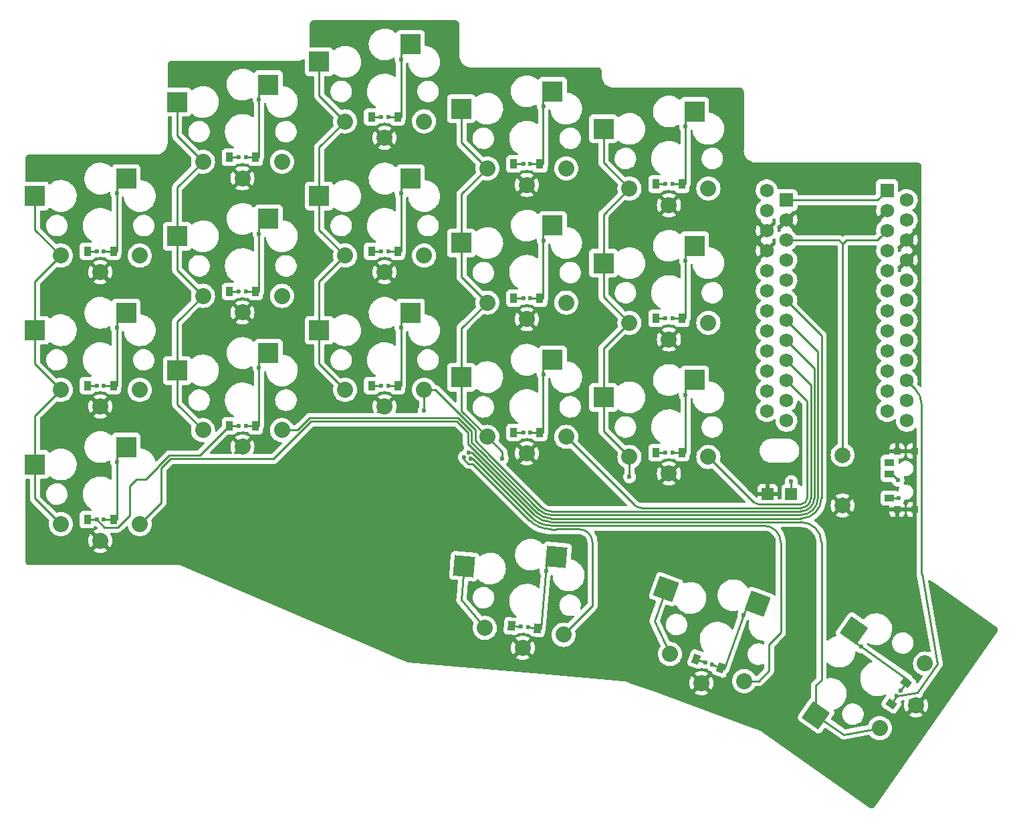
<source format=gbr>
%TF.GenerationSoftware,KiCad,Pcbnew,(6.0.7-1)-1*%
%TF.CreationDate,2022-09-04T19:21:53+10:00*%
%TF.ProjectId,Dusk 36,4475736b-2033-4362-9e6b-696361645f70,v1.0.0*%
%TF.SameCoordinates,Original*%
%TF.FileFunction,Copper,L1,Top*%
%TF.FilePolarity,Positive*%
%FSLAX46Y46*%
G04 Gerber Fmt 4.6, Leading zero omitted, Abs format (unit mm)*
G04 Created by KiCad (PCBNEW (6.0.7-1)-1) date 2022-09-04 19:21:53*
%MOMM*%
%LPD*%
G01*
G04 APERTURE LIST*
G04 Aperture macros list*
%AMRotRect*
0 Rectangle, with rotation*
0 The origin of the aperture is its center*
0 $1 length*
0 $2 width*
0 $3 Rotation angle, in degrees counterclockwise*
0 Add horizontal line*
21,1,$1,$2,0,0,$3*%
G04 Aperture macros list end*
%TA.AperFunction,SMDPad,CuDef*%
%ADD10R,0.900000X0.900000*%
%TD*%
%TA.AperFunction,SMDPad,CuDef*%
%ADD11R,1.250000X0.900000*%
%TD*%
%TA.AperFunction,ComponentPad*%
%ADD12C,2.000000*%
%TD*%
%TA.AperFunction,ComponentPad*%
%ADD13C,2.032000*%
%TD*%
%TA.AperFunction,SMDPad,CuDef*%
%ADD14R,2.600000X2.600000*%
%TD*%
%TA.AperFunction,SMDPad,CuDef*%
%ADD15R,0.900000X1.200000*%
%TD*%
%TA.AperFunction,ComponentPad*%
%ADD16C,0.600000*%
%TD*%
%TA.AperFunction,SMDPad,CuDef*%
%ADD17RotRect,0.900000X1.200000X355.000000*%
%TD*%
%TA.AperFunction,SMDPad,CuDef*%
%ADD18RotRect,2.600000X2.600000X340.000000*%
%TD*%
%TA.AperFunction,SMDPad,CuDef*%
%ADD19RotRect,0.900000X1.200000X55.000000*%
%TD*%
%TA.AperFunction,SMDPad,CuDef*%
%ADD20R,1.500000X1.500000*%
%TD*%
%TA.AperFunction,ComponentPad*%
%ADD21R,1.752600X1.752600*%
%TD*%
%TA.AperFunction,ComponentPad*%
%ADD22C,1.752600*%
%TD*%
%TA.AperFunction,SMDPad,CuDef*%
%ADD23RotRect,2.600000X2.600000X55.000000*%
%TD*%
%TA.AperFunction,SMDPad,CuDef*%
%ADD24RotRect,2.600000X2.600000X355.000000*%
%TD*%
%TA.AperFunction,SMDPad,CuDef*%
%ADD25RotRect,0.900000X1.200000X340.000000*%
%TD*%
%TA.AperFunction,ViaPad*%
%ADD26C,0.600000*%
%TD*%
%TA.AperFunction,ViaPad*%
%ADD27C,0.800000*%
%TD*%
%TA.AperFunction,Conductor*%
%ADD28C,0.250000*%
%TD*%
G04 APERTURE END LIST*
D10*
%TO.P,T1,*%
%TO.N,GND*%
X239961444Y-100141167D03*
X242161444Y-107541167D03*
X239961444Y-107541167D03*
X242161444Y-100141167D03*
D11*
%TO.P,T1,1*%
%TO.N,BPos*%
X238986444Y-106091167D03*
%TO.P,T1,2*%
%TO.N,RAW*%
X238986444Y-103091167D03*
%TO.P,T1,3*%
%TO.N,N/C*%
X238986444Y-101591167D03*
%TD*%
D12*
%TO.P,B1,1*%
%TO.N,GND*%
X233061447Y-107041164D03*
%TO.P,B1,2*%
%TO.N,RST*%
X233061447Y-100641164D03*
%TD*%
D13*
%TO.P,S36,1*%
%TO.N,P14*%
X243493999Y-127042192D03*
X237758235Y-135233713D03*
%TO.P,S36,2*%
%TO.N,GND*%
X242346336Y-132342463D03*
X242346336Y-132342463D03*
%TD*%
%TO.P,S16,1*%
%TO.N,P18*%
X180061439Y-75391167D03*
X170061439Y-75391167D03*
%TO.P,S16,2*%
%TO.N,GND*%
X175061439Y-77491167D03*
X175061439Y-77491167D03*
%TD*%
D14*
%TO.P,S19,1*%
%TO.N,index_bottom*%
X196336453Y-88591169D03*
%TO.P,S19,2*%
%TO.N,P15*%
X184786453Y-90791169D03*
%TD*%
D15*
%TO.P,D6,1*%
%TO.N,P4*%
X155411442Y-62941168D03*
D16*
X156611442Y-62941168D03*
%TO.P,D6,2*%
%TO.N,ring_top*%
X157511442Y-62941168D03*
D15*
X158711442Y-62941168D03*
%TD*%
D13*
%TO.P,S28,1*%
%TO.N,P14*%
X206061440Y-83891175D03*
X216061440Y-83891175D03*
%TO.P,S28,2*%
%TO.N,GND*%
X211061440Y-85991175D03*
X211061440Y-85991175D03*
%TD*%
D14*
%TO.P,S7,1*%
%TO.N,ring_bottom*%
X160336442Y-87741167D03*
%TO.P,S7,2*%
%TO.N,P19*%
X148786442Y-89941167D03*
%TD*%
D17*
%TO.P,D16,1*%
%TO.N,P7*%
X191134474Y-122284995D03*
D16*
X192329907Y-122389582D03*
D17*
%TO.P,D16,2*%
%TO.N,near_thumb*%
X194421916Y-122572609D03*
D16*
X193226483Y-122468022D03*
%TD*%
D14*
%TO.P,S25,1*%
%TO.N,inner_bottom*%
X214336452Y-91141167D03*
%TO.P,S25,2*%
%TO.N,P14*%
X202786452Y-93341167D03*
%TD*%
D16*
%TO.P,D1,1*%
%TO.N,P6*%
X138611446Y-108841166D03*
D15*
X137411446Y-108841166D03*
%TO.P,D1,2*%
%TO.N,pinky_bottom*%
X140711446Y-108841166D03*
D16*
X139511446Y-108841166D03*
%TD*%
D14*
%TO.P,S13,1*%
%TO.N,middle_bottom*%
X178336443Y-82641173D03*
%TO.P,S13,2*%
%TO.N,P18*%
X166786443Y-84841173D03*
%TD*%
D15*
%TO.P,D8,1*%
%TO.N,P5*%
X173411442Y-74841174D03*
D16*
X174611442Y-74841174D03*
D15*
%TO.P,D8,2*%
%TO.N,middle_home*%
X176711442Y-74841174D03*
D16*
X175511442Y-74841174D03*
%TD*%
%TO.P,D3,1*%
%TO.N,P4*%
X138611449Y-74841168D03*
D15*
X137411449Y-74841168D03*
%TO.P,D3,2*%
%TO.N,pinky_top*%
X140711449Y-74841168D03*
D16*
X139511449Y-74841168D03*
%TD*%
D15*
%TO.P,D5,1*%
%TO.N,P5*%
X155411445Y-79941170D03*
D16*
X156611445Y-79941170D03*
%TO.P,D5,2*%
%TO.N,ring_home*%
X157511445Y-79941170D03*
D15*
X158711445Y-79941170D03*
%TD*%
D13*
%TO.P,S18,1*%
%TO.N,P18*%
X180061444Y-58391168D03*
X170061444Y-58391168D03*
%TO.P,S18,2*%
%TO.N,GND*%
X175061444Y-60491168D03*
X175061444Y-60491168D03*
%TD*%
D14*
%TO.P,S5,1*%
%TO.N,pinky_top*%
X142336438Y-65641166D03*
%TO.P,S5,2*%
%TO.N,P20*%
X130786438Y-67841166D03*
%TD*%
D18*
%TO.P,S33,1*%
%TO.N,home_thumb*%
X222311584Y-119517805D03*
%TO.P,S33,2*%
%TO.N,P15*%
X210705690Y-117634796D03*
%TD*%
D16*
%TO.P,D18,1*%
%TO.N,P7*%
X239917486Y-131191105D03*
D19*
X239229194Y-132174088D03*
D16*
%TO.P,D18,2*%
%TO.N,far_thumb*%
X240433704Y-130453869D03*
D19*
X241121996Y-129470886D03*
%TD*%
D13*
%TO.P,S20,1*%
%TO.N,P15*%
X188061453Y-98341169D03*
X198061453Y-98341169D03*
%TO.P,S20,2*%
%TO.N,GND*%
X193061453Y-100441169D03*
X193061453Y-100441169D03*
%TD*%
D14*
%TO.P,S17,1*%
%TO.N,middle_top*%
X178336444Y-48641168D03*
%TO.P,S17,2*%
%TO.N,P18*%
X166786444Y-50841168D03*
%TD*%
%TO.P,S21,1*%
%TO.N,index_home*%
X196336439Y-71591169D03*
%TO.P,S21,2*%
%TO.N,P15*%
X184786439Y-73791169D03*
%TD*%
D20*
%TO.P,PAD1,1*%
%TO.N,BPos*%
X226561441Y-105591169D03*
%TD*%
D14*
%TO.P,S3,1*%
%TO.N,pinky_home*%
X142336447Y-82641163D03*
%TO.P,S3,2*%
%TO.N,P20*%
X130786447Y-84841163D03*
%TD*%
D16*
%TO.P,D12,1*%
%TO.N,P4*%
X192611444Y-63791175D03*
D15*
X191411444Y-63791175D03*
%TO.P,D12,2*%
%TO.N,index_top*%
X194711444Y-63791175D03*
D16*
X193511444Y-63791175D03*
%TD*%
D14*
%TO.P,S1,1*%
%TO.N,pinky_bottom*%
X142336440Y-99641160D03*
%TO.P,S1,2*%
%TO.N,P20*%
X130786440Y-101841160D03*
%TD*%
%TO.P,S15,1*%
%TO.N,middle_home*%
X178336439Y-65641167D03*
%TO.P,S15,2*%
%TO.N,P18*%
X166786439Y-67841167D03*
%TD*%
D13*
%TO.P,S26,1*%
%TO.N,P14*%
X216061452Y-100891167D03*
X206061452Y-100891167D03*
%TO.P,S26,2*%
%TO.N,GND*%
X211061452Y-102991167D03*
X211061452Y-102991167D03*
%TD*%
D21*
%TO.P,MCU1,1*%
%TO.N,RAW*%
X238681438Y-67121172D03*
D22*
%TO.P,MCU1,2*%
%TO.N,GND*%
X238681438Y-69661172D03*
%TO.P,MCU1,3*%
%TO.N,RST*%
X238681438Y-72201172D03*
%TO.P,MCU1,4*%
%TO.N,VCC*%
X238681438Y-74741172D03*
%TO.P,MCU1,5*%
%TO.N,P21*%
X238681438Y-77281172D03*
%TO.P,MCU1,6*%
%TO.N,P20*%
X238681438Y-79821172D03*
%TO.P,MCU1,7*%
%TO.N,P19*%
X238681438Y-82361172D03*
%TO.P,MCU1,8*%
%TO.N,P18*%
X238681438Y-84901172D03*
%TO.P,MCU1,9*%
%TO.N,P15*%
X238681438Y-87441172D03*
%TO.P,MCU1,10*%
%TO.N,P14*%
X238681438Y-89981172D03*
%TO.P,MCU1,11*%
%TO.N,P16*%
X238681438Y-92521172D03*
%TO.P,MCU1,12*%
%TO.N,P10*%
X238681438Y-95061172D03*
%TO.P,MCU1,13*%
%TO.N,P1*%
X223441438Y-67121172D03*
%TO.P,MCU1,14*%
%TO.N,P0*%
X223441438Y-69661172D03*
%TO.P,MCU1,15*%
%TO.N,GND*%
X223441438Y-72201172D03*
%TO.P,MCU1,16*%
X223441438Y-74741172D03*
%TO.P,MCU1,17*%
%TO.N,P2*%
X223441438Y-77281172D03*
%TO.P,MCU1,18*%
%TO.N,P3*%
X223441438Y-79821172D03*
%TO.P,MCU1,19*%
%TO.N,P4*%
X223441438Y-82361172D03*
%TO.P,MCU1,20*%
%TO.N,P5*%
X223441438Y-84901172D03*
%TO.P,MCU1,21*%
%TO.N,P6*%
X223441438Y-87441172D03*
%TO.P,MCU1,22*%
%TO.N,P7*%
X223441438Y-89981172D03*
%TO.P,MCU1,23*%
%TO.N,P8*%
X223441438Y-92521172D03*
%TO.P,MCU1,24*%
%TO.N,P9*%
X223441438Y-95061172D03*
%TD*%
D23*
%TO.P,S35,1*%
%TO.N,far_thumb*%
X234517847Y-122862859D03*
%TO.P,S35,2*%
%TO.N,P14*%
X229695174Y-133585934D03*
%TD*%
D13*
%TO.P,S24,1*%
%TO.N,P15*%
X198061438Y-64341167D03*
X188061438Y-64341167D03*
%TO.P,S24,2*%
%TO.N,GND*%
X193061438Y-66441167D03*
X193061438Y-66441167D03*
%TD*%
%TO.P,S2,1*%
%TO.N,P20*%
X144061440Y-109391160D03*
X134061440Y-109391160D03*
%TO.P,S2,2*%
%TO.N,GND*%
X139061440Y-111491160D03*
X139061440Y-111491160D03*
%TD*%
D14*
%TO.P,S27,1*%
%TO.N,inner_home*%
X214336440Y-74141175D03*
%TO.P,S27,2*%
%TO.N,P14*%
X202786440Y-76341175D03*
%TD*%
D24*
%TO.P,S31,1*%
%TO.N,near_thumb*%
X196842558Y-113549252D03*
%TO.P,S31,2*%
%TO.N,P18*%
X185144767Y-114734231D03*
%TD*%
D13*
%TO.P,S4,1*%
%TO.N,P20*%
X134061447Y-92391163D03*
X144061447Y-92391163D03*
%TO.P,S4,2*%
%TO.N,GND*%
X139061447Y-94491163D03*
X139061447Y-94491163D03*
%TD*%
%TO.P,S22,1*%
%TO.N,P15*%
X188061439Y-81341169D03*
X198061439Y-81341169D03*
%TO.P,S22,2*%
%TO.N,GND*%
X193061439Y-83441169D03*
X193061439Y-83441169D03*
%TD*%
%TO.P,S14,1*%
%TO.N,P18*%
X170061443Y-92391173D03*
X180061443Y-92391173D03*
%TO.P,S14,2*%
%TO.N,GND*%
X175061443Y-94491173D03*
X175061443Y-94491173D03*
%TD*%
D15*
%TO.P,D15,1*%
%TO.N,P4*%
X209411447Y-66341168D03*
D16*
X210611447Y-66341168D03*
%TO.P,D15,2*%
%TO.N,inner_top*%
X211511447Y-66341168D03*
D15*
X212711447Y-66341168D03*
%TD*%
D16*
%TO.P,D13,1*%
%TO.N,P6*%
X210611444Y-100341176D03*
D15*
X209411444Y-100341176D03*
D16*
%TO.P,D13,2*%
%TO.N,inner_bottom*%
X211511444Y-100341176D03*
D15*
X212711444Y-100341176D03*
%TD*%
D25*
%TO.P,D17,1*%
%TO.N,P7*%
X214537016Y-126478525D03*
D16*
X215664647Y-126888949D03*
%TO.P,D17,2*%
%TO.N,home_thumb*%
X216510371Y-127196767D03*
D25*
X217638002Y-127607191D03*
%TD*%
D13*
%TO.P,S8,1*%
%TO.N,P19*%
X162061442Y-97491167D03*
X152061442Y-97491167D03*
%TO.P,S8,2*%
%TO.N,GND*%
X157061442Y-99591167D03*
X157061442Y-99591167D03*
%TD*%
%TO.P,S32,1*%
%TO.N,P18*%
X197711226Y-123412494D03*
X187749279Y-122540936D03*
%TO.P,S32,2*%
%TO.N,GND*%
X192547225Y-125068724D03*
X192547225Y-125068724D03*
%TD*%
D15*
%TO.P,D11,1*%
%TO.N,P5*%
X191411444Y-80791162D03*
D16*
X192611444Y-80791162D03*
%TO.P,D11,2*%
%TO.N,index_home*%
X193511444Y-80791162D03*
D15*
X194711444Y-80791162D03*
%TD*%
D14*
%TO.P,S11,1*%
%TO.N,ring_top*%
X160336439Y-53741165D03*
%TO.P,S11,2*%
%TO.N,P19*%
X148786439Y-55941165D03*
%TD*%
%TO.P,S23,1*%
%TO.N,index_top*%
X196336438Y-54591167D03*
%TO.P,S23,2*%
%TO.N,P15*%
X184786438Y-56791167D03*
%TD*%
D20*
%TO.P,PAD2,1*%
%TO.N,GND*%
X223561448Y-105591175D03*
%TD*%
D15*
%TO.P,D14,1*%
%TO.N,P5*%
X209411440Y-83341165D03*
D16*
X210611440Y-83341165D03*
%TO.P,D14,2*%
%TO.N,inner_home*%
X211511440Y-83341165D03*
D15*
X212711440Y-83341165D03*
%TD*%
D16*
%TO.P,D7,1*%
%TO.N,P6*%
X174611437Y-91841170D03*
D15*
X173411437Y-91841170D03*
D16*
%TO.P,D7,2*%
%TO.N,middle_bottom*%
X175511437Y-91841170D03*
D15*
X176711437Y-91841170D03*
%TD*%
%TO.P,D10,1*%
%TO.N,P6*%
X191411448Y-97791167D03*
D16*
X192611448Y-97791167D03*
D15*
%TO.P,D10,2*%
%TO.N,index_bottom*%
X194711448Y-97791167D03*
D16*
X193511448Y-97791167D03*
%TD*%
D13*
%TO.P,S30,1*%
%TO.N,P14*%
X206061446Y-66891168D03*
X216061446Y-66891168D03*
%TO.P,S30,2*%
%TO.N,GND*%
X211061446Y-68991168D03*
X211061446Y-68991168D03*
%TD*%
D14*
%TO.P,S9,1*%
%TO.N,ring_home*%
X160336445Y-70741170D03*
%TO.P,S9,2*%
%TO.N,P19*%
X148786445Y-72941170D03*
%TD*%
D13*
%TO.P,S34,1*%
%TO.N,P15*%
X211200931Y-125849591D03*
X220597858Y-129269793D03*
%TO.P,S34,2*%
%TO.N,GND*%
X215181152Y-129533046D03*
X215181152Y-129533046D03*
%TD*%
%TO.P,S12,1*%
%TO.N,P19*%
X152061439Y-63491165D03*
X162061439Y-63491165D03*
%TO.P,S12,2*%
%TO.N,GND*%
X157061439Y-65591165D03*
X157061439Y-65591165D03*
%TD*%
D15*
%TO.P,D4,1*%
%TO.N,P6*%
X155411444Y-96941166D03*
D16*
X156611444Y-96941166D03*
%TO.P,D4,2*%
%TO.N,ring_bottom*%
X157511444Y-96941166D03*
D15*
X158711444Y-96941166D03*
%TD*%
%TO.P,D9,1*%
%TO.N,P4*%
X173411442Y-57841165D03*
D16*
X174611442Y-57841165D03*
D15*
%TO.P,D9,2*%
%TO.N,middle_top*%
X176711442Y-57841165D03*
D16*
X175511442Y-57841165D03*
%TD*%
D15*
%TO.P,D2,1*%
%TO.N,P5*%
X137411440Y-91841171D03*
D16*
X138611440Y-91841171D03*
%TO.P,D2,2*%
%TO.N,pinky_home*%
X139511440Y-91841171D03*
D15*
X140711440Y-91841171D03*
%TD*%
D13*
%TO.P,S10,1*%
%TO.N,P19*%
X152061445Y-80491170D03*
X162061445Y-80491170D03*
%TO.P,S10,2*%
%TO.N,GND*%
X157061445Y-82591170D03*
X157061445Y-82591170D03*
%TD*%
D14*
%TO.P,S29,1*%
%TO.N,inner_top*%
X214336446Y-57141168D03*
%TO.P,S29,2*%
%TO.N,P14*%
X202786446Y-59341168D03*
%TD*%
D13*
%TO.P,S6,1*%
%TO.N,P20*%
X134061438Y-75391166D03*
X144061438Y-75391166D03*
%TO.P,S6,2*%
%TO.N,GND*%
X139061438Y-77491166D03*
X139061438Y-77491166D03*
%TD*%
D21*
%TO.P,MCU2,1*%
%TO.N,RAW*%
X225941442Y-68371168D03*
D22*
%TO.P,MCU2,2*%
%TO.N,GND*%
X225941442Y-70911168D03*
%TO.P,MCU2,3*%
%TO.N,RST*%
X225941442Y-73451168D03*
%TO.P,MCU2,4*%
%TO.N,VCC*%
X225941442Y-75991168D03*
%TO.P,MCU2,5*%
%TO.N,P21*%
X225941442Y-78531168D03*
%TO.P,MCU2,6*%
%TO.N,P20*%
X225941442Y-81071168D03*
%TO.P,MCU2,7*%
%TO.N,P19*%
X225941442Y-83611168D03*
%TO.P,MCU2,8*%
%TO.N,P18*%
X225941442Y-86151168D03*
%TO.P,MCU2,9*%
%TO.N,P15*%
X225941442Y-88691168D03*
%TO.P,MCU2,10*%
%TO.N,P14*%
X225941442Y-91231168D03*
%TO.P,MCU2,11*%
%TO.N,P16*%
X225941442Y-93771168D03*
%TO.P,MCU2,12*%
%TO.N,P10*%
X225941442Y-96311168D03*
%TO.P,MCU2,13*%
%TO.N,P1*%
X241181442Y-68371168D03*
%TO.P,MCU2,14*%
%TO.N,P0*%
X241181442Y-70911168D03*
%TO.P,MCU2,15*%
%TO.N,GND*%
X241181442Y-73451168D03*
%TO.P,MCU2,16*%
X241181442Y-75991168D03*
%TO.P,MCU2,17*%
%TO.N,P2*%
X241181442Y-78531168D03*
%TO.P,MCU2,18*%
%TO.N,P3*%
X241181442Y-81071168D03*
%TO.P,MCU2,19*%
%TO.N,P4*%
X241181442Y-83611168D03*
%TO.P,MCU2,20*%
%TO.N,P5*%
X241181442Y-86151168D03*
%TO.P,MCU2,21*%
%TO.N,P6*%
X241181442Y-88691168D03*
%TO.P,MCU2,22*%
%TO.N,P7*%
X241181442Y-91231168D03*
%TO.P,MCU2,23*%
%TO.N,P8*%
X241181442Y-93771168D03*
%TO.P,MCU2,24*%
%TO.N,P9*%
X241181442Y-96311168D03*
%TD*%
D26*
%TO.N,pinky_bottom*%
X141158837Y-101516174D03*
D27*
%TO.N,GND*%
X207881851Y-62081498D03*
D26*
%TO.N,pinky_home*%
X141158843Y-84516173D03*
%TO.N,pinky_top*%
X141158841Y-67516175D03*
%TO.N,ring_bottom*%
X159158848Y-89616164D03*
%TO.N,ring_home*%
X159150953Y-72624069D03*
%TO.N,ring_top*%
X159150949Y-55624068D03*
%TO.N,middle_bottom*%
X177150941Y-84524059D03*
%TO.N,P18*%
X180061442Y-95021546D03*
X185148369Y-100924718D03*
%TO.N,middle_home*%
X177158831Y-67516170D03*
%TO.N,middle_top*%
X177158849Y-50516173D03*
%TO.N,index_bottom*%
X195158842Y-90466162D03*
%TO.N,P15*%
X189955691Y-101117724D03*
X185924227Y-101117720D03*
%TO.N,index_home*%
X195158839Y-73466171D03*
%TO.N,index_top*%
X195158842Y-56466175D03*
%TO.N,inner_bottom*%
X213150935Y-93024060D03*
%TO.N,P14*%
X206061450Y-103411960D03*
X185731650Y-100341757D03*
%TO.N,inner_home*%
X213158841Y-76016171D03*
%TO.N,inner_top*%
X213158839Y-59016175D03*
%TO.N,near_thumb*%
X195508101Y-115360703D03*
%TO.N,home_thumb*%
X220549934Y-120891719D03*
%TO.N,far_thumb*%
X235377762Y-124903755D03*
%TO.N,RAW*%
X240073058Y-103832640D03*
%TO.N,BPos*%
X240114530Y-106091173D03*
X226561438Y-103994257D03*
%TD*%
D28*
%TO.N,pinky_bottom*%
X141150936Y-100826670D02*
X141150946Y-108841163D01*
X142336445Y-99641168D02*
X141150936Y-100826670D01*
X139511437Y-108841165D02*
X140711441Y-108841173D01*
%TO.N,P20*%
X144061445Y-109391164D02*
X146802910Y-106649699D01*
X130786444Y-67841171D02*
X130786442Y-72116166D01*
X130786442Y-72116166D02*
X134061444Y-75391167D01*
X130786433Y-101841169D02*
X130786440Y-95666163D01*
X185621840Y-97810750D02*
X185621839Y-99224360D01*
X146802912Y-102320498D02*
X147981657Y-101141756D01*
X146802910Y-106649699D02*
X146802912Y-102320498D01*
X161016870Y-101141755D02*
X165766872Y-96391759D01*
X130786452Y-84841172D02*
X130786440Y-89116180D01*
X230373066Y-85502787D02*
X225941440Y-81071160D01*
X230373069Y-105033172D02*
X230373066Y-85502787D01*
X147981657Y-101141756D02*
X161016870Y-101141755D01*
X130786440Y-89116180D02*
X134061438Y-92391167D01*
X130786452Y-84841172D02*
X130786441Y-78666170D01*
X185621839Y-99224360D02*
X194321127Y-107923649D01*
X230373066Y-106085170D02*
X230373069Y-105033172D01*
X130786433Y-101841169D02*
X130786441Y-106116172D01*
X165766872Y-96391759D02*
X184202848Y-96391756D01*
X130786441Y-106116172D02*
X134061437Y-109391174D01*
X184202848Y-96391756D02*
X185621840Y-97810750D01*
X130786440Y-95666163D02*
X134061438Y-92391167D01*
X196159605Y-108685168D02*
X227773068Y-108685170D01*
X130786441Y-78666170D02*
X134061444Y-75391167D01*
X196159605Y-108685176D02*
G75*
G02*
X194321127Y-107923649I-5J2599976D01*
G01*
X230373070Y-106085170D02*
G75*
G02*
X227773068Y-108685170I-2599970J-30D01*
G01*
%TO.N,P6*%
X146352909Y-102134102D02*
X147795256Y-100691756D01*
X151660851Y-100691757D02*
X155411444Y-96941166D01*
X146352910Y-102220500D02*
X146352909Y-102134102D01*
X143657248Y-103716164D02*
X144857248Y-103716164D01*
X155411439Y-96941172D02*
X156611443Y-96941171D01*
X142777079Y-108296333D02*
X142777077Y-104596333D01*
X192611452Y-97791166D02*
X191411447Y-97791172D01*
X147795256Y-100691756D02*
X151660851Y-100691757D01*
X139607935Y-109837660D02*
X141235749Y-109837660D01*
X138611447Y-108841167D02*
X139607935Y-109837660D01*
X138611435Y-108841165D02*
X137411437Y-108841173D01*
X142777077Y-104596333D02*
X143657248Y-103716164D01*
X141235749Y-109837660D02*
X142777079Y-108296333D01*
X210611437Y-100341168D02*
X209411440Y-100341172D01*
X144857248Y-103716164D02*
X146352910Y-102220500D01*
X174611441Y-91841165D02*
X173411451Y-91841164D01*
%TO.N,pinky_home*%
X141150945Y-83826662D02*
X141150943Y-91841169D01*
X142336449Y-82641166D02*
X141150945Y-83826662D01*
X139511444Y-91841167D02*
X140711440Y-91841176D01*
%TO.N,P5*%
X192611445Y-80791173D02*
X191411439Y-80791159D01*
X174611444Y-74841175D02*
X173411447Y-74841178D01*
X138611444Y-91841164D02*
X137411447Y-91841168D01*
X209411437Y-83341169D02*
X210611440Y-83341171D01*
X156611438Y-79941163D02*
X155411444Y-79941172D01*
%TO.N,pinky_top*%
X141150941Y-66826662D02*
X141150940Y-74841167D01*
X142336439Y-65641173D02*
X141150941Y-66826662D01*
X139511457Y-74841173D02*
X140711448Y-74841165D01*
%TO.N,P4*%
X138611438Y-74841164D02*
X137411437Y-74841158D01*
X210611441Y-66341166D02*
X209411448Y-66341173D01*
X174611452Y-57841169D02*
X173411449Y-57841168D01*
X155411436Y-62941170D02*
X156611440Y-62941173D01*
X192611442Y-63791173D02*
X191411449Y-63791169D01*
%TO.N,ring_bottom*%
X160336432Y-87741175D02*
X159150945Y-88926659D01*
X157511447Y-96941174D02*
X158711441Y-96941171D01*
X159150945Y-88926659D02*
X159150938Y-96941175D01*
%TO.N,P19*%
X148786445Y-89941172D02*
X148786432Y-83766171D01*
X184389245Y-95941759D02*
X186071840Y-97624355D01*
X148786443Y-94216170D02*
X152061437Y-97491171D01*
X148786445Y-77216162D02*
X152061447Y-80491168D01*
X227773064Y-108232639D02*
X196157078Y-108232643D01*
X148786439Y-72941171D02*
X148786431Y-66766171D01*
X148786445Y-89941172D02*
X148786443Y-94216170D01*
X148786444Y-55941172D02*
X148786433Y-60216166D01*
X194636799Y-107602920D02*
X187228644Y-100194767D01*
X148786439Y-72941171D02*
X148786445Y-77216162D01*
X186071839Y-99037967D02*
X187228644Y-100194767D01*
X162061430Y-97491169D02*
X164031064Y-97491168D01*
X164031064Y-97491168D02*
X165580473Y-95941756D01*
X225941434Y-83611164D02*
X229923061Y-87592782D01*
X186071840Y-97624355D02*
X186071839Y-99037967D01*
X148786433Y-60216166D02*
X152061442Y-63491172D01*
X165580473Y-95941756D02*
X184389245Y-95941759D01*
X148786431Y-66766171D02*
X152061442Y-63491172D01*
X229923061Y-87592782D02*
X229923062Y-106082641D01*
X148786432Y-83766171D02*
X152061447Y-80491168D01*
X227773064Y-108232562D02*
G75*
G03*
X229923062Y-106082641I36J2149962D01*
G01*
X194636800Y-107602919D02*
G75*
G03*
X196157078Y-108232643I1520300J1520319D01*
G01*
%TO.N,ring_home*%
X157511444Y-79941171D02*
X158711450Y-79941171D01*
X160336437Y-70741167D02*
X159150947Y-71926667D01*
X159150947Y-71926667D02*
X159150953Y-72624069D01*
X159150953Y-72624069D02*
X159150941Y-79941174D01*
%TO.N,ring_top*%
X160336442Y-53741174D02*
X159150944Y-54926660D01*
X159150944Y-54926660D02*
X159150949Y-55624068D01*
X157511446Y-62941171D02*
X158711441Y-62941165D01*
X159150949Y-55624068D02*
X159150941Y-62941166D01*
%TO.N,middle_bottom*%
X175511446Y-91841169D02*
X176711435Y-91841167D01*
X177150941Y-84524059D02*
X177150942Y-91841169D01*
X177150946Y-83826663D02*
X177150941Y-84524059D01*
X178336436Y-82641168D02*
X177150946Y-83826663D01*
%TO.N,P18*%
X185148369Y-101225746D02*
X185665343Y-101742720D01*
X186231008Y-101742720D02*
X193368724Y-108880435D01*
X185144769Y-114734223D02*
X184772178Y-118992959D01*
X188583358Y-100913093D02*
X188513820Y-100843550D01*
X166786437Y-78666165D02*
X170061446Y-75391165D01*
X166786443Y-84841178D02*
X166786437Y-78666165D01*
X186521839Y-98851573D02*
X186521840Y-97437956D01*
X166786445Y-55116173D02*
X170061441Y-58391172D01*
X186521839Y-98851573D02*
X188513820Y-100843550D01*
X188513820Y-100843550D02*
X194954983Y-107284714D01*
X166786437Y-89116172D02*
X170061436Y-92391166D01*
X229473061Y-106082635D02*
X229473060Y-89682798D01*
X181475055Y-92391174D02*
X180061440Y-92391172D01*
X196161795Y-110037363D02*
X196797808Y-110037363D01*
X166786448Y-72116173D02*
X170061446Y-75391165D01*
X166786443Y-61666167D02*
X170061441Y-58391172D01*
X196157063Y-107782631D02*
X227773061Y-107782632D01*
X201381656Y-119742067D02*
X197711225Y-123412495D01*
X186521840Y-97437956D02*
X181475055Y-92391174D01*
X166786436Y-67841176D02*
X166786448Y-72116173D01*
X166786443Y-84841178D02*
X166786437Y-89116172D01*
X196800000Y-110035171D02*
X199681656Y-110035171D01*
X229473060Y-89682798D02*
X225941440Y-86151164D01*
X166786444Y-50841169D02*
X166786445Y-55116173D01*
X185665343Y-101742720D02*
X186231008Y-101742720D01*
X184772178Y-118992959D02*
X187749285Y-122540937D01*
X185148369Y-100924718D02*
X185148369Y-101225746D01*
X201381656Y-111735171D02*
X201381656Y-119742067D01*
X196797808Y-110037363D02*
X196800000Y-110035171D01*
X180061440Y-92391172D02*
X180061442Y-95021546D01*
X166786436Y-67841176D02*
X166786443Y-61666167D01*
X194954995Y-107284702D02*
G75*
G03*
X196157063Y-107782631I1202105J1202102D01*
G01*
X196161795Y-110037376D02*
G75*
G02*
X193368725Y-108880434I5J3949976D01*
G01*
X201381729Y-111735171D02*
G75*
G03*
X199681656Y-110035171I-1700029J-29D01*
G01*
X229473132Y-106082635D02*
G75*
G02*
X227773061Y-107782632I-1700032J35D01*
G01*
%TO.N,middle_home*%
X175511448Y-74841161D02*
X176711442Y-74841165D01*
X178336434Y-65641170D02*
X177150946Y-66826681D01*
X177150946Y-66826681D02*
X177150941Y-74841163D01*
%TO.N,middle_top*%
X177150949Y-49826673D02*
X177150949Y-57841175D01*
X175511434Y-57841170D02*
X176711436Y-57841171D01*
X178336441Y-48641173D02*
X177150949Y-49826673D01*
%TO.N,index_bottom*%
X195150940Y-89776676D02*
X195150941Y-97791173D01*
X196336442Y-88591169D02*
X195150940Y-89776676D01*
X193511445Y-97791165D02*
X194711450Y-97791166D01*
%TO.N,P15*%
X223081653Y-109585171D02*
X196159603Y-109585171D01*
X184786446Y-78066172D02*
X188061443Y-81341165D01*
X222434930Y-129269791D02*
X223731652Y-127973068D01*
X184786443Y-73791171D02*
X184786438Y-67616169D01*
X193684731Y-108560046D02*
X186242407Y-101117723D01*
X210705681Y-117634787D02*
X209243559Y-121651978D01*
X184786446Y-95066167D02*
X188061449Y-98341172D01*
X184786442Y-90791163D02*
X184786441Y-84616165D01*
X184786439Y-61066163D02*
X188061438Y-64341169D01*
X223731652Y-127973068D02*
X223731652Y-124641755D01*
X189955690Y-100235401D02*
X189955691Y-101117724D01*
X184786441Y-84616165D02*
X188061443Y-81341165D01*
X188061456Y-98341168D02*
X189955690Y-100235401D01*
X220597859Y-129269789D02*
X222434930Y-129269791D01*
X223731652Y-124641755D02*
X225231651Y-123141757D01*
X184786442Y-90791163D02*
X184786446Y-95066167D01*
X209243559Y-121651978D02*
X211200940Y-125849590D01*
X184786447Y-56791162D02*
X184786439Y-61066163D01*
X203988827Y-104268546D02*
X206686809Y-106966525D01*
X229023065Y-91772789D02*
X225941435Y-88691167D01*
X207570693Y-107332641D02*
X227773062Y-107332640D01*
X184786438Y-67616169D02*
X188061438Y-64341169D01*
X198061447Y-98341167D02*
X203988827Y-104268546D01*
X186242407Y-101117723D02*
X185924227Y-101117720D01*
X229023059Y-106082642D02*
X229023065Y-91772789D01*
X225231651Y-123141757D02*
X225231650Y-111735172D01*
X184786443Y-73791171D02*
X184786446Y-78066172D01*
X227773062Y-107332559D02*
G75*
G03*
X229023059Y-106082642I38J1249959D01*
G01*
X193684715Y-108560062D02*
G75*
G03*
X196159603Y-109585171I2474885J2474962D01*
G01*
X207570693Y-107332634D02*
G75*
G02*
X206686809Y-106966525I7J1250034D01*
G01*
X223081653Y-109585250D02*
G75*
G02*
X225231650Y-111735172I47J-2149950D01*
G01*
%TO.N,index_home*%
X193511446Y-80791174D02*
X194711445Y-80791167D01*
X196336439Y-71591169D02*
X195150932Y-72776675D01*
X195150932Y-72776675D02*
X195150943Y-80791166D01*
%TO.N,index_top*%
X193511441Y-63791166D02*
X194711445Y-63791167D01*
X196336444Y-54591172D02*
X195150946Y-55776668D01*
X195150946Y-55776668D02*
X195150943Y-63791174D01*
%TO.N,inner_bottom*%
X213150935Y-93024060D02*
X213150945Y-100341173D01*
X213150954Y-92326671D02*
X213150935Y-93024060D01*
X211511451Y-100341171D02*
X212711445Y-100341165D01*
X214336446Y-91141171D02*
X213150954Y-92326671D01*
%TO.N,P14*%
X202786444Y-93341162D02*
X202786444Y-97616164D01*
X229695175Y-133585931D02*
X233197054Y-136037971D01*
X188242245Y-102481165D02*
X186102837Y-100341758D01*
X202786444Y-93341162D02*
X202786442Y-87166170D01*
X233197054Y-136037971D02*
X237758251Y-135233727D01*
X206061448Y-100891169D02*
X206061450Y-103411960D01*
X227773067Y-109135169D02*
X196159605Y-109135172D01*
X202786442Y-76341166D02*
X202786443Y-80616163D01*
X222384285Y-106882640D02*
X227773060Y-106882642D01*
X202786442Y-76341166D02*
X202786443Y-70166172D01*
X194002930Y-108241848D02*
X188242245Y-102481165D01*
X202786443Y-70166172D02*
X206061442Y-66891171D01*
X202786445Y-63616167D02*
X206061442Y-66891171D01*
X202786443Y-80616163D02*
X206061439Y-83891169D01*
X230373067Y-129150342D02*
X230373066Y-111735172D01*
X221818599Y-106648322D02*
X216061448Y-100891168D01*
X202786444Y-97616164D02*
X206061442Y-100891163D01*
X202786442Y-87166170D02*
X206061439Y-83891169D01*
X228573062Y-93862787D02*
X225941434Y-91231162D01*
X221818603Y-106648325D02*
X221818599Y-106648322D01*
X202786440Y-59341166D02*
X202786445Y-63616167D01*
X228573060Y-106082643D02*
X228573062Y-93862787D01*
X229695177Y-129828234D02*
X230373067Y-129150342D01*
X186102837Y-100341758D02*
X185731650Y-100341757D01*
X229695175Y-133585934D02*
X229695177Y-129828234D01*
X194002933Y-108241845D02*
G75*
G03*
X196159605Y-109135172I2156667J2156645D01*
G01*
X227773067Y-109135234D02*
G75*
G02*
X230373066Y-111735172I33J-2599966D01*
G01*
X228573142Y-106082643D02*
G75*
G02*
X227773060Y-106882642I-800042J43D01*
G01*
X222384285Y-106882665D02*
G75*
G02*
X221818603Y-106648325I15J799965D01*
G01*
%TO.N,inner_home*%
X214336444Y-74141168D02*
X213983653Y-74141170D01*
X213983653Y-74141170D02*
X213150944Y-74973866D01*
X211511433Y-83341163D02*
X212711449Y-83341170D01*
X213150944Y-74973866D02*
X213150945Y-83341168D01*
%TO.N,inner_top*%
X214336434Y-57141168D02*
X213150938Y-58326668D01*
X213150938Y-58326668D02*
X213150943Y-66341169D01*
X211511446Y-66341161D02*
X212711446Y-66341164D01*
%TO.N,near_thumb*%
X196842556Y-113549247D02*
X195558247Y-114626909D01*
X195558247Y-114626909D02*
X194859735Y-122610912D01*
X194421910Y-122572604D02*
X193226471Y-122468018D01*
%TO.N,P7*%
X242290518Y-92340243D02*
X241181443Y-91231167D01*
X191134474Y-122284992D02*
X192329900Y-122389581D01*
X245103528Y-127081516D02*
X243091544Y-115670975D01*
X243052042Y-115219490D02*
X243052039Y-94178721D01*
X239917480Y-131191106D02*
X242551125Y-130726728D01*
X242551125Y-130726728D02*
X245103528Y-127081516D01*
X239917482Y-131191103D02*
X239229193Y-132174092D01*
X214537014Y-126478526D02*
X215664647Y-126888948D01*
X243091548Y-115670974D02*
G75*
G02*
X243052042Y-115219490I2559952J451474D01*
G01*
X242290536Y-92340225D02*
G75*
G02*
X243052039Y-94178721I-1838536J-1838475D01*
G01*
%TO.N,home_thumb*%
X216510369Y-127196753D02*
X217637995Y-127607186D01*
X220792108Y-120226337D02*
X220549934Y-120891719D01*
X222311579Y-119517799D02*
X220792108Y-120226337D01*
X220549934Y-120891719D02*
X218050995Y-127757502D01*
%TO.N,far_thumb*%
X240433702Y-130453872D02*
X241121993Y-129470882D01*
X234517849Y-122862858D02*
X234341092Y-123115304D01*
X234556539Y-124337174D02*
X241374079Y-129110869D01*
X234341092Y-123115304D02*
X234556539Y-124337174D01*
%TO.N,RAW*%
X237431443Y-68371167D02*
X238681439Y-67121175D01*
X239331594Y-103091178D02*
X238986442Y-103091170D01*
X240073058Y-103832640D02*
X239331594Y-103091178D01*
X225941443Y-68371167D02*
X237431443Y-68371167D01*
%TO.N,RST*%
X225941440Y-73451170D02*
X232614495Y-73451168D01*
X233061444Y-73898120D02*
X233067552Y-73898122D01*
X233061448Y-77821166D02*
X233061444Y-73898120D01*
X233067552Y-73898122D02*
X233514507Y-73451168D01*
X233061451Y-100641160D02*
X233061448Y-77821166D01*
X233514507Y-73451168D02*
X237431445Y-73451169D01*
X237431445Y-73451169D02*
X237781902Y-73100714D01*
X237781902Y-73100714D02*
X238681441Y-72201175D01*
X233061444Y-73898120D02*
X232614495Y-73451168D01*
%TO.N,BPos*%
X226561438Y-103994257D02*
X226561441Y-105591169D01*
X238986453Y-106091167D02*
X240114530Y-106091173D01*
%TD*%
%TA.AperFunction,Conductor*%
%TO.N,GND*%
G36*
X148095060Y-57769667D02*
G01*
X148141553Y-57823323D01*
X148152939Y-57875664D01*
X148152934Y-59573685D01*
X148152933Y-60137393D01*
X148152405Y-60148583D01*
X148150731Y-60156075D01*
X148150980Y-60163998D01*
X148152871Y-60224155D01*
X148152933Y-60228114D01*
X148152933Y-60256020D01*
X148153430Y-60259953D01*
X148153430Y-60259956D01*
X148153438Y-60260021D01*
X148154371Y-60271859D01*
X148155760Y-60316056D01*
X148157972Y-60323669D01*
X148157972Y-60323670D01*
X148161411Y-60335506D01*
X148165421Y-60354868D01*
X148167959Y-60374961D01*
X148170877Y-60382330D01*
X148184234Y-60416068D01*
X148188079Y-60427298D01*
X148200415Y-60469760D01*
X148204449Y-60476581D01*
X148210729Y-60487201D01*
X148219424Y-60504951D01*
X148226880Y-60523782D01*
X148231540Y-60530196D01*
X148252867Y-60559551D01*
X148259383Y-60569471D01*
X148281891Y-60607529D01*
X148296214Y-60621852D01*
X148309053Y-60636884D01*
X148320960Y-60653272D01*
X148327068Y-60658325D01*
X148355026Y-60681454D01*
X148363805Y-60689443D01*
X150051348Y-62376984D01*
X150573847Y-62899483D01*
X150607872Y-62961795D01*
X150605073Y-63018133D01*
X150607070Y-63018612D01*
X150552207Y-63247130D01*
X150552206Y-63247136D01*
X150551052Y-63251943D01*
X150532225Y-63491165D01*
X150551052Y-63730387D01*
X150552206Y-63735194D01*
X150552207Y-63735200D01*
X150607070Y-63963718D01*
X150604859Y-63964249D01*
X150606613Y-64025800D01*
X150573850Y-64082855D01*
X148999473Y-65657226D01*
X148394173Y-66262524D01*
X148385893Y-66270059D01*
X148379412Y-66274172D01*
X148373985Y-66279951D01*
X148373984Y-66279952D01*
X148332792Y-66323818D01*
X148330036Y-66326661D01*
X148310297Y-66346400D01*
X148307873Y-66349525D01*
X148307871Y-66349527D01*
X148307817Y-66349597D01*
X148300109Y-66358621D01*
X148275276Y-66385066D01*
X148275272Y-66385072D01*
X148269845Y-66390851D01*
X148266025Y-66397799D01*
X148266024Y-66397801D01*
X148260089Y-66408597D01*
X148249235Y-66425120D01*
X148241714Y-66434817D01*
X148236818Y-66441129D01*
X148233670Y-66448404D01*
X148219258Y-66481707D01*
X148214036Y-66492366D01*
X148196556Y-66524162D01*
X148196554Y-66524167D01*
X148192736Y-66531112D01*
X148187697Y-66550738D01*
X148181296Y-66569431D01*
X148173250Y-66588025D01*
X148172010Y-66595854D01*
X148166333Y-66631698D01*
X148163925Y-66643323D01*
X148163149Y-66646347D01*
X148152931Y-66686142D01*
X148152931Y-66706394D01*
X148151380Y-66726104D01*
X148148211Y-66746113D01*
X148148957Y-66754005D01*
X148152372Y-66790133D01*
X148152931Y-66801990D01*
X148152937Y-70770995D01*
X148152937Y-71006670D01*
X148132935Y-71074791D01*
X148079279Y-71121284D01*
X148026937Y-71132670D01*
X147438311Y-71132670D01*
X147376129Y-71139425D01*
X147239740Y-71190555D01*
X147123184Y-71277909D01*
X147035830Y-71394465D01*
X146984700Y-71530854D01*
X146977945Y-71593036D01*
X146977945Y-74289304D01*
X146984700Y-74351486D01*
X147035830Y-74487875D01*
X147123184Y-74604431D01*
X147239740Y-74691785D01*
X147376129Y-74742915D01*
X147438311Y-74749670D01*
X148026942Y-74749670D01*
X148095063Y-74769672D01*
X148141556Y-74823328D01*
X148152942Y-74875670D01*
X148152945Y-77137392D01*
X148152418Y-77148579D01*
X148150743Y-77156070D01*
X148150992Y-77163994D01*
X148150992Y-77163995D01*
X148152883Y-77224159D01*
X148152945Y-77228117D01*
X148152945Y-77256019D01*
X148153442Y-77259952D01*
X148153449Y-77260009D01*
X148154381Y-77271844D01*
X148155771Y-77316051D01*
X148161424Y-77335508D01*
X148165433Y-77354866D01*
X148167971Y-77374960D01*
X148170888Y-77382328D01*
X148170890Y-77382335D01*
X148184248Y-77416073D01*
X148188093Y-77427302D01*
X148200427Y-77469755D01*
X148210738Y-77487190D01*
X148219433Y-77504940D01*
X148223972Y-77516405D01*
X148223976Y-77516413D01*
X148226893Y-77523780D01*
X148231552Y-77530192D01*
X148252885Y-77559555D01*
X148259399Y-77569472D01*
X148281903Y-77607524D01*
X148296225Y-77621846D01*
X148309065Y-77636879D01*
X148320974Y-77653270D01*
X148327082Y-77658323D01*
X148355038Y-77681450D01*
X148363819Y-77689440D01*
X150573857Y-79899481D01*
X150607882Y-79961793D01*
X150605053Y-80018131D01*
X150607076Y-80018617D01*
X150552213Y-80247135D01*
X150552212Y-80247141D01*
X150551058Y-80251948D01*
X150532231Y-80491170D01*
X150551058Y-80730392D01*
X150552212Y-80735199D01*
X150552213Y-80735205D01*
X150607076Y-80963723D01*
X150604841Y-80964260D01*
X150606645Y-81025691D01*
X150573854Y-81082853D01*
X148800749Y-82855951D01*
X148394174Y-83262525D01*
X148385893Y-83270060D01*
X148379413Y-83274172D01*
X148373986Y-83279951D01*
X148373985Y-83279952D01*
X148332787Y-83323824D01*
X148330032Y-83326666D01*
X148310298Y-83346400D01*
X148307873Y-83349526D01*
X148307861Y-83349540D01*
X148307813Y-83349602D01*
X148300106Y-83358625D01*
X148275273Y-83385070D01*
X148275271Y-83385073D01*
X148269845Y-83390851D01*
X148266028Y-83397794D01*
X148260086Y-83408603D01*
X148249234Y-83425123D01*
X148236819Y-83441129D01*
X148219254Y-83481721D01*
X148214042Y-83492358D01*
X148192737Y-83531112D01*
X148187698Y-83550738D01*
X148181297Y-83569431D01*
X148173251Y-83588025D01*
X148172011Y-83595854D01*
X148166334Y-83631698D01*
X148163926Y-83643323D01*
X148161710Y-83651953D01*
X148152932Y-83686142D01*
X148152932Y-83706394D01*
X148151381Y-83726104D01*
X148148212Y-83746113D01*
X148148958Y-83754005D01*
X148152373Y-83790134D01*
X148152932Y-83801991D01*
X148152941Y-87880594D01*
X148152941Y-88006667D01*
X148132939Y-88074788D01*
X148079284Y-88121281D01*
X148026941Y-88132667D01*
X147438308Y-88132667D01*
X147376126Y-88139422D01*
X147239737Y-88190552D01*
X147123181Y-88277906D01*
X147035827Y-88394462D01*
X146984697Y-88530851D01*
X146977942Y-88593033D01*
X146977942Y-91289301D01*
X146984697Y-91351483D01*
X147035827Y-91487872D01*
X147123181Y-91604428D01*
X147239737Y-91691782D01*
X147376126Y-91742912D01*
X147438308Y-91749667D01*
X148026944Y-91749667D01*
X148095065Y-91769669D01*
X148141558Y-91823325D01*
X148152944Y-91875667D01*
X148152943Y-93012700D01*
X148152943Y-94137401D01*
X148152416Y-94148585D01*
X148150741Y-94156078D01*
X148150990Y-94164003D01*
X148150990Y-94164004D01*
X148152881Y-94224169D01*
X148152943Y-94228127D01*
X148152943Y-94256026D01*
X148153440Y-94259959D01*
X148153447Y-94260016D01*
X148154379Y-94271850D01*
X148155769Y-94316059D01*
X148157982Y-94323675D01*
X148157982Y-94323677D01*
X148161422Y-94335518D01*
X148165431Y-94354877D01*
X148167969Y-94374967D01*
X148170885Y-94382333D01*
X148170887Y-94382339D01*
X148184243Y-94416072D01*
X148188088Y-94427302D01*
X148200424Y-94469763D01*
X148204459Y-94476586D01*
X148210738Y-94487204D01*
X148219435Y-94504957D01*
X148226891Y-94523787D01*
X148231552Y-94530202D01*
X148252880Y-94559558D01*
X148259394Y-94569475D01*
X148281901Y-94607532D01*
X148287505Y-94613137D01*
X148296223Y-94621855D01*
X148309063Y-94636888D01*
X148320971Y-94653277D01*
X148338240Y-94667563D01*
X148355036Y-94681458D01*
X148363817Y-94689448D01*
X150573851Y-96899487D01*
X150607876Y-96961799D01*
X150605050Y-97018128D01*
X150607073Y-97018614D01*
X150552210Y-97247132D01*
X150552209Y-97247138D01*
X150551055Y-97251945D01*
X150532228Y-97491167D01*
X150551055Y-97730389D01*
X150552209Y-97735196D01*
X150552210Y-97735202D01*
X150568205Y-97801823D01*
X150607073Y-97963720D01*
X150608966Y-97968291D01*
X150608967Y-97968293D01*
X150687299Y-98157403D01*
X150698902Y-98185416D01*
X150824282Y-98390016D01*
X150827499Y-98393783D01*
X150827500Y-98393784D01*
X150955016Y-98543088D01*
X150980124Y-98572485D01*
X150983886Y-98575698D01*
X151151030Y-98718451D01*
X151162593Y-98728327D01*
X151367193Y-98853707D01*
X151371763Y-98855600D01*
X151371765Y-98855601D01*
X151558279Y-98932857D01*
X151588889Y-98945536D01*
X151670479Y-98965124D01*
X151817407Y-99000399D01*
X151817413Y-99000400D01*
X151822220Y-99001554D01*
X152061442Y-99020381D01*
X152066372Y-99019993D01*
X152066373Y-99019993D01*
X152127863Y-99015154D01*
X152197343Y-99029750D01*
X152247902Y-99079593D01*
X152263488Y-99148858D01*
X152239152Y-99215553D01*
X152226843Y-99229861D01*
X151435352Y-100021352D01*
X151373040Y-100055378D01*
X151346257Y-100058257D01*
X148376285Y-100058256D01*
X147874025Y-100058256D01*
X147862841Y-100057729D01*
X147855348Y-100056054D01*
X147847423Y-100056303D01*
X147847422Y-100056303D01*
X147787257Y-100058194D01*
X147783299Y-100058256D01*
X147755400Y-100058256D01*
X147751410Y-100058760D01*
X147739576Y-100059692D01*
X147695367Y-100061082D01*
X147687753Y-100063294D01*
X147687748Y-100063295D01*
X147675915Y-100066733D01*
X147656552Y-100070744D01*
X147636459Y-100073282D01*
X147629092Y-100076199D01*
X147629087Y-100076200D01*
X147595348Y-100089558D01*
X147584121Y-100093402D01*
X147541663Y-100105738D01*
X147534837Y-100109775D01*
X147524228Y-100116049D01*
X147506480Y-100124744D01*
X147487639Y-100132204D01*
X147481223Y-100136866D01*
X147481222Y-100136866D01*
X147451869Y-100158192D01*
X147441949Y-100164708D01*
X147410721Y-100183176D01*
X147410718Y-100183178D01*
X147403894Y-100187214D01*
X147389573Y-100201535D01*
X147374540Y-100214375D01*
X147358149Y-100226284D01*
X147353098Y-100232390D01*
X147329958Y-100260361D01*
X147321968Y-100269140D01*
X146214870Y-101376237D01*
X146152558Y-101410263D01*
X146081742Y-101405198D01*
X146024907Y-101362651D01*
X146005942Y-101326078D01*
X145961039Y-101187881D01*
X145928237Y-101086925D01*
X145924137Y-101078517D01*
X145866064Y-100959452D01*
X145805100Y-100834458D01*
X145802645Y-100830819D01*
X145802642Y-100830813D01*
X145704374Y-100685125D01*
X145648025Y-100601584D01*
X145629018Y-100580474D01*
X145545981Y-100488253D01*
X145460069Y-100392838D01*
X145244890Y-100212281D01*
X145020855Y-100072289D01*
X145010400Y-100065756D01*
X145006676Y-100063429D01*
X144784214Y-99964382D01*
X144754079Y-99950965D01*
X144754077Y-99950964D01*
X144750065Y-99949178D01*
X144550706Y-99892013D01*
X144484277Y-99872965D01*
X144484276Y-99872965D01*
X144480050Y-99871753D01*
X144475700Y-99871142D01*
X144475697Y-99871141D01*
X144253404Y-99839900D01*
X144188730Y-99810612D01*
X144150157Y-99751008D01*
X144144940Y-99715126D01*
X144144940Y-98293026D01*
X144138185Y-98230844D01*
X144087055Y-98094455D01*
X143999701Y-97977899D01*
X143883145Y-97890545D01*
X143746756Y-97839415D01*
X143684574Y-97832660D01*
X140988306Y-97832660D01*
X140926124Y-97839415D01*
X140789735Y-97890545D01*
X140673179Y-97977899D01*
X140585825Y-98094455D01*
X140583391Y-98100947D01*
X140533861Y-98150365D01*
X140464470Y-98165379D01*
X140392609Y-98136232D01*
X140292875Y-98052545D01*
X140244890Y-98012281D01*
X140006676Y-97863429D01*
X139750065Y-97749178D01*
X139543368Y-97689909D01*
X139484277Y-97672965D01*
X139484276Y-97672965D01*
X139480050Y-97671753D01*
X139475700Y-97671142D01*
X139475697Y-97671141D01*
X139372010Y-97656569D01*
X139201888Y-97632660D01*
X138991294Y-97632660D01*
X138989108Y-97632813D01*
X138989104Y-97632813D01*
X138785613Y-97647042D01*
X138785608Y-97647043D01*
X138781228Y-97647349D01*
X138506470Y-97705751D01*
X138502341Y-97707254D01*
X138502337Y-97707255D01*
X138246659Y-97800314D01*
X138246655Y-97800316D01*
X138242514Y-97801823D01*
X137994498Y-97933696D01*
X137990939Y-97936282D01*
X137990937Y-97936283D01*
X137783122Y-98087269D01*
X137767248Y-98098802D01*
X137764084Y-98101858D01*
X137764081Y-98101860D01*
X137706565Y-98157403D01*
X137565188Y-98293929D01*
X137444277Y-98448689D01*
X137409168Y-98493627D01*
X137392252Y-98515278D01*
X137390056Y-98519082D01*
X137390051Y-98519089D01*
X137323153Y-98634961D01*
X137251804Y-98758541D01*
X137146578Y-99018984D01*
X137145513Y-99023257D01*
X137145512Y-99023259D01*
X137080731Y-99283082D01*
X137078623Y-99291536D01*
X137078164Y-99295904D01*
X137078163Y-99295909D01*
X137050236Y-99561626D01*
X137049262Y-99570893D01*
X137049415Y-99575281D01*
X137049415Y-99575287D01*
X137058656Y-99839900D01*
X137059065Y-99851618D01*
X137059827Y-99855941D01*
X137059828Y-99855948D01*
X137083210Y-99988550D01*
X137107842Y-100128247D01*
X137194643Y-100395395D01*
X137196571Y-100399348D01*
X137196573Y-100399353D01*
X137244592Y-100497806D01*
X137317780Y-100647862D01*
X137320235Y-100651501D01*
X137320238Y-100651507D01*
X137358865Y-100708773D01*
X137474855Y-100880736D01*
X137477800Y-100884007D01*
X137477801Y-100884008D01*
X137569539Y-100985893D01*
X137662811Y-101089482D01*
X137666173Y-101092303D01*
X137666174Y-101092304D01*
X137680048Y-101103946D01*
X137877990Y-101270039D01*
X138116204Y-101418891D01*
X138275077Y-101489626D01*
X138367061Y-101530580D01*
X138372815Y-101533142D01*
X138377043Y-101534354D01*
X138377042Y-101534354D01*
X138622830Y-101604832D01*
X138642830Y-101610567D01*
X138647180Y-101611178D01*
X138647183Y-101611179D01*
X138745256Y-101624962D01*
X138920992Y-101649660D01*
X139131586Y-101649660D01*
X139133772Y-101649507D01*
X139133776Y-101649507D01*
X139337267Y-101635278D01*
X139337272Y-101635277D01*
X139341652Y-101634971D01*
X139616410Y-101576569D01*
X139620539Y-101575066D01*
X139620543Y-101575065D01*
X139876221Y-101482006D01*
X139876225Y-101482004D01*
X139880366Y-101480497D01*
X140128382Y-101348624D01*
X140153388Y-101330456D01*
X140220255Y-101306598D01*
X140289407Y-101322679D01*
X140338887Y-101373593D01*
X140352454Y-101448185D01*
X140345300Y-101504814D01*
X140363000Y-101685334D01*
X140420255Y-101857447D01*
X140423902Y-101863469D01*
X140423903Y-101863471D01*
X140499214Y-101987825D01*
X140517438Y-102053096D01*
X140517440Y-103434677D01*
X140517440Y-103651827D01*
X140497438Y-103719948D01*
X140443782Y-103766441D01*
X140373508Y-103776545D01*
X140325043Y-103758913D01*
X140305104Y-103746550D01*
X140107411Y-103623975D01*
X140100525Y-103620880D01*
X140022655Y-103585884D01*
X139838050Y-103502919D01*
X139555045Y-103418552D01*
X139550925Y-103417899D01*
X139550923Y-103417899D01*
X139266848Y-103372905D01*
X139266842Y-103372904D01*
X139263367Y-103372354D01*
X139238808Y-103371239D01*
X139172423Y-103368224D01*
X139172402Y-103368224D01*
X139171003Y-103368160D01*
X138986539Y-103368160D01*
X138766776Y-103382757D01*
X138762677Y-103383583D01*
X138762673Y-103383584D01*
X138678283Y-103400600D01*
X138477289Y-103441127D01*
X138198065Y-103537272D01*
X138194337Y-103539139D01*
X137955215Y-103658882D01*
X137934009Y-103669501D01*
X137689762Y-103835492D01*
X137469613Y-104032328D01*
X137466896Y-104035498D01*
X137466895Y-104035499D01*
X137285026Y-104247689D01*
X137277431Y-104256550D01*
X137275157Y-104260052D01*
X137275153Y-104260057D01*
X137118870Y-104500711D01*
X137116591Y-104504221D01*
X137114797Y-104507999D01*
X137114796Y-104508001D01*
X137091878Y-104556267D01*
X136989921Y-104770988D01*
X136988642Y-104774971D01*
X136988641Y-104774974D01*
X136918538Y-104993318D01*
X136899645Y-105052164D01*
X136894101Y-105082975D01*
X136848665Y-105335504D01*
X136847350Y-105342810D01*
X136847161Y-105346977D01*
X136847160Y-105346984D01*
X136835470Y-105604430D01*
X136833954Y-105637819D01*
X136834317Y-105641967D01*
X136834317Y-105641971D01*
X136839041Y-105695966D01*
X136859692Y-105932009D01*
X136860602Y-105936081D01*
X136860603Y-105936086D01*
X136923185Y-106216061D01*
X136924112Y-106220210D01*
X136925555Y-106224133D01*
X136925556Y-106224135D01*
X136926558Y-106226859D01*
X137026084Y-106497359D01*
X137028031Y-106501052D01*
X137028032Y-106501054D01*
X137093771Y-106625738D01*
X137163814Y-106758587D01*
X137182907Y-106785453D01*
X137332459Y-106995895D01*
X137332464Y-106995901D01*
X137334883Y-106999305D01*
X137337727Y-107002355D01*
X137337732Y-107002361D01*
X137478533Y-107153351D01*
X137536286Y-107215284D01*
X137764485Y-107402728D01*
X137768035Y-107404929D01*
X137920691Y-107499580D01*
X137968046Y-107552476D01*
X137979285Y-107622577D01*
X137950841Y-107687627D01*
X137891744Y-107726972D01*
X137854294Y-107732666D01*
X136913312Y-107732666D01*
X136851130Y-107739421D01*
X136714741Y-107790551D01*
X136598185Y-107877905D01*
X136510831Y-107994461D01*
X136459701Y-108130850D01*
X136452946Y-108193032D01*
X136452946Y-109489300D01*
X136459701Y-109551482D01*
X136510831Y-109687871D01*
X136598185Y-109804427D01*
X136714741Y-109891781D01*
X136851130Y-109942911D01*
X136913312Y-109949666D01*
X137909580Y-109949666D01*
X137971762Y-109942911D01*
X138108151Y-109891781D01*
X138224707Y-109804427D01*
X138312061Y-109687871D01*
X138313705Y-109689103D01*
X138355658Y-109647247D01*
X138425050Y-109632235D01*
X138432579Y-109633011D01*
X138476629Y-109638888D01*
X138541505Y-109667723D01*
X138549060Y-109674686D01*
X138690095Y-109815721D01*
X138724121Y-109878033D01*
X138719056Y-109948848D01*
X138676509Y-110005684D01*
X138630415Y-110027334D01*
X138593864Y-110036110D01*
X138584469Y-110039162D01*
X138371993Y-110127172D01*
X138363199Y-110131653D01*
X138191357Y-110236957D01*
X138181897Y-110247413D01*
X138185681Y-110256191D01*
X140293366Y-112363876D01*
X140305746Y-112370636D01*
X140313396Y-112364909D01*
X140420947Y-112189401D01*
X140425428Y-112180607D01*
X140513438Y-111968131D01*
X140516487Y-111958746D01*
X140570177Y-111735116D01*
X140571720Y-111725369D01*
X140589765Y-111496090D01*
X140589765Y-111486230D01*
X140571720Y-111256951D01*
X140570177Y-111247204D01*
X140516487Y-111023574D01*
X140513438Y-111014189D01*
X140425428Y-110801713D01*
X140420944Y-110792913D01*
X140341330Y-110662994D01*
X140322792Y-110594461D01*
X140344249Y-110526784D01*
X140398888Y-110481451D01*
X140448763Y-110471160D01*
X141156981Y-110471160D01*
X141168164Y-110471687D01*
X141175657Y-110473362D01*
X141183583Y-110473113D01*
X141183584Y-110473113D01*
X141243747Y-110471222D01*
X141247705Y-110471160D01*
X141275605Y-110471160D01*
X141279596Y-110470656D01*
X141291429Y-110469724D01*
X141335638Y-110468334D01*
X141343254Y-110466121D01*
X141343256Y-110466121D01*
X141355097Y-110462681D01*
X141374456Y-110458672D01*
X141375766Y-110458506D01*
X141394546Y-110456134D01*
X141401912Y-110453218D01*
X141401918Y-110453216D01*
X141435651Y-110439860D01*
X141446881Y-110436015D01*
X141481732Y-110425890D01*
X141481733Y-110425890D01*
X141489342Y-110423679D01*
X141506783Y-110413365D01*
X141524536Y-110404668D01*
X141535991Y-110400132D01*
X141535990Y-110400132D01*
X141543366Y-110397212D01*
X141579137Y-110371223D01*
X141589057Y-110364707D01*
X141596854Y-110360096D01*
X141627111Y-110342202D01*
X141641432Y-110327881D01*
X141656466Y-110315040D01*
X141666442Y-110307792D01*
X141672856Y-110303132D01*
X141701037Y-110269067D01*
X141709027Y-110260286D01*
X141910215Y-110059098D01*
X142350896Y-109618418D01*
X142413207Y-109584394D01*
X142484023Y-109589459D01*
X142540858Y-109632006D01*
X142562509Y-109678101D01*
X142566580Y-109695057D01*
X142607071Y-109863713D01*
X142608964Y-109868284D01*
X142608965Y-109868286D01*
X142688002Y-110059098D01*
X142698900Y-110085409D01*
X142824280Y-110290009D01*
X142827497Y-110293776D01*
X142827498Y-110293777D01*
X142877760Y-110352627D01*
X142980122Y-110472478D01*
X142983884Y-110475691D01*
X143151028Y-110618444D01*
X143162591Y-110628320D01*
X143367191Y-110753700D01*
X143371761Y-110755593D01*
X143371763Y-110755594D01*
X143513727Y-110814397D01*
X143588887Y-110845529D01*
X143670477Y-110865117D01*
X143817405Y-110900392D01*
X143817411Y-110900393D01*
X143822218Y-110901547D01*
X144061440Y-110920374D01*
X144300662Y-110901547D01*
X144305469Y-110900393D01*
X144305475Y-110900392D01*
X144452403Y-110865117D01*
X144533993Y-110845529D01*
X144609153Y-110814397D01*
X144751117Y-110755594D01*
X144751119Y-110755593D01*
X144755689Y-110753700D01*
X144960289Y-110628320D01*
X144971853Y-110618444D01*
X145138996Y-110475691D01*
X145142758Y-110472478D01*
X145245120Y-110352627D01*
X145295382Y-110293777D01*
X145295383Y-110293776D01*
X145298600Y-110290009D01*
X145423980Y-110085409D01*
X145434879Y-110059098D01*
X145513915Y-109868286D01*
X145513916Y-109868284D01*
X145515809Y-109863713D01*
X145556300Y-109695057D01*
X145570672Y-109635195D01*
X145570673Y-109635189D01*
X145571827Y-109630382D01*
X145590654Y-109391160D01*
X145571827Y-109151938D01*
X145570673Y-109147131D01*
X145570672Y-109147125D01*
X145515809Y-108918607D01*
X145518007Y-108918079D01*
X145516290Y-108856460D01*
X145549033Y-108799481D01*
X147195163Y-107153351D01*
X147203449Y-107145811D01*
X147209928Y-107141699D01*
X147256554Y-107092047D01*
X147259308Y-107089206D01*
X147279045Y-107069469D01*
X147281525Y-107066272D01*
X147289230Y-107057250D01*
X147319496Y-107025020D01*
X147323315Y-107018074D01*
X147323317Y-107018071D01*
X147329258Y-107007265D01*
X147340109Y-106990746D01*
X147347668Y-106981000D01*
X147352524Y-106974740D01*
X147355669Y-106967471D01*
X147355672Y-106967467D01*
X147370084Y-106934162D01*
X147375301Y-106923512D01*
X147396605Y-106884759D01*
X147401643Y-106865136D01*
X147408047Y-106846433D01*
X147412943Y-106835119D01*
X147412943Y-106835118D01*
X147416091Y-106827844D01*
X147417330Y-106820021D01*
X147417333Y-106820011D01*
X147423009Y-106784175D01*
X147425415Y-106772555D01*
X147434438Y-106737410D01*
X147434438Y-106737409D01*
X147436410Y-106729729D01*
X147436410Y-106709475D01*
X147437961Y-106689764D01*
X147439890Y-106677585D01*
X147441130Y-106669756D01*
X147439681Y-106654422D01*
X147436969Y-106625738D01*
X147436410Y-106613880D01*
X147436412Y-102635094D01*
X147456414Y-102566973D01*
X147473317Y-102545998D01*
X147638376Y-102380940D01*
X148015360Y-102003956D01*
X148207157Y-101812160D01*
X148269469Y-101778135D01*
X148296252Y-101775256D01*
X159109658Y-101775255D01*
X160938102Y-101775255D01*
X160949285Y-101775782D01*
X160956778Y-101777457D01*
X160964704Y-101777208D01*
X160964705Y-101777208D01*
X161024868Y-101775317D01*
X161028826Y-101775255D01*
X161056726Y-101775255D01*
X161060717Y-101774751D01*
X161072550Y-101773819D01*
X161116759Y-101772429D01*
X161124373Y-101770217D01*
X161124378Y-101770216D01*
X161136211Y-101766778D01*
X161155574Y-101762767D01*
X161175667Y-101760229D01*
X161183034Y-101757312D01*
X161183039Y-101757311D01*
X161216778Y-101743953D01*
X161228005Y-101740109D01*
X161238829Y-101736964D01*
X161270463Y-101727773D01*
X161277770Y-101723452D01*
X161287898Y-101717462D01*
X161305646Y-101708767D01*
X161324487Y-101701307D01*
X161337273Y-101692018D01*
X161360257Y-101675319D01*
X161370177Y-101668803D01*
X161401405Y-101650335D01*
X161401408Y-101650333D01*
X161408232Y-101646297D01*
X161422553Y-101631976D01*
X161437587Y-101619135D01*
X161447563Y-101611887D01*
X161453977Y-101607227D01*
X161482158Y-101573162D01*
X161490148Y-101564381D01*
X165992372Y-97062163D01*
X166054684Y-97028138D01*
X166081467Y-97025259D01*
X174984936Y-97025257D01*
X183888254Y-97025256D01*
X183956375Y-97045258D01*
X183977345Y-97062157D01*
X184951437Y-98036250D01*
X184985461Y-98098560D01*
X184988340Y-98125343D01*
X184988339Y-98637872D01*
X184988339Y-99145593D01*
X184987812Y-99156776D01*
X184986137Y-99164269D01*
X184986386Y-99172195D01*
X184986386Y-99172196D01*
X184988277Y-99232347D01*
X184988339Y-99236306D01*
X184988339Y-99264216D01*
X184988836Y-99268150D01*
X184988836Y-99268151D01*
X184988844Y-99268216D01*
X184989777Y-99280053D01*
X184991166Y-99324249D01*
X184995168Y-99338023D01*
X184996817Y-99343699D01*
X185000826Y-99363060D01*
X185003365Y-99383157D01*
X185006284Y-99390528D01*
X185006284Y-99390530D01*
X185019643Y-99424272D01*
X185023488Y-99435502D01*
X185035821Y-99477953D01*
X185039854Y-99484772D01*
X185039856Y-99484777D01*
X185046132Y-99495388D01*
X185054827Y-99513136D01*
X185062287Y-99531977D01*
X185066949Y-99538393D01*
X185066949Y-99538394D01*
X185088275Y-99567747D01*
X185094791Y-99577667D01*
X185112459Y-99607541D01*
X185117297Y-99615722D01*
X185126283Y-99624708D01*
X185160309Y-99687020D01*
X185155244Y-99757835D01*
X185125347Y-99803825D01*
X185106180Y-99822595D01*
X185101143Y-99827528D01*
X185002885Y-99979995D01*
X185000474Y-99986619D01*
X185000473Y-99986621D01*
X184987832Y-100021352D01*
X184967713Y-100076630D01*
X184965313Y-100083223D01*
X184923219Y-100140395D01*
X184887517Y-100159406D01*
X184859344Y-100168997D01*
X184808621Y-100186264D01*
X184808618Y-100186265D01*
X184801948Y-100188536D01*
X184753400Y-100218403D01*
X184653464Y-100279884D01*
X184653461Y-100279886D01*
X184647457Y-100283580D01*
X184642422Y-100288511D01*
X184642419Y-100288513D01*
X184522894Y-100405561D01*
X184517862Y-100410489D01*
X184419604Y-100562956D01*
X184417195Y-100569576D01*
X184417193Y-100569579D01*
X184359975Y-100726784D01*
X184357566Y-100733403D01*
X184334832Y-100913358D01*
X184352532Y-101093878D01*
X184409787Y-101265991D01*
X184413434Y-101272013D01*
X184413435Y-101272015D01*
X184490528Y-101399311D01*
X184503749Y-101421142D01*
X184508639Y-101426206D01*
X184508643Y-101426211D01*
X184555294Y-101474519D01*
X184581809Y-101515661D01*
X184588817Y-101533363D01*
X184593479Y-101539779D01*
X184593479Y-101539780D01*
X184614805Y-101569133D01*
X184621321Y-101579053D01*
X184639242Y-101609355D01*
X184643827Y-101617108D01*
X184658148Y-101631429D01*
X184670988Y-101646462D01*
X184682897Y-101662853D01*
X184705794Y-101681795D01*
X184716974Y-101691044D01*
X184725753Y-101699034D01*
X185161686Y-102134967D01*
X185169230Y-102143257D01*
X185173343Y-102149738D01*
X185179120Y-102155163D01*
X185223010Y-102196378D01*
X185225852Y-102199133D01*
X185245574Y-102218855D01*
X185248698Y-102221278D01*
X185248702Y-102221282D01*
X185248767Y-102221332D01*
X185257788Y-102229037D01*
X185290022Y-102259306D01*
X185296970Y-102263125D01*
X185296972Y-102263127D01*
X185307775Y-102269066D01*
X185324302Y-102279922D01*
X185334041Y-102287477D01*
X185334043Y-102287478D01*
X185340303Y-102292334D01*
X185380883Y-102309894D01*
X185391531Y-102315111D01*
X185415426Y-102328247D01*
X185430283Y-102336415D01*
X185437959Y-102338386D01*
X185437962Y-102338387D01*
X185449905Y-102341453D01*
X185468610Y-102347857D01*
X185487198Y-102355901D01*
X185495021Y-102357140D01*
X185495031Y-102357143D01*
X185530867Y-102362819D01*
X185542487Y-102365225D01*
X185577632Y-102374248D01*
X185585313Y-102376220D01*
X185605567Y-102376220D01*
X185625277Y-102377771D01*
X185645286Y-102380940D01*
X185653178Y-102380194D01*
X185689304Y-102376779D01*
X185701162Y-102376220D01*
X185916414Y-102376220D01*
X185984535Y-102396222D01*
X186005509Y-102413125D01*
X192882590Y-109290206D01*
X192894256Y-109303649D01*
X192908128Y-109322125D01*
X192917478Y-109331674D01*
X192919555Y-109333303D01*
X192920155Y-109334271D01*
X192920420Y-109333981D01*
X193212768Y-109601872D01*
X193214937Y-109603537D01*
X193214939Y-109603538D01*
X193431544Y-109769747D01*
X193530299Y-109845525D01*
X193867857Y-110060576D01*
X193870290Y-110061843D01*
X193870296Y-110061846D01*
X194034709Y-110147435D01*
X194222874Y-110245389D01*
X194373078Y-110307606D01*
X194590122Y-110397510D01*
X194590128Y-110397512D01*
X194592648Y-110398556D01*
X194623609Y-110408318D01*
X194971740Y-110518085D01*
X194971747Y-110518087D01*
X194974364Y-110518912D01*
X195365118Y-110605541D01*
X195668486Y-110645481D01*
X195759199Y-110657424D01*
X195759201Y-110657424D01*
X195761934Y-110657784D01*
X196082398Y-110671776D01*
X196135006Y-110674073D01*
X196140223Y-110674557D01*
X196140229Y-110674481D01*
X196144341Y-110674794D01*
X196148430Y-110675376D01*
X196155745Y-110675453D01*
X196157674Y-110675473D01*
X196157676Y-110675473D01*
X196161794Y-110675516D01*
X196165884Y-110675021D01*
X196165885Y-110675021D01*
X196173718Y-110674073D01*
X196192701Y-110671776D01*
X196207836Y-110670863D01*
X196719041Y-110670863D01*
X196730224Y-110671390D01*
X196737717Y-110673065D01*
X196745643Y-110672816D01*
X196745644Y-110672816D01*
X196805794Y-110670925D01*
X196809753Y-110670863D01*
X196837664Y-110670863D01*
X196841599Y-110670366D01*
X196841664Y-110670358D01*
X196853501Y-110669425D01*
X196871482Y-110668860D01*
X196875527Y-110668733D01*
X196879485Y-110668671D01*
X199631653Y-110668671D01*
X199648096Y-110669749D01*
X199674990Y-110673289D01*
X199688891Y-110671754D01*
X199713696Y-110671472D01*
X199762951Y-110675780D01*
X199855895Y-110683909D01*
X199877525Y-110687723D01*
X200035801Y-110730129D01*
X200056439Y-110737639D01*
X200204956Y-110806890D01*
X200223969Y-110817867D01*
X200265127Y-110846684D01*
X200358203Y-110911853D01*
X200375029Y-110925971D01*
X200490898Y-111041835D01*
X200505015Y-111058657D01*
X200546774Y-111118293D01*
X200599010Y-111192890D01*
X200609992Y-111211911D01*
X200658881Y-111316751D01*
X200679243Y-111360416D01*
X200686754Y-111381052D01*
X200697065Y-111419528D01*
X200729170Y-111539334D01*
X200732984Y-111560964D01*
X200744802Y-111696011D01*
X200744423Y-111713369D01*
X200744609Y-111713371D01*
X200744530Y-111720967D01*
X200743538Y-111728499D01*
X200746359Y-111754044D01*
X200747395Y-111763431D01*
X200748156Y-111777259D01*
X200748156Y-119427473D01*
X200728154Y-119495594D01*
X200711255Y-119516564D01*
X200057467Y-120170352D01*
X199995156Y-120204376D01*
X199924340Y-120199311D01*
X199867505Y-120156764D01*
X199842694Y-120090244D01*
X199848041Y-120043894D01*
X199873004Y-119963499D01*
X199888201Y-119848833D01*
X199902615Y-119740085D01*
X199902615Y-119740080D01*
X199903315Y-119734800D01*
X199901520Y-119686969D01*
X199894861Y-119509595D01*
X199894661Y-119504264D01*
X199847287Y-119278482D01*
X199836291Y-119250637D01*
X199798870Y-119155882D01*
X199762548Y-119063910D01*
X199651224Y-118880453D01*
X199645637Y-118871246D01*
X199645636Y-118871245D01*
X199642868Y-118866683D01*
X199555943Y-118766510D01*
X199495168Y-118696473D01*
X199495166Y-118696471D01*
X199491668Y-118692440D01*
X199430475Y-118642265D01*
X199317400Y-118549548D01*
X199317394Y-118549544D01*
X199313272Y-118546164D01*
X199112780Y-118432038D01*
X199107764Y-118430217D01*
X199107759Y-118430215D01*
X198900940Y-118355143D01*
X198900936Y-118355142D01*
X198895925Y-118353323D01*
X198890676Y-118352374D01*
X198890673Y-118352373D01*
X198672992Y-118313010D01*
X198672985Y-118313009D01*
X198668908Y-118312272D01*
X198651171Y-118311436D01*
X198646223Y-118311202D01*
X198646216Y-118311202D01*
X198644735Y-118311132D01*
X198482590Y-118311132D01*
X198415634Y-118316813D01*
X198315953Y-118325271D01*
X198315949Y-118325272D01*
X198310642Y-118325722D01*
X198305487Y-118327060D01*
X198305481Y-118327061D01*
X198092512Y-118382337D01*
X198092508Y-118382338D01*
X198087343Y-118383679D01*
X198082477Y-118385871D01*
X198082474Y-118385872D01*
X197984036Y-118430215D01*
X197877000Y-118478431D01*
X197872580Y-118481407D01*
X197872576Y-118481409D01*
X197809730Y-118523720D01*
X197685630Y-118607270D01*
X197518703Y-118766510D01*
X197515515Y-118770795D01*
X197384416Y-118946999D01*
X197380994Y-118951598D01*
X197378579Y-118956348D01*
X197282505Y-119145312D01*
X197276438Y-119157244D01*
X197245331Y-119257425D01*
X197209610Y-119372462D01*
X197209609Y-119372468D01*
X197208026Y-119377565D01*
X197201394Y-119427607D01*
X197186113Y-119542903D01*
X197177715Y-119606264D01*
X197177915Y-119611594D01*
X197177915Y-119611595D01*
X197179032Y-119641343D01*
X197186369Y-119836800D01*
X197233743Y-120062582D01*
X197235701Y-120067541D01*
X197235702Y-120067543D01*
X197241851Y-120083112D01*
X197318482Y-120277154D01*
X197438162Y-120474381D01*
X197441659Y-120478411D01*
X197554254Y-120608165D01*
X197589362Y-120648624D01*
X197593493Y-120652011D01*
X197763630Y-120791516D01*
X197763636Y-120791520D01*
X197767758Y-120794900D01*
X197968250Y-120909026D01*
X197973266Y-120910847D01*
X197973271Y-120910849D01*
X198180090Y-120985921D01*
X198180094Y-120985922D01*
X198185105Y-120987741D01*
X198190354Y-120988690D01*
X198190357Y-120988691D01*
X198408038Y-121028054D01*
X198408045Y-121028055D01*
X198412122Y-121028792D01*
X198429859Y-121029628D01*
X198434807Y-121029862D01*
X198434814Y-121029862D01*
X198436295Y-121029932D01*
X198598440Y-121029932D01*
X198665396Y-121024251D01*
X198765077Y-121015793D01*
X198765081Y-121015792D01*
X198770388Y-121015342D01*
X198919331Y-120976684D01*
X198990291Y-120978931D01*
X199048772Y-121019185D01*
X199076207Y-121084667D01*
X199063884Y-121154586D01*
X199040079Y-121187738D01*
X198302913Y-121924904D01*
X198240601Y-121958930D01*
X198184262Y-121956114D01*
X198183779Y-121958125D01*
X197955261Y-121903262D01*
X197955255Y-121903261D01*
X197950448Y-121902107D01*
X197711226Y-121883280D01*
X197472004Y-121902107D01*
X197467197Y-121903261D01*
X197467191Y-121903262D01*
X197340772Y-121933613D01*
X197238673Y-121958125D01*
X197234102Y-121960018D01*
X197234100Y-121960019D01*
X197021549Y-122048060D01*
X197021547Y-122048061D01*
X197016977Y-122049954D01*
X196812377Y-122175334D01*
X196629908Y-122331176D01*
X196626695Y-122334938D01*
X196484668Y-122501232D01*
X196474066Y-122513645D01*
X196348686Y-122718245D01*
X196346793Y-122722815D01*
X196346792Y-122722817D01*
X196268597Y-122911598D01*
X196256857Y-122939941D01*
X196255702Y-122944753D01*
X196201994Y-123168459D01*
X196201993Y-123168465D01*
X196200839Y-123173272D01*
X196182012Y-123412494D01*
X196200839Y-123651716D01*
X196201993Y-123656523D01*
X196201994Y-123656529D01*
X196223159Y-123744684D01*
X196256857Y-123885047D01*
X196258750Y-123889618D01*
X196258751Y-123889620D01*
X196331891Y-124066195D01*
X196348686Y-124106743D01*
X196474066Y-124311343D01*
X196477283Y-124315110D01*
X196477284Y-124315111D01*
X196524576Y-124370483D01*
X196629908Y-124493812D01*
X196633670Y-124497025D01*
X196758539Y-124603672D01*
X196812377Y-124649654D01*
X197016977Y-124775034D01*
X197021547Y-124776927D01*
X197021549Y-124776928D01*
X197223521Y-124860587D01*
X197238673Y-124866863D01*
X197320263Y-124886451D01*
X197467191Y-124921726D01*
X197467197Y-124921727D01*
X197472004Y-124922881D01*
X197711226Y-124941708D01*
X197950448Y-124922881D01*
X197955255Y-124921727D01*
X197955261Y-124921726D01*
X198102189Y-124886451D01*
X198183779Y-124866863D01*
X198198931Y-124860587D01*
X198400903Y-124776928D01*
X198400905Y-124776927D01*
X198405475Y-124775034D01*
X198610075Y-124649654D01*
X198663914Y-124603672D01*
X198788782Y-124497025D01*
X198792544Y-124493812D01*
X198897876Y-124370483D01*
X198945168Y-124315111D01*
X198945169Y-124315110D01*
X198948386Y-124311343D01*
X199073766Y-124106743D01*
X199090562Y-124066195D01*
X199163701Y-123889620D01*
X199163702Y-123889618D01*
X199165595Y-123885047D01*
X199199293Y-123744684D01*
X199220458Y-123656529D01*
X199220459Y-123656523D01*
X199221613Y-123651716D01*
X199240440Y-123412494D01*
X199221613Y-123173272D01*
X199220459Y-123168465D01*
X199220458Y-123168459D01*
X199165595Y-122939941D01*
X199167830Y-122939404D01*
X199166024Y-122877974D01*
X199198816Y-122820809D01*
X199817658Y-122201968D01*
X201773903Y-120245724D01*
X201782193Y-120238180D01*
X201788674Y-120234067D01*
X201835316Y-120184398D01*
X201838070Y-120181557D01*
X201857790Y-120161837D01*
X201860268Y-120158642D01*
X201867974Y-120149620D01*
X201892814Y-120123168D01*
X201898242Y-120117388D01*
X201906623Y-120102143D01*
X201908002Y-120099635D01*
X201918855Y-120083112D01*
X201926409Y-120073373D01*
X201931269Y-120067108D01*
X201948832Y-120026524D01*
X201954039Y-120015894D01*
X201975351Y-119977127D01*
X201977322Y-119969450D01*
X201977324Y-119969445D01*
X201980388Y-119957509D01*
X201986794Y-119938797D01*
X201991689Y-119927486D01*
X201994837Y-119920212D01*
X201996077Y-119912384D01*
X201996079Y-119912377D01*
X202001755Y-119876543D01*
X202004161Y-119864923D01*
X202013184Y-119829778D01*
X202013184Y-119829777D01*
X202015156Y-119822097D01*
X202015156Y-119801843D01*
X202016707Y-119782132D01*
X202018636Y-119769953D01*
X202019876Y-119762124D01*
X202015715Y-119718105D01*
X202015156Y-119706248D01*
X202015156Y-118343826D01*
X208530247Y-118343826D01*
X208531646Y-118489478D01*
X208573867Y-118628881D01*
X208578772Y-118636392D01*
X208578774Y-118636395D01*
X208613167Y-118689053D01*
X208653517Y-118750832D01*
X208660339Y-118756669D01*
X208660340Y-118756670D01*
X208676849Y-118770795D01*
X208764193Y-118845526D01*
X208820315Y-118873141D01*
X209196024Y-119009888D01*
X209373447Y-119074465D01*
X209430618Y-119116559D01*
X209455956Y-119182881D01*
X209448753Y-119235960D01*
X209435082Y-119273521D01*
X208675832Y-121359568D01*
X208675206Y-121361287D01*
X208670883Y-121371621D01*
X208666747Y-121378088D01*
X208664271Y-121385618D01*
X208664270Y-121385621D01*
X208645474Y-121442793D01*
X208644190Y-121446502D01*
X208634632Y-121472763D01*
X208633754Y-121476629D01*
X208633737Y-121476704D01*
X208630568Y-121488133D01*
X208616756Y-121530141D01*
X208616231Y-121538051D01*
X208616230Y-121538054D01*
X208615413Y-121550358D01*
X208612559Y-121569918D01*
X208610991Y-121576820D01*
X208608072Y-121589670D01*
X208608293Y-121597593D01*
X208608293Y-121597596D01*
X208609306Y-121633863D01*
X208609078Y-121645730D01*
X208607091Y-121675655D01*
X208606148Y-121689848D01*
X208609875Y-121709761D01*
X208611976Y-121729417D01*
X208612541Y-121749668D01*
X208614725Y-121757285D01*
X208614726Y-121757290D01*
X208624727Y-121792167D01*
X208627458Y-121803718D01*
X208634029Y-121838827D01*
X208635591Y-121847175D01*
X208638942Y-121854361D01*
X208644153Y-121865535D01*
X208651077Y-121884054D01*
X208652965Y-121890637D01*
X208656660Y-121903525D01*
X208660673Y-121910365D01*
X208660674Y-121910367D01*
X208679028Y-121941650D01*
X208684547Y-121952161D01*
X209185123Y-123025649D01*
X209999478Y-124772035D01*
X210006519Y-124787135D01*
X210017180Y-124857327D01*
X209988137Y-124922213D01*
X209963771Y-124950742D01*
X209838391Y-125155342D01*
X209836501Y-125159906D01*
X209836497Y-125159914D01*
X209749501Y-125369943D01*
X209746562Y-125377038D01*
X209733095Y-125433132D01*
X209691699Y-125605556D01*
X209691698Y-125605562D01*
X209690544Y-125610369D01*
X209671717Y-125849591D01*
X209690544Y-126088813D01*
X209691698Y-126093620D01*
X209691699Y-126093626D01*
X209720070Y-126211796D01*
X209746562Y-126322144D01*
X209748455Y-126326715D01*
X209748456Y-126326717D01*
X209828136Y-126519081D01*
X209838391Y-126543840D01*
X209963771Y-126748440D01*
X210119613Y-126930909D01*
X210123375Y-126934122D01*
X210246236Y-127039054D01*
X210302082Y-127086751D01*
X210506682Y-127212131D01*
X210511252Y-127214024D01*
X210511254Y-127214025D01*
X210723805Y-127302066D01*
X210728378Y-127303960D01*
X210782889Y-127317047D01*
X210956896Y-127358823D01*
X210956902Y-127358824D01*
X210961709Y-127359978D01*
X211200931Y-127378805D01*
X211440153Y-127359978D01*
X211444960Y-127358824D01*
X211444966Y-127358823D01*
X211618973Y-127317047D01*
X211673484Y-127303960D01*
X211678057Y-127302066D01*
X211890608Y-127214025D01*
X211890610Y-127214024D01*
X211895180Y-127212131D01*
X212099780Y-127086751D01*
X212155627Y-127039054D01*
X212278487Y-126934122D01*
X212282249Y-126930909D01*
X212438091Y-126748440D01*
X212563471Y-126543840D01*
X212573727Y-126519081D01*
X212653406Y-126326717D01*
X212653407Y-126326715D01*
X212655300Y-126322144D01*
X212681792Y-126211796D01*
X212710163Y-126093626D01*
X212710164Y-126093620D01*
X212711318Y-126088813D01*
X212730145Y-125849591D01*
X212711318Y-125610369D01*
X212710164Y-125605562D01*
X212710163Y-125605556D01*
X212668767Y-125433132D01*
X212655300Y-125377038D01*
X212652361Y-125369943D01*
X212565365Y-125159914D01*
X212565361Y-125159906D01*
X212563471Y-125155342D01*
X212438091Y-124950742D01*
X212393690Y-124898754D01*
X212285462Y-124772035D01*
X212282249Y-124768273D01*
X212202234Y-124699934D01*
X212103548Y-124615649D01*
X212103547Y-124615648D01*
X212099780Y-124612431D01*
X211895180Y-124487051D01*
X211890610Y-124485158D01*
X211890608Y-124485157D01*
X211678057Y-124397116D01*
X211678055Y-124397115D01*
X211673484Y-124395222D01*
X211569735Y-124370314D01*
X211444966Y-124340359D01*
X211444960Y-124340358D01*
X211440153Y-124339204D01*
X211357846Y-124332726D01*
X211259563Y-124324991D01*
X211193222Y-124299705D01*
X211155254Y-124252629D01*
X211144641Y-124229869D01*
X210125110Y-122043481D01*
X210667962Y-122043481D01*
X210668162Y-122048811D01*
X210668162Y-122048812D01*
X210672289Y-122158749D01*
X210676616Y-122274017D01*
X210723990Y-122499799D01*
X210725948Y-122504758D01*
X210725949Y-122504760D01*
X210755945Y-122580715D01*
X210808729Y-122714371D01*
X210879479Y-122830963D01*
X210922436Y-122901754D01*
X210928409Y-122911598D01*
X210931906Y-122915628D01*
X211072124Y-123077215D01*
X211079609Y-123085841D01*
X211089189Y-123093696D01*
X211253877Y-123228733D01*
X211253883Y-123228737D01*
X211258005Y-123232117D01*
X211458497Y-123346243D01*
X211463513Y-123348064D01*
X211463518Y-123348066D01*
X211670337Y-123423138D01*
X211670341Y-123423139D01*
X211675352Y-123424958D01*
X211680601Y-123425907D01*
X211680604Y-123425908D01*
X211898285Y-123465271D01*
X211898292Y-123465272D01*
X211902369Y-123466009D01*
X211920106Y-123466845D01*
X211925054Y-123467079D01*
X211925061Y-123467079D01*
X211926542Y-123467149D01*
X212088687Y-123467149D01*
X212157337Y-123461324D01*
X212255324Y-123453010D01*
X212255328Y-123453009D01*
X212260635Y-123452559D01*
X212265790Y-123451221D01*
X212265796Y-123451220D01*
X212478765Y-123395944D01*
X212478769Y-123395943D01*
X212483934Y-123394602D01*
X212488800Y-123392410D01*
X212488803Y-123392409D01*
X212689411Y-123302042D01*
X212694277Y-123299850D01*
X212698697Y-123296874D01*
X212698701Y-123296872D01*
X212821003Y-123214532D01*
X212885647Y-123171011D01*
X213052574Y-123011771D01*
X213106017Y-122939941D01*
X213187099Y-122830963D01*
X213187101Y-122830960D01*
X213190283Y-122826683D01*
X213245416Y-122718245D01*
X213292420Y-122625795D01*
X213292420Y-122625794D01*
X213294839Y-122621037D01*
X213349361Y-122445450D01*
X213361667Y-122405819D01*
X213361668Y-122405813D01*
X213363251Y-122400716D01*
X213385454Y-122233192D01*
X213392862Y-122177302D01*
X213392862Y-122177297D01*
X213393562Y-122172017D01*
X213391041Y-122104846D01*
X213385108Y-121946812D01*
X213384908Y-121941481D01*
X213337534Y-121715699D01*
X213335186Y-121709752D01*
X213288078Y-121590470D01*
X213252795Y-121501127D01*
X213155754Y-121341208D01*
X213135884Y-121308463D01*
X213135883Y-121308462D01*
X213133115Y-121303900D01*
X213111869Y-121279416D01*
X212985415Y-121133690D01*
X212985413Y-121133688D01*
X212981915Y-121129657D01*
X212928231Y-121085639D01*
X212807647Y-120986765D01*
X212807641Y-120986761D01*
X212803519Y-120983381D01*
X212603027Y-120869255D01*
X212598011Y-120867434D01*
X212598006Y-120867432D01*
X212391187Y-120792360D01*
X212391183Y-120792359D01*
X212386172Y-120790540D01*
X212380923Y-120789591D01*
X212380920Y-120789590D01*
X212163239Y-120750227D01*
X212163232Y-120750226D01*
X212159155Y-120749489D01*
X212141418Y-120748653D01*
X212136470Y-120748419D01*
X212136463Y-120748419D01*
X212134982Y-120748349D01*
X211972837Y-120748349D01*
X211905881Y-120754030D01*
X211806200Y-120762488D01*
X211806196Y-120762489D01*
X211800889Y-120762939D01*
X211795734Y-120764277D01*
X211795728Y-120764278D01*
X211582759Y-120819554D01*
X211582755Y-120819555D01*
X211577590Y-120820896D01*
X211572724Y-120823088D01*
X211572721Y-120823089D01*
X211445586Y-120880359D01*
X211367247Y-120915648D01*
X211362827Y-120918624D01*
X211362823Y-120918626D01*
X211305253Y-120957385D01*
X211175877Y-121044487D01*
X211008950Y-121203727D01*
X211005762Y-121208012D01*
X210876050Y-121382352D01*
X210871241Y-121388815D01*
X210868826Y-121393565D01*
X210773054Y-121581935D01*
X210766685Y-121594461D01*
X210740663Y-121678265D01*
X210699857Y-121809679D01*
X210699856Y-121809685D01*
X210698273Y-121814782D01*
X210684360Y-121919757D01*
X210670560Y-122023882D01*
X210667962Y-122043481D01*
X210125110Y-122043481D01*
X209950657Y-121669365D01*
X209939996Y-121599174D01*
X209946451Y-121573022D01*
X209948590Y-121567147D01*
X210639342Y-119669299D01*
X210681436Y-119612127D01*
X210747757Y-119586789D01*
X210800835Y-119593992D01*
X211353978Y-119795319D01*
X211357291Y-119796133D01*
X211357295Y-119796134D01*
X211407048Y-119808355D01*
X211407052Y-119808355D01*
X211414720Y-119810239D01*
X211560372Y-119808840D01*
X211699775Y-119766619D01*
X211707286Y-119761714D01*
X211707289Y-119761712D01*
X211814211Y-119691877D01*
X211821726Y-119686969D01*
X211825524Y-119682530D01*
X211888469Y-119653261D01*
X211958810Y-119662883D01*
X212012784Y-119709007D01*
X212020502Y-119722614D01*
X212039523Y-119761614D01*
X212041978Y-119765253D01*
X212041981Y-119765259D01*
X212087540Y-119832802D01*
X212196598Y-119994488D01*
X212199543Y-119997759D01*
X212199544Y-119997760D01*
X212289237Y-120097374D01*
X212384554Y-120203234D01*
X212387916Y-120206055D01*
X212387917Y-120206056D01*
X212440980Y-120250581D01*
X212599733Y-120383791D01*
X212837947Y-120532643D01*
X213094558Y-120646894D01*
X213098786Y-120648106D01*
X213098785Y-120648106D01*
X213344838Y-120718660D01*
X213364573Y-120724319D01*
X213368923Y-120724930D01*
X213368926Y-120724931D01*
X213431991Y-120733794D01*
X213642735Y-120763412D01*
X213853329Y-120763412D01*
X213855515Y-120763259D01*
X213855519Y-120763259D01*
X214059010Y-120749030D01*
X214059015Y-120749029D01*
X214063395Y-120748723D01*
X214338153Y-120690321D01*
X214342282Y-120688818D01*
X214342286Y-120688817D01*
X214597964Y-120595758D01*
X214597968Y-120595756D01*
X214602109Y-120594249D01*
X214850125Y-120462376D01*
X214927671Y-120406036D01*
X215073812Y-120299859D01*
X215073815Y-120299856D01*
X215077375Y-120297270D01*
X215087095Y-120287884D01*
X215205964Y-120173093D01*
X215279435Y-120102143D01*
X215452371Y-119880794D01*
X215454567Y-119876990D01*
X215454572Y-119876983D01*
X215590618Y-119641343D01*
X215592819Y-119637531D01*
X215698045Y-119377088D01*
X215699111Y-119372813D01*
X215764936Y-119108805D01*
X215764937Y-119108800D01*
X215766000Y-119104536D01*
X215769749Y-119068871D01*
X215794902Y-118829548D01*
X215794902Y-118829545D01*
X215795361Y-118825179D01*
X215795208Y-118820785D01*
X215785712Y-118548851D01*
X215785711Y-118548845D01*
X215785558Y-118544454D01*
X215777380Y-118498071D01*
X215748064Y-118331816D01*
X215736781Y-118267825D01*
X215649980Y-118000677D01*
X215646180Y-117992884D01*
X215581402Y-117860072D01*
X215526843Y-117748210D01*
X215524388Y-117744571D01*
X215524385Y-117744565D01*
X215425989Y-117598688D01*
X215369768Y-117515336D01*
X215346702Y-117489718D01*
X215274298Y-117409306D01*
X215181812Y-117306590D01*
X214966633Y-117126033D01*
X214728419Y-116977181D01*
X214471808Y-116862930D01*
X214243266Y-116797397D01*
X214206020Y-116786717D01*
X214206019Y-116786717D01*
X214201793Y-116785505D01*
X214197443Y-116784894D01*
X214197440Y-116784893D01*
X214094493Y-116770425D01*
X213923631Y-116746412D01*
X213713037Y-116746412D01*
X213710851Y-116746565D01*
X213710847Y-116746565D01*
X213507356Y-116760794D01*
X213507351Y-116760795D01*
X213502971Y-116761101D01*
X213228213Y-116819503D01*
X213047008Y-116885456D01*
X212976156Y-116889959D01*
X212914116Y-116855441D01*
X212879800Y-116786984D01*
X212879734Y-116780114D01*
X212837513Y-116640711D01*
X212832608Y-116633200D01*
X212832606Y-116633197D01*
X212762771Y-116526275D01*
X212757863Y-116518760D01*
X212741191Y-116504495D01*
X212695393Y-116465311D01*
X212647187Y-116424066D01*
X212591065Y-116396451D01*
X210057402Y-115474273D01*
X210054109Y-115473464D01*
X210054102Y-115473462D01*
X210004332Y-115461237D01*
X210004328Y-115461237D01*
X209996660Y-115459353D01*
X209851008Y-115460752D01*
X209711605Y-115502973D01*
X209704094Y-115507878D01*
X209704091Y-115507880D01*
X209651490Y-115542236D01*
X209589654Y-115582623D01*
X209583817Y-115589445D01*
X209583816Y-115589446D01*
X209570600Y-115604893D01*
X209494960Y-115693299D01*
X209467345Y-115749421D01*
X208545167Y-118283084D01*
X208544358Y-118286377D01*
X208544356Y-118286384D01*
X208534694Y-118325722D01*
X208530247Y-118343826D01*
X202015156Y-118343826D01*
X202015156Y-111789156D01*
X202016413Y-111771405D01*
X202019087Y-111752612D01*
X202019087Y-111752611D01*
X202019669Y-111748524D01*
X202019809Y-111735160D01*
X202019313Y-111731060D01*
X202019188Y-111728796D01*
X202018950Y-111726175D01*
X202018176Y-111713371D01*
X202008550Y-111554287D01*
X202002674Y-111457163D01*
X202002673Y-111457156D01*
X202002444Y-111453369D01*
X201951552Y-111175687D01*
X201932581Y-111114809D01*
X201868693Y-110909800D01*
X201868692Y-110909797D01*
X201867560Y-110906165D01*
X201865482Y-110901547D01*
X201801484Y-110759359D01*
X201751692Y-110648732D01*
X201607280Y-110409855D01*
X201589155Y-110341214D01*
X201611019Y-110273667D01*
X201665930Y-110228664D01*
X201715108Y-110218671D01*
X223031647Y-110218671D01*
X223048091Y-110219749D01*
X223067452Y-110222298D01*
X223067456Y-110222298D01*
X223074984Y-110223289D01*
X223091178Y-110221501D01*
X223113988Y-110221061D01*
X223288499Y-110233539D01*
X223306280Y-110236095D01*
X223457868Y-110269067D01*
X223500095Y-110278252D01*
X223517344Y-110283316D01*
X223577272Y-110305667D01*
X223703193Y-110352630D01*
X223719541Y-110360096D01*
X223893621Y-110455148D01*
X223908744Y-110464866D01*
X224067529Y-110583726D01*
X224081116Y-110595499D01*
X224221367Y-110735744D01*
X224233138Y-110749328D01*
X224306021Y-110846684D01*
X224352005Y-110908110D01*
X224361724Y-110923232D01*
X224390121Y-110975236D01*
X224456784Y-111097316D01*
X224464252Y-111113668D01*
X224533570Y-111299509D01*
X224538632Y-111316748D01*
X224577648Y-111496090D01*
X224580796Y-111510558D01*
X224583355Y-111528351D01*
X224593862Y-111675233D01*
X224595302Y-111695369D01*
X224594545Y-111720800D01*
X224593532Y-111728497D01*
X224595744Y-111748528D01*
X224597389Y-111763429D01*
X224598150Y-111777256D01*
X224598151Y-116252190D01*
X224598151Y-118337309D01*
X224578149Y-118405430D01*
X224524493Y-118451923D01*
X224454219Y-118462027D01*
X224389639Y-118432533D01*
X224374954Y-118415714D01*
X224374593Y-118416031D01*
X224368665Y-118409284D01*
X224363757Y-118401769D01*
X224341046Y-118382337D01*
X224309262Y-118355143D01*
X224253081Y-118307075D01*
X224196959Y-118279460D01*
X221663296Y-117357282D01*
X221660003Y-117356473D01*
X221659996Y-117356471D01*
X221610226Y-117344246D01*
X221610222Y-117344246D01*
X221602554Y-117342362D01*
X221456902Y-117343761D01*
X221317499Y-117385982D01*
X221309988Y-117390887D01*
X221309985Y-117390889D01*
X221254455Y-117427158D01*
X221195548Y-117465632D01*
X221191750Y-117470071D01*
X221128805Y-117499340D01*
X221058464Y-117489718D01*
X221004490Y-117443594D01*
X220996771Y-117429984D01*
X220994323Y-117424965D01*
X220977751Y-117390987D01*
X220975296Y-117387348D01*
X220975293Y-117387342D01*
X220874867Y-117238455D01*
X220820676Y-117158113D01*
X220769918Y-117101740D01*
X220689623Y-117012564D01*
X220632720Y-116949367D01*
X220604594Y-116925766D01*
X220517567Y-116852742D01*
X220417541Y-116768810D01*
X220179327Y-116619958D01*
X219968912Y-116526275D01*
X219926730Y-116507494D01*
X219926728Y-116507493D01*
X219922716Y-116505707D01*
X219652701Y-116428282D01*
X219648351Y-116427671D01*
X219648348Y-116427670D01*
X219545401Y-116413202D01*
X219374539Y-116389189D01*
X219163945Y-116389189D01*
X219161759Y-116389342D01*
X219161755Y-116389342D01*
X218958264Y-116403571D01*
X218958259Y-116403572D01*
X218953879Y-116403878D01*
X218679121Y-116462280D01*
X218674992Y-116463783D01*
X218674988Y-116463784D01*
X218419310Y-116556843D01*
X218419306Y-116556845D01*
X218415165Y-116558352D01*
X218167149Y-116690225D01*
X218163590Y-116692811D01*
X218163588Y-116692812D01*
X217987144Y-116821006D01*
X217939899Y-116855331D01*
X217936735Y-116858387D01*
X217936732Y-116858389D01*
X217881581Y-116911648D01*
X217737839Y-117050458D01*
X217564903Y-117271807D01*
X217562707Y-117275611D01*
X217562702Y-117275618D01*
X217494003Y-117394609D01*
X217424455Y-117515070D01*
X217319229Y-117775513D01*
X217318164Y-117779786D01*
X217318163Y-117779788D01*
X217262045Y-118004866D01*
X217251274Y-118048065D01*
X217250815Y-118052433D01*
X217250814Y-118052438D01*
X217223625Y-118311132D01*
X217221913Y-118327422D01*
X217222066Y-118331810D01*
X217222066Y-118331816D01*
X217229670Y-118549548D01*
X217231716Y-118608147D01*
X217232478Y-118612470D01*
X217232479Y-118612477D01*
X217258793Y-118761708D01*
X217280493Y-118884776D01*
X217367294Y-119151924D01*
X217369222Y-119155877D01*
X217369224Y-119155882D01*
X217424404Y-119269017D01*
X217490431Y-119404391D01*
X217492886Y-119408030D01*
X217492889Y-119408036D01*
X217541202Y-119479663D01*
X217647506Y-119637265D01*
X217650451Y-119640536D01*
X217650452Y-119640537D01*
X217709619Y-119706248D01*
X217835462Y-119846011D01*
X217838824Y-119848832D01*
X217838825Y-119848833D01*
X217872373Y-119876983D01*
X218050641Y-120026568D01*
X218288855Y-120175420D01*
X218359257Y-120206765D01*
X218527597Y-120281715D01*
X218545466Y-120289671D01*
X218571967Y-120297270D01*
X218772980Y-120354909D01*
X218815481Y-120367096D01*
X218819831Y-120367707D01*
X218819834Y-120367708D01*
X218889438Y-120377490D01*
X219093643Y-120406189D01*
X219304237Y-120406189D01*
X219306423Y-120406036D01*
X219306427Y-120406036D01*
X219509918Y-120391807D01*
X219509923Y-120391806D01*
X219514303Y-120391500D01*
X219680238Y-120356229D01*
X219751027Y-120361631D01*
X219807660Y-120404448D01*
X219832154Y-120471085D01*
X219820454Y-120529697D01*
X219821169Y-120529957D01*
X219819542Y-120534428D01*
X219818761Y-120536573D01*
X219762469Y-120691234D01*
X219759131Y-120700404D01*
X219736397Y-120880359D01*
X219754097Y-121060879D01*
X219768952Y-121105534D01*
X219771476Y-121176484D01*
X219767796Y-121188396D01*
X219235425Y-122651076D01*
X219229517Y-122667307D01*
X219187423Y-122724478D01*
X219121102Y-122749816D01*
X219051610Y-122735275D01*
X219008410Y-122697201D01*
X218928052Y-122584125D01*
X218928047Y-122584119D01*
X218925628Y-122580715D01*
X218922784Y-122577665D01*
X218922779Y-122577659D01*
X218727071Y-122367788D01*
X218724225Y-122364736D01*
X218496026Y-122177292D01*
X218245042Y-122021675D01*
X217975681Y-121900619D01*
X217738330Y-121829862D01*
X217696675Y-121817444D01*
X217696673Y-121817444D01*
X217692676Y-121816252D01*
X217688556Y-121815599D01*
X217688554Y-121815599D01*
X217404479Y-121770605D01*
X217404473Y-121770604D01*
X217400998Y-121770054D01*
X217376439Y-121768939D01*
X217310054Y-121765924D01*
X217310033Y-121765924D01*
X217308634Y-121765860D01*
X217124170Y-121765860D01*
X216904407Y-121780457D01*
X216900308Y-121781283D01*
X216900304Y-121781284D01*
X216759480Y-121809679D01*
X216614920Y-121838827D01*
X216335696Y-121934972D01*
X216287853Y-121958930D01*
X216078412Y-122063810D01*
X216071640Y-122067201D01*
X215827393Y-122233192D01*
X215607244Y-122430028D01*
X215604527Y-122433198D01*
X215604526Y-122433199D01*
X215441733Y-122623133D01*
X215415062Y-122654250D01*
X215412788Y-122657752D01*
X215412784Y-122657757D01*
X215262388Y-122889346D01*
X215254222Y-122901921D01*
X215252428Y-122905699D01*
X215252427Y-122905701D01*
X215201246Y-123013489D01*
X215127552Y-123168688D01*
X215126273Y-123172671D01*
X215126272Y-123172674D01*
X215040512Y-123439785D01*
X215037276Y-123449864D01*
X215034179Y-123467079D01*
X214986136Y-123734092D01*
X214984981Y-123740510D01*
X214984792Y-123744677D01*
X214984791Y-123744684D01*
X214971774Y-124031349D01*
X214971585Y-124035519D01*
X214971948Y-124039667D01*
X214971948Y-124039671D01*
X214985535Y-124194975D01*
X214997323Y-124329709D01*
X214998233Y-124333781D01*
X214998234Y-124333786D01*
X215059940Y-124609842D01*
X215061743Y-124617910D01*
X215063186Y-124621833D01*
X215063187Y-124621835D01*
X215085217Y-124681709D01*
X215163715Y-124895059D01*
X215165662Y-124898752D01*
X215165663Y-124898754D01*
X215203350Y-124970234D01*
X215301445Y-125156287D01*
X215461623Y-125381679D01*
X215470516Y-125394193D01*
X215493673Y-125461306D01*
X215476869Y-125530286D01*
X215425440Y-125579230D01*
X215355714Y-125592600D01*
X215324715Y-125585583D01*
X214764962Y-125381850D01*
X214448052Y-125266504D01*
X214444759Y-125265695D01*
X214444752Y-125265693D01*
X214394982Y-125253468D01*
X214394978Y-125253468D01*
X214387310Y-125251584D01*
X214241659Y-125252983D01*
X214233069Y-125255585D01*
X214233067Y-125255585D01*
X214110846Y-125292602D01*
X214102255Y-125295204D01*
X214094739Y-125300113D01*
X214094737Y-125300114D01*
X214015411Y-125351925D01*
X213980305Y-125374854D01*
X213885611Y-125485530D01*
X213857996Y-125541652D01*
X213694479Y-125990911D01*
X213415812Y-126756540D01*
X213415809Y-126756549D01*
X213414646Y-126759745D01*
X213399726Y-126820488D01*
X213401125Y-126966139D01*
X213403727Y-126974729D01*
X213403727Y-126974731D01*
X213438015Y-127087940D01*
X213443346Y-127105543D01*
X213448255Y-127113059D01*
X213448256Y-127113061D01*
X213514693Y-127214781D01*
X213522996Y-127227493D01*
X213633672Y-127322187D01*
X213689794Y-127349802D01*
X214625980Y-127690546D01*
X214629273Y-127691355D01*
X214629280Y-127691357D01*
X214679050Y-127703582D01*
X214679054Y-127703582D01*
X214686722Y-127705466D01*
X214832373Y-127704067D01*
X214840963Y-127701465D01*
X214840965Y-127701465D01*
X214963186Y-127664448D01*
X214971777Y-127661846D01*
X215093727Y-127582196D01*
X215094428Y-127583270D01*
X215150619Y-127557139D01*
X215220961Y-127566759D01*
X215238401Y-127576298D01*
X215297806Y-127615171D01*
X215304410Y-127617627D01*
X215304412Y-127617628D01*
X215461205Y-127675939D01*
X215461207Y-127675939D01*
X215467815Y-127678397D01*
X215546275Y-127688866D01*
X215640627Y-127701456D01*
X215640631Y-127701456D01*
X215647608Y-127702387D01*
X215654619Y-127701749D01*
X215654623Y-127701749D01*
X215734666Y-127694464D01*
X215796171Y-127688866D01*
X215865823Y-127702611D01*
X215898225Y-127726818D01*
X215991753Y-127823669D01*
X215997649Y-127827527D01*
X216134346Y-127916979D01*
X216143530Y-127922989D01*
X216150134Y-127925445D01*
X216150136Y-127925446D01*
X216306929Y-127983757D01*
X216306931Y-127983757D01*
X216313539Y-127986215D01*
X216320524Y-127987147D01*
X216320528Y-127987148D01*
X216365326Y-127993125D01*
X216396791Y-127997323D01*
X216461667Y-128026158D01*
X216500655Y-128085492D01*
X216502082Y-128091760D01*
X216502111Y-128094805D01*
X216544332Y-128234209D01*
X216549241Y-128241725D01*
X216549242Y-128241727D01*
X216601637Y-128321947D01*
X216623982Y-128356159D01*
X216734658Y-128450853D01*
X216790780Y-128478468D01*
X217726966Y-128819212D01*
X217730259Y-128820021D01*
X217730266Y-128820023D01*
X217780036Y-128832248D01*
X217780040Y-128832248D01*
X217787708Y-128834132D01*
X217933359Y-128832733D01*
X217941949Y-128830131D01*
X217941951Y-128830131D01*
X218064172Y-128793114D01*
X218072763Y-128790512D01*
X218109560Y-128766479D01*
X218187194Y-128715773D01*
X218194713Y-128710862D01*
X218289407Y-128600186D01*
X218317022Y-128544064D01*
X218400772Y-128313965D01*
X218436177Y-128262257D01*
X218498008Y-128208128D01*
X218528491Y-128181442D01*
X218532966Y-128174906D01*
X218532969Y-128174903D01*
X218614441Y-128055914D01*
X218614442Y-128055912D01*
X218618918Y-128049375D01*
X218636542Y-128000954D01*
X220958007Y-121622780D01*
X221000101Y-121565609D01*
X221011889Y-121557647D01*
X221035793Y-121543397D01*
X221035797Y-121543394D01*
X221037463Y-121542401D01*
X221041845Y-121539789D01*
X221042304Y-121540559D01*
X221103096Y-121517419D01*
X221172570Y-121532045D01*
X221223107Y-121581910D01*
X221238663Y-121651181D01*
X221235184Y-121673517D01*
X221199299Y-121817444D01*
X221197293Y-121825489D01*
X221196834Y-121829857D01*
X221196833Y-121829862D01*
X221168391Y-122100477D01*
X221167932Y-122104846D01*
X221168085Y-122109234D01*
X221168085Y-122109240D01*
X221176915Y-122362087D01*
X221177735Y-122385571D01*
X221178497Y-122389894D01*
X221178498Y-122389901D01*
X221200318Y-122513645D01*
X221226512Y-122662200D01*
X221313313Y-122929348D01*
X221315241Y-122933301D01*
X221315243Y-122933306D01*
X221355309Y-123015453D01*
X221436450Y-123181815D01*
X221438905Y-123185454D01*
X221438908Y-123185460D01*
X221503033Y-123280529D01*
X221593525Y-123414689D01*
X221596470Y-123417960D01*
X221596471Y-123417961D01*
X221632151Y-123457588D01*
X221781481Y-123623435D01*
X221784843Y-123626256D01*
X221784844Y-123626257D01*
X221792657Y-123632813D01*
X221996660Y-123803992D01*
X222000392Y-123806324D01*
X222206286Y-123934980D01*
X222234874Y-123952844D01*
X222411198Y-124031349D01*
X222477742Y-124060976D01*
X222491485Y-124067095D01*
X222761500Y-124144520D01*
X222765850Y-124145131D01*
X222765853Y-124145132D01*
X222868800Y-124159600D01*
X223039662Y-124183613D01*
X223047543Y-124183613D01*
X223115664Y-124203615D01*
X223162157Y-124257271D01*
X223172261Y-124327545D01*
X223157959Y-124370310D01*
X223137957Y-124406695D01*
X223135986Y-124414372D01*
X223135984Y-124414377D01*
X223132920Y-124426313D01*
X223126515Y-124445021D01*
X223118471Y-124463610D01*
X223117231Y-124471438D01*
X223117229Y-124471445D01*
X223111553Y-124507279D01*
X223109147Y-124518899D01*
X223102784Y-124543683D01*
X223066470Y-124604690D01*
X223002939Y-124636379D01*
X222937751Y-124630789D01*
X222844326Y-124596878D01*
X222722790Y-124552762D01*
X222717541Y-124551813D01*
X222717538Y-124551812D01*
X222499857Y-124512449D01*
X222499850Y-124512448D01*
X222495773Y-124511711D01*
X222478036Y-124510875D01*
X222473088Y-124510641D01*
X222473081Y-124510641D01*
X222471600Y-124510571D01*
X222309455Y-124510571D01*
X222242499Y-124516252D01*
X222142818Y-124524710D01*
X222142814Y-124524711D01*
X222137507Y-124525161D01*
X222132352Y-124526499D01*
X222132346Y-124526500D01*
X221919377Y-124581776D01*
X221919373Y-124581777D01*
X221914208Y-124583118D01*
X221909342Y-124585310D01*
X221909339Y-124585311D01*
X221760755Y-124652243D01*
X221703865Y-124677870D01*
X221699445Y-124680846D01*
X221699441Y-124680848D01*
X221610539Y-124740701D01*
X221512495Y-124806709D01*
X221345568Y-124965949D01*
X221207859Y-125151037D01*
X221205444Y-125155787D01*
X221135884Y-125292602D01*
X221103303Y-125356683D01*
X221069097Y-125466844D01*
X221036475Y-125571901D01*
X221036474Y-125571907D01*
X221034891Y-125577004D01*
X221027223Y-125634863D01*
X221005563Y-125798287D01*
X221004580Y-125805703D01*
X221004780Y-125811033D01*
X221004780Y-125811034D01*
X221007529Y-125884256D01*
X221013234Y-126036239D01*
X221060608Y-126262021D01*
X221062566Y-126266980D01*
X221062567Y-126266982D01*
X221082451Y-126317332D01*
X221145347Y-126476593D01*
X221265027Y-126673820D01*
X221268524Y-126677850D01*
X221412626Y-126843913D01*
X221416227Y-126848063D01*
X221458362Y-126882611D01*
X221590495Y-126990955D01*
X221590501Y-126990959D01*
X221594623Y-126994339D01*
X221795115Y-127108465D01*
X221800131Y-127110286D01*
X221800136Y-127110288D01*
X222006955Y-127185360D01*
X222006959Y-127185361D01*
X222011970Y-127187180D01*
X222017219Y-127188129D01*
X222017222Y-127188130D01*
X222234903Y-127227493D01*
X222234910Y-127227494D01*
X222238987Y-127228231D01*
X222256724Y-127229067D01*
X222261672Y-127229301D01*
X222261679Y-127229301D01*
X222263160Y-127229371D01*
X222425305Y-127229371D01*
X222492261Y-127223690D01*
X222591942Y-127215232D01*
X222591946Y-127215231D01*
X222597253Y-127214781D01*
X222602408Y-127213443D01*
X222602414Y-127213442D01*
X222815383Y-127158166D01*
X222815387Y-127158165D01*
X222820552Y-127156824D01*
X222825418Y-127154632D01*
X222825421Y-127154631D01*
X222920402Y-127111845D01*
X222990727Y-127102104D01*
X223055155Y-127131929D01*
X223093230Y-127191853D01*
X223098152Y-127226727D01*
X223098152Y-127658474D01*
X223078150Y-127726595D01*
X223061247Y-127747569D01*
X222209430Y-128599386D01*
X222147118Y-128633412D01*
X222120336Y-128636291D01*
X222100112Y-128636291D01*
X222068124Y-128636290D01*
X222000003Y-128616287D01*
X221962165Y-128574461D01*
X221960398Y-128575544D01*
X221925562Y-128518697D01*
X221835018Y-128370944D01*
X221827378Y-128361998D01*
X221682389Y-128192237D01*
X221679176Y-128188475D01*
X221569502Y-128094805D01*
X221500475Y-128035851D01*
X221500474Y-128035850D01*
X221496707Y-128032633D01*
X221292107Y-127907253D01*
X221287537Y-127905360D01*
X221287535Y-127905359D01*
X221074984Y-127817318D01*
X221074982Y-127817317D01*
X221070411Y-127815424D01*
X220987301Y-127795471D01*
X220841893Y-127760561D01*
X220841887Y-127760560D01*
X220837080Y-127759406D01*
X220597858Y-127740579D01*
X220358636Y-127759406D01*
X220353829Y-127760560D01*
X220353823Y-127760561D01*
X220208415Y-127795471D01*
X220125305Y-127815424D01*
X220120734Y-127817317D01*
X220120732Y-127817318D01*
X219908181Y-127905359D01*
X219908179Y-127905360D01*
X219903609Y-127907253D01*
X219699009Y-128032633D01*
X219695242Y-128035850D01*
X219695241Y-128035851D01*
X219626214Y-128094805D01*
X219516540Y-128188475D01*
X219513327Y-128192237D01*
X219368339Y-128361998D01*
X219360698Y-128370944D01*
X219235318Y-128575544D01*
X219233425Y-128580114D01*
X219233424Y-128580116D01*
X219146276Y-128790512D01*
X219143489Y-128797240D01*
X219134244Y-128835747D01*
X219088626Y-129025758D01*
X219088625Y-129025764D01*
X219087471Y-129030571D01*
X219068644Y-129269793D01*
X219087471Y-129509015D01*
X219088625Y-129513822D01*
X219088626Y-129513828D01*
X219106766Y-129589386D01*
X219143489Y-129742346D01*
X219145382Y-129746917D01*
X219145383Y-129746919D01*
X219223768Y-129936157D01*
X219235318Y-129964042D01*
X219360698Y-130168642D01*
X219516540Y-130351111D01*
X219520302Y-130354324D01*
X219584092Y-130408805D01*
X219699009Y-130506953D01*
X219903609Y-130632333D01*
X219908179Y-130634226D01*
X219908181Y-130634227D01*
X220066564Y-130699831D01*
X220125305Y-130724162D01*
X220206895Y-130743750D01*
X220353823Y-130779025D01*
X220353829Y-130779026D01*
X220358636Y-130780180D01*
X220597858Y-130799007D01*
X220837080Y-130780180D01*
X220841887Y-130779026D01*
X220841893Y-130779025D01*
X220988821Y-130743750D01*
X221070411Y-130724162D01*
X221129152Y-130699831D01*
X221287535Y-130634227D01*
X221287537Y-130634226D01*
X221292107Y-130632333D01*
X221496707Y-130506953D01*
X221611625Y-130408805D01*
X221675414Y-130354324D01*
X221679176Y-130351111D01*
X221835018Y-130168642D01*
X221960398Y-129964042D01*
X221962326Y-129965223D01*
X222004672Y-129920437D01*
X222068129Y-129903291D01*
X222356157Y-129903291D01*
X222367347Y-129903819D01*
X222374839Y-129905493D01*
X222382762Y-129905244D01*
X222442917Y-129903353D01*
X222446876Y-129903291D01*
X222474785Y-129903291D01*
X222478718Y-129902794D01*
X222478721Y-129902794D01*
X222478786Y-129902786D01*
X222490624Y-129901853D01*
X222534820Y-129900464D01*
X222554266Y-129894814D01*
X222573626Y-129890805D01*
X222585860Y-129889259D01*
X222585863Y-129889258D01*
X222593726Y-129888265D01*
X222601094Y-129885348D01*
X222601097Y-129885347D01*
X222634832Y-129871991D01*
X222646059Y-129868146D01*
X222688523Y-129855809D01*
X222695348Y-129851773D01*
X222695350Y-129851772D01*
X222705961Y-129845497D01*
X222723711Y-129836801D01*
X222735173Y-129832263D01*
X222735178Y-129832260D01*
X222742546Y-129829343D01*
X222760815Y-129816070D01*
X222778312Y-129803358D01*
X222788235Y-129796840D01*
X222819467Y-129778370D01*
X222819468Y-129778369D01*
X222826293Y-129774333D01*
X222840619Y-129760007D01*
X222855653Y-129747166D01*
X222865622Y-129739923D01*
X222872036Y-129735263D01*
X222900211Y-129701206D01*
X222908199Y-129692427D01*
X224123906Y-128476718D01*
X224132190Y-128469180D01*
X224138670Y-128465068D01*
X224185331Y-128415379D01*
X224188065Y-128412559D01*
X224207787Y-128392837D01*
X224210264Y-128389644D01*
X224217969Y-128380623D01*
X224230596Y-128367176D01*
X224248238Y-128348389D01*
X224252059Y-128341439D01*
X224257998Y-128330636D01*
X224268854Y-128314109D01*
X224276409Y-128304370D01*
X224276410Y-128304368D01*
X224281266Y-128298108D01*
X224298825Y-128257532D01*
X224304046Y-128246875D01*
X224321529Y-128215073D01*
X224325347Y-128208128D01*
X224330388Y-128188496D01*
X224336789Y-128169801D01*
X224344833Y-128151212D01*
X224351749Y-128107543D01*
X224354157Y-128095919D01*
X224357976Y-128081048D01*
X224365152Y-128053098D01*
X224365152Y-128032844D01*
X224366703Y-128013133D01*
X224368632Y-128000954D01*
X224369872Y-127993125D01*
X224365711Y-127949106D01*
X224365152Y-127937249D01*
X224365152Y-124956349D01*
X224385154Y-124888228D01*
X224402057Y-124867254D01*
X224999639Y-124269673D01*
X225623898Y-123645414D01*
X225632188Y-123637870D01*
X225638669Y-123633757D01*
X225650342Y-123621327D01*
X225685309Y-123584090D01*
X225688064Y-123581248D01*
X225707785Y-123561527D01*
X225710263Y-123558332D01*
X225717969Y-123549310D01*
X225742809Y-123522858D01*
X225748237Y-123517078D01*
X225757997Y-123499325D01*
X225768850Y-123482802D01*
X225776404Y-123473063D01*
X225781264Y-123466798D01*
X225798827Y-123426214D01*
X225804034Y-123415584D01*
X225825346Y-123376817D01*
X225827317Y-123369140D01*
X225827319Y-123369135D01*
X225830383Y-123357199D01*
X225836789Y-123338487D01*
X225840331Y-123330304D01*
X225844832Y-123319902D01*
X225846072Y-123312074D01*
X225846074Y-123312067D01*
X225851750Y-123276233D01*
X225854156Y-123264613D01*
X225863179Y-123229468D01*
X225863179Y-123229467D01*
X225865151Y-123221787D01*
X225865151Y-123201533D01*
X225866702Y-123181822D01*
X225868631Y-123169643D01*
X225869871Y-123161814D01*
X225865710Y-123117795D01*
X225865151Y-123105938D01*
X225865150Y-111789159D01*
X225866407Y-111771406D01*
X225866562Y-111770321D01*
X225869663Y-111748528D01*
X225869803Y-111735164D01*
X225869308Y-111731068D01*
X225869094Y-111727186D01*
X225869078Y-111727012D01*
X225868766Y-111721459D01*
X225852002Y-111423024D01*
X225799630Y-111114809D01*
X225778606Y-111041835D01*
X225714059Y-110817801D01*
X225714057Y-110817797D01*
X225713078Y-110814397D01*
X225593435Y-110525564D01*
X225590087Y-110519507D01*
X225443915Y-110255039D01*
X225443912Y-110255034D01*
X225442204Y-110251944D01*
X225438298Y-110246438D01*
X225263335Y-109999859D01*
X225263332Y-109999855D01*
X225261289Y-109996976D01*
X225244893Y-109978629D01*
X225214414Y-109914510D01*
X225223439Y-109844090D01*
X225269104Y-109789728D01*
X225338842Y-109768669D01*
X227723056Y-109768669D01*
X227739501Y-109769747D01*
X227758860Y-109772296D01*
X227758864Y-109772296D01*
X227766392Y-109773287D01*
X227773945Y-109772453D01*
X227773946Y-109772453D01*
X227783752Y-109771371D01*
X227805816Y-109770880D01*
X228021509Y-109785014D01*
X228037850Y-109787165D01*
X228124638Y-109804427D01*
X228273933Y-109834121D01*
X228289850Y-109838386D01*
X228315237Y-109847003D01*
X228517798Y-109915761D01*
X228533017Y-109922065D01*
X228748914Y-110028531D01*
X228763177Y-110036766D01*
X228800713Y-110061846D01*
X228963322Y-110170494D01*
X228976390Y-110180520D01*
X229090019Y-110280168D01*
X229157377Y-110339238D01*
X229169031Y-110350892D01*
X229211556Y-110399381D01*
X229319504Y-110522468D01*
X229327743Y-110531863D01*
X229337775Y-110544937D01*
X229424962Y-110675419D01*
X229471513Y-110745086D01*
X229479752Y-110759357D01*
X229560570Y-110923234D01*
X229586215Y-110975236D01*
X229592521Y-110990458D01*
X229615673Y-111058659D01*
X229669900Y-111218400D01*
X229674166Y-111234320D01*
X229721129Y-111470407D01*
X229723280Y-111486748D01*
X229736926Y-111694914D01*
X229736119Y-111719598D01*
X229734948Y-111728496D01*
X229735781Y-111736040D01*
X229735781Y-111736043D01*
X229738805Y-111763428D01*
X229739566Y-111777256D01*
X229739567Y-120318987D01*
X229739567Y-128835747D01*
X229719565Y-128903868D01*
X229702663Y-128924842D01*
X229302921Y-129324585D01*
X229294638Y-129332123D01*
X229288159Y-129336234D01*
X229282731Y-129342014D01*
X229282730Y-129342015D01*
X229241535Y-129385884D01*
X229238780Y-129388727D01*
X229219042Y-129408465D01*
X229216619Y-129411589D01*
X229216615Y-129411593D01*
X229216565Y-129411658D01*
X229208860Y-129420679D01*
X229178591Y-129452913D01*
X229174772Y-129459861D01*
X229174770Y-129459863D01*
X229168831Y-129470666D01*
X229157975Y-129487193D01*
X229145563Y-129503194D01*
X229128499Y-129542626D01*
X229128005Y-129543768D01*
X229122784Y-129554426D01*
X229101482Y-129593174D01*
X229099512Y-129600846D01*
X229096442Y-129612803D01*
X229090041Y-129631498D01*
X229081996Y-129650090D01*
X229075291Y-129692427D01*
X229075080Y-129693757D01*
X229072673Y-129705379D01*
X229061677Y-129748204D01*
X229061677Y-129768459D01*
X229060126Y-129788170D01*
X229056957Y-129808178D01*
X229057703Y-129816070D01*
X229061118Y-129852196D01*
X229061677Y-129864054D01*
X229061676Y-131312206D01*
X229041674Y-131380327D01*
X229027632Y-131396740D01*
X229028195Y-131397232D01*
X228986995Y-131444294D01*
X228985051Y-131447071D01*
X228985045Y-131447078D01*
X227493357Y-133577432D01*
X227440480Y-133652948D01*
X227410347Y-133707759D01*
X227374001Y-133848809D01*
X227374662Y-133869279D01*
X227378295Y-133981744D01*
X227378703Y-133994390D01*
X227424076Y-134132800D01*
X227506472Y-134252913D01*
X227512414Y-134258115D01*
X227512416Y-134258117D01*
X227550975Y-134291873D01*
X227553534Y-134294113D01*
X227556311Y-134296057D01*
X227556318Y-134296063D01*
X229759390Y-135838669D01*
X229762188Y-135840628D01*
X229816999Y-135870761D01*
X229958049Y-135907107D01*
X230027403Y-135904867D01*
X230094658Y-135902695D01*
X230094660Y-135902695D01*
X230103630Y-135902405D01*
X230242040Y-135857032D01*
X230362153Y-135774636D01*
X230403353Y-135727574D01*
X230405297Y-135724797D01*
X230405303Y-135724790D01*
X230740982Y-135245390D01*
X230796439Y-135201062D01*
X230867058Y-135193753D01*
X230916465Y-135214448D01*
X232769184Y-136511734D01*
X232778030Y-136518572D01*
X232783205Y-136524239D01*
X232840176Y-136561520D01*
X232843450Y-136563737D01*
X232863100Y-136577496D01*
X232863112Y-136577503D01*
X232866342Y-136579765D01*
X232869831Y-136581604D01*
X232869837Y-136581608D01*
X232869910Y-136581646D01*
X232880145Y-136587674D01*
X232917137Y-136611882D01*
X232924645Y-136614438D01*
X232936315Y-136618411D01*
X232954475Y-136626232D01*
X232972391Y-136635678D01*
X233000268Y-136642319D01*
X233015395Y-136645923D01*
X233026799Y-136649215D01*
X233061148Y-136660908D01*
X233061150Y-136660908D01*
X233068657Y-136663464D01*
X233088858Y-136665018D01*
X233108393Y-136668078D01*
X233120380Y-136670934D01*
X233120386Y-136670935D01*
X233128094Y-136672771D01*
X233136016Y-136672633D01*
X233136018Y-136672633D01*
X233172292Y-136672000D01*
X233184156Y-136672352D01*
X233220337Y-136675136D01*
X233220340Y-136675136D01*
X233228244Y-136675744D01*
X233236053Y-136674367D01*
X233236056Y-136674367D01*
X233248194Y-136672227D01*
X233267869Y-136670332D01*
X233280200Y-136670117D01*
X233280204Y-136670116D01*
X233288128Y-136669978D01*
X233295774Y-136667872D01*
X233330754Y-136658237D01*
X233342335Y-136655627D01*
X234158433Y-136511730D01*
X236422380Y-136112544D01*
X236492937Y-136120414D01*
X236540066Y-136154798D01*
X236676917Y-136315031D01*
X236680679Y-136318244D01*
X236788231Y-136410101D01*
X236859386Y-136470873D01*
X237063986Y-136596253D01*
X237068556Y-136598146D01*
X237068558Y-136598147D01*
X237254427Y-136675136D01*
X237285682Y-136688082D01*
X237367272Y-136707670D01*
X237514200Y-136742945D01*
X237514206Y-136742946D01*
X237519013Y-136744100D01*
X237758235Y-136762927D01*
X237997457Y-136744100D01*
X238002264Y-136742946D01*
X238002270Y-136742945D01*
X238149198Y-136707670D01*
X238230788Y-136688082D01*
X238262043Y-136675136D01*
X238447912Y-136598147D01*
X238447914Y-136598146D01*
X238452484Y-136596253D01*
X238657084Y-136470873D01*
X238728240Y-136410101D01*
X238835791Y-136318244D01*
X238839553Y-136315031D01*
X238995395Y-136132562D01*
X239120775Y-135927962D01*
X239129414Y-135907107D01*
X239210710Y-135710839D01*
X239210711Y-135710837D01*
X239212604Y-135706266D01*
X239242349Y-135582371D01*
X239267467Y-135477748D01*
X239267468Y-135477742D01*
X239268622Y-135472935D01*
X239287449Y-135233713D01*
X239268622Y-134994491D01*
X239267468Y-134989684D01*
X239267467Y-134989678D01*
X239227023Y-134821220D01*
X239212604Y-134761160D01*
X239120775Y-134539464D01*
X238995395Y-134334864D01*
X238839553Y-134152395D01*
X238664537Y-134002918D01*
X238660852Y-133999771D01*
X238660851Y-133999770D01*
X238657084Y-133996553D01*
X238452484Y-133871173D01*
X238447914Y-133869280D01*
X238447912Y-133869279D01*
X238235361Y-133781238D01*
X238235359Y-133781237D01*
X238230788Y-133779344D01*
X238149198Y-133759756D01*
X238002270Y-133724481D01*
X238002264Y-133724480D01*
X237997457Y-133723326D01*
X237758235Y-133704499D01*
X237519013Y-133723326D01*
X237514206Y-133724480D01*
X237514200Y-133724481D01*
X237367272Y-133759756D01*
X237285682Y-133779344D01*
X237281111Y-133781237D01*
X237281109Y-133781238D01*
X237068558Y-133869279D01*
X237068556Y-133869280D01*
X237063986Y-133871173D01*
X236859386Y-133996553D01*
X236855619Y-133999770D01*
X236855618Y-133999771D01*
X236851933Y-134002918D01*
X236676917Y-134152395D01*
X236521075Y-134334864D01*
X236395695Y-134539464D01*
X236303866Y-134761160D01*
X236302711Y-134765971D01*
X236302710Y-134765974D01*
X236301659Y-134770353D01*
X236266310Y-134831924D01*
X236201019Y-134865031D01*
X235051327Y-135067748D01*
X233396865Y-135359467D01*
X233326306Y-135351597D01*
X233302715Y-135338594D01*
X231643186Y-134176581D01*
X231598858Y-134121124D01*
X231591549Y-134050505D01*
X231612244Y-134001097D01*
X231613173Y-133999771D01*
X231807013Y-133722938D01*
X231947909Y-133521718D01*
X231947910Y-133521716D01*
X231949868Y-133518920D01*
X231980001Y-133464109D01*
X231996668Y-133399430D01*
X232995869Y-133399430D01*
X233004523Y-133629966D01*
X233051897Y-133855748D01*
X233053855Y-133860707D01*
X233053856Y-133860709D01*
X233059011Y-133873761D01*
X233136636Y-134070320D01*
X233256316Y-134267547D01*
X233259813Y-134271577D01*
X233346437Y-134371402D01*
X233407516Y-134441790D01*
X233411647Y-134445177D01*
X233581784Y-134584682D01*
X233581790Y-134584686D01*
X233585912Y-134588066D01*
X233786404Y-134702192D01*
X233791420Y-134704013D01*
X233791425Y-134704015D01*
X233998244Y-134779087D01*
X233998248Y-134779088D01*
X234003259Y-134780907D01*
X234008508Y-134781856D01*
X234008511Y-134781857D01*
X234226192Y-134821220D01*
X234226199Y-134821221D01*
X234230276Y-134821958D01*
X234248013Y-134822794D01*
X234252961Y-134823028D01*
X234252968Y-134823028D01*
X234254449Y-134823098D01*
X234416594Y-134823098D01*
X234483550Y-134817417D01*
X234583231Y-134808959D01*
X234583235Y-134808958D01*
X234588542Y-134808508D01*
X234593697Y-134807170D01*
X234593703Y-134807169D01*
X234806672Y-134751893D01*
X234806676Y-134751892D01*
X234811841Y-134750551D01*
X234816707Y-134748359D01*
X234816710Y-134748358D01*
X235017318Y-134657991D01*
X235022184Y-134655799D01*
X235026604Y-134652823D01*
X235026608Y-134652821D01*
X235194981Y-134539464D01*
X235213554Y-134526960D01*
X235380481Y-134367720D01*
X235465900Y-134252913D01*
X235515006Y-134186912D01*
X235515008Y-134186909D01*
X235518190Y-134182632D01*
X235572974Y-134074881D01*
X235620327Y-133981744D01*
X235620327Y-133981743D01*
X235622746Y-133976986D01*
X235665246Y-133840116D01*
X235689574Y-133761768D01*
X235689575Y-133761762D01*
X235691158Y-133756665D01*
X235712662Y-133594419D01*
X235713676Y-133586769D01*
X241466860Y-133586769D01*
X241472587Y-133594419D01*
X241648095Y-133701970D01*
X241656889Y-133706451D01*
X241869365Y-133794461D01*
X241878750Y-133797510D01*
X242102380Y-133851200D01*
X242112127Y-133852743D01*
X242341406Y-133870788D01*
X242351266Y-133870788D01*
X242580545Y-133852743D01*
X242590292Y-133851200D01*
X242813922Y-133797510D01*
X242823307Y-133794461D01*
X243035783Y-133706451D01*
X243044577Y-133701970D01*
X243216419Y-133596666D01*
X243225879Y-133586210D01*
X243222095Y-133577432D01*
X242359148Y-132714485D01*
X242345204Y-132706871D01*
X242343371Y-132707002D01*
X242336756Y-132711253D01*
X241473620Y-133574389D01*
X241466860Y-133586769D01*
X235713676Y-133586769D01*
X235720769Y-133533251D01*
X235720769Y-133533246D01*
X235721469Y-133527966D01*
X235721235Y-133521718D01*
X235713015Y-133302761D01*
X235712815Y-133297430D01*
X235665441Y-133071648D01*
X235652575Y-133039068D01*
X235617562Y-132950410D01*
X235580702Y-132857076D01*
X235461022Y-132659849D01*
X235374097Y-132559676D01*
X235313322Y-132489639D01*
X235313320Y-132489637D01*
X235309822Y-132485606D01*
X235264151Y-132448158D01*
X235135554Y-132342714D01*
X235135548Y-132342710D01*
X235131426Y-132339330D01*
X234930934Y-132225204D01*
X234925918Y-132223383D01*
X234925913Y-132223381D01*
X234719094Y-132148309D01*
X234719090Y-132148308D01*
X234714079Y-132146489D01*
X234708830Y-132145540D01*
X234708827Y-132145539D01*
X234491146Y-132106176D01*
X234491139Y-132106175D01*
X234487062Y-132105438D01*
X234469325Y-132104602D01*
X234464377Y-132104368D01*
X234464370Y-132104368D01*
X234462889Y-132104298D01*
X234300744Y-132104298D01*
X234233788Y-132109979D01*
X234134107Y-132118437D01*
X234134103Y-132118438D01*
X234128796Y-132118888D01*
X234123641Y-132120226D01*
X234123635Y-132120227D01*
X233910666Y-132175503D01*
X233910662Y-132175504D01*
X233905497Y-132176845D01*
X233900631Y-132179037D01*
X233900628Y-132179038D01*
X233700020Y-132269405D01*
X233695154Y-132271597D01*
X233690734Y-132274573D01*
X233690730Y-132274575D01*
X233671133Y-132287769D01*
X233503784Y-132400436D01*
X233336857Y-132559676D01*
X233333669Y-132563961D01*
X233202337Y-132740478D01*
X233199148Y-132744764D01*
X233196733Y-132749514D01*
X233110585Y-132918955D01*
X233094592Y-132950410D01*
X233068470Y-133034537D01*
X233027764Y-133165628D01*
X233027763Y-133165634D01*
X233026180Y-133170731D01*
X233019886Y-133218222D01*
X232996751Y-133392776D01*
X232995869Y-133399430D01*
X231996668Y-133399430D01*
X232016347Y-133323059D01*
X232011645Y-133177478D01*
X231966272Y-133039068D01*
X231962424Y-133033459D01*
X231950362Y-132964606D01*
X231977863Y-132899152D01*
X232036385Y-132858957D01*
X232049373Y-132855462D01*
X232099090Y-132844894D01*
X232128607Y-132838620D01*
X232132736Y-132837117D01*
X232132740Y-132837116D01*
X232388418Y-132744057D01*
X232388422Y-132744055D01*
X232392563Y-132742548D01*
X232640579Y-132610675D01*
X232644140Y-132608088D01*
X232864266Y-132448158D01*
X232864269Y-132448155D01*
X232867829Y-132445569D01*
X232913102Y-132401850D01*
X232973426Y-132343595D01*
X233069889Y-132250442D01*
X233242825Y-132029093D01*
X233245021Y-132025289D01*
X233245026Y-132025282D01*
X233381072Y-131789642D01*
X233383273Y-131785830D01*
X233488499Y-131525387D01*
X233501715Y-131472380D01*
X233555390Y-131257104D01*
X233555391Y-131257099D01*
X233556454Y-131252835D01*
X233559447Y-131224363D01*
X233585356Y-130977847D01*
X233585356Y-130977844D01*
X233585815Y-130973478D01*
X233585184Y-130955400D01*
X233576166Y-130697150D01*
X233576165Y-130697144D01*
X233576012Y-130692753D01*
X233573213Y-130676876D01*
X233533740Y-130453014D01*
X233527235Y-130416124D01*
X233440434Y-130148976D01*
X233410098Y-130086777D01*
X233338333Y-129939640D01*
X233317297Y-129896509D01*
X233314842Y-129892870D01*
X233314839Y-129892864D01*
X233235031Y-129774544D01*
X233160222Y-129663635D01*
X233141477Y-129642816D01*
X233039969Y-129530081D01*
X232972266Y-129454889D01*
X232757087Y-129274332D01*
X232518873Y-129125480D01*
X232262262Y-129011229D01*
X231992247Y-128933804D01*
X231987897Y-128933193D01*
X231987894Y-128933192D01*
X231872943Y-128917037D01*
X231714085Y-128894711D01*
X231503491Y-128894711D01*
X231501305Y-128894864D01*
X231501301Y-128894864D01*
X231297810Y-128909093D01*
X231297805Y-128909094D01*
X231293425Y-128909400D01*
X231289131Y-128910313D01*
X231289129Y-128910313D01*
X231158764Y-128938023D01*
X231087973Y-128932621D01*
X231031340Y-128889804D01*
X231006847Y-128823166D01*
X231006567Y-128814776D01*
X231006567Y-127062053D01*
X231026569Y-126993932D01*
X231080225Y-126947439D01*
X231150499Y-126937335D01*
X231215079Y-126966829D01*
X231226204Y-126977744D01*
X231237639Y-126990443D01*
X231240755Y-126993904D01*
X231455934Y-127174461D01*
X231694148Y-127323313D01*
X231794660Y-127368064D01*
X231945216Y-127435096D01*
X231950759Y-127437564D01*
X231954987Y-127438776D01*
X231954986Y-127438776D01*
X232203142Y-127509933D01*
X232220774Y-127514989D01*
X232225124Y-127515600D01*
X232225127Y-127515601D01*
X232328074Y-127530069D01*
X232498936Y-127554082D01*
X232709530Y-127554082D01*
X232711716Y-127553929D01*
X232711720Y-127553929D01*
X232915211Y-127539700D01*
X232915216Y-127539699D01*
X232919596Y-127539393D01*
X233194354Y-127480991D01*
X233198483Y-127479488D01*
X233198487Y-127479487D01*
X233454165Y-127386428D01*
X233454169Y-127386426D01*
X233458310Y-127384919D01*
X233706326Y-127253046D01*
X233738912Y-127229371D01*
X233930013Y-127090529D01*
X233930016Y-127090526D01*
X233933576Y-127087940D01*
X233972528Y-127050325D01*
X234069004Y-126957159D01*
X234135636Y-126892813D01*
X234308572Y-126671464D01*
X234310768Y-126667660D01*
X234310773Y-126667653D01*
X234443386Y-126437959D01*
X234449020Y-126428201D01*
X234554246Y-126167758D01*
X234560062Y-126144432D01*
X234621137Y-125899475D01*
X234621138Y-125899470D01*
X234622201Y-125895206D01*
X234626996Y-125849591D01*
X234651562Y-125615849D01*
X234652690Y-125615968D01*
X234673451Y-125553432D01*
X234728698Y-125508842D01*
X234799282Y-125501199D01*
X234856201Y-125527609D01*
X234859144Y-125530657D01*
X234925394Y-125574010D01*
X234988497Y-125615303D01*
X235010921Y-125629977D01*
X235017525Y-125632433D01*
X235017527Y-125632434D01*
X235174320Y-125690745D01*
X235174322Y-125690745D01*
X235180930Y-125693203D01*
X235264757Y-125704388D01*
X235353742Y-125716262D01*
X235353746Y-125716262D01*
X235360723Y-125717193D01*
X235369857Y-125716362D01*
X235371202Y-125716627D01*
X235374781Y-125716702D01*
X235374768Y-125717331D01*
X235439507Y-125730103D01*
X235453545Y-125738625D01*
X236394150Y-126397244D01*
X236761515Y-126654476D01*
X236805843Y-126709933D01*
X236813152Y-126780552D01*
X236781121Y-126843913D01*
X236730265Y-126876824D01*
X236653916Y-126903113D01*
X236653913Y-126903114D01*
X236649964Y-126904474D01*
X236525444Y-126966829D01*
X236398527Y-127030384D01*
X236385908Y-127036703D01*
X236141661Y-127202694D01*
X236138547Y-127205478D01*
X236138546Y-127205479D01*
X236048234Y-127286227D01*
X235921512Y-127399530D01*
X235918795Y-127402700D01*
X235918794Y-127402701D01*
X235734579Y-127617628D01*
X235729330Y-127623752D01*
X235727056Y-127627254D01*
X235727052Y-127627259D01*
X235596996Y-127827527D01*
X235568490Y-127871423D01*
X235441820Y-128138190D01*
X235440541Y-128142173D01*
X235440540Y-128142176D01*
X235352824Y-128415379D01*
X235351544Y-128419366D01*
X235342348Y-128470476D01*
X235303252Y-128687766D01*
X235299249Y-128710012D01*
X235299060Y-128714179D01*
X235299059Y-128714186D01*
X235286042Y-129000851D01*
X235285853Y-129005021D01*
X235286216Y-129009169D01*
X235286216Y-129009173D01*
X235296392Y-129125480D01*
X235311591Y-129299211D01*
X235312501Y-129303283D01*
X235312502Y-129303288D01*
X235369293Y-129557355D01*
X235376011Y-129587412D01*
X235377454Y-129591335D01*
X235377455Y-129591337D01*
X235402852Y-129660363D01*
X235477983Y-129864561D01*
X235479930Y-129868254D01*
X235479931Y-129868256D01*
X235497044Y-129900713D01*
X235615713Y-130125789D01*
X235646167Y-130168642D01*
X235784358Y-130363097D01*
X235784363Y-130363103D01*
X235786782Y-130366507D01*
X235789626Y-130369557D01*
X235789631Y-130369563D01*
X235920164Y-130509542D01*
X235988185Y-130582486D01*
X236216384Y-130769930D01*
X236467368Y-130925547D01*
X236736729Y-131046603D01*
X237019734Y-131130970D01*
X237023854Y-131131623D01*
X237023856Y-131131623D01*
X237307931Y-131176617D01*
X237307937Y-131176618D01*
X237311412Y-131177168D01*
X237335971Y-131178283D01*
X237402356Y-131181298D01*
X237402377Y-131181298D01*
X237403776Y-131181362D01*
X237588240Y-131181362D01*
X237808003Y-131166765D01*
X237812102Y-131165939D01*
X237812106Y-131165938D01*
X237989194Y-131130231D01*
X238097490Y-131108395D01*
X238376714Y-131012250D01*
X238380443Y-131010382D01*
X238380454Y-131010378D01*
X238413142Y-130994009D01*
X238483008Y-130981392D01*
X238548605Y-131008550D01*
X238589106Y-131066862D01*
X238591651Y-131137813D01*
X238572773Y-131178943D01*
X238046509Y-131930526D01*
X238035446Y-131946326D01*
X238033800Y-131949320D01*
X238018003Y-131978055D01*
X238005313Y-132001137D01*
X237968967Y-132142187D01*
X237969257Y-132151160D01*
X237973147Y-132271597D01*
X237973669Y-132287769D01*
X238019042Y-132426179D01*
X238101439Y-132546291D01*
X238107381Y-132551493D01*
X238107383Y-132551495D01*
X238145942Y-132585251D01*
X238148501Y-132587491D01*
X238151278Y-132589435D01*
X238151285Y-132589441D01*
X239186185Y-133314086D01*
X239210341Y-133331000D01*
X239265152Y-133361132D01*
X239272803Y-133363103D01*
X239272804Y-133363104D01*
X239393265Y-133394145D01*
X239406203Y-133397479D01*
X239478993Y-133395128D01*
X239542811Y-133393066D01*
X239542812Y-133393066D01*
X239551784Y-133392776D01*
X239690194Y-133347403D01*
X239810307Y-133265007D01*
X239851506Y-133217945D01*
X239855287Y-133212546D01*
X240420983Y-132404648D01*
X240420984Y-132404646D01*
X240422942Y-132401850D01*
X240453075Y-132347039D01*
X240489421Y-132205989D01*
X240486197Y-132106176D01*
X240485009Y-132069379D01*
X240485009Y-132069377D01*
X240484719Y-132060407D01*
X240439346Y-131921997D01*
X240440520Y-131921612D01*
X240429795Y-131860409D01*
X240457294Y-131794954D01*
X240468113Y-131783260D01*
X240499811Y-131753075D01*
X240564822Y-131720236D01*
X240759031Y-131685992D01*
X240829590Y-131693861D01*
X240884693Y-131738629D01*
X240906847Y-131806080D01*
X240897318Y-131858297D01*
X240894340Y-131865486D01*
X240891289Y-131874877D01*
X240837599Y-132098507D01*
X240836056Y-132108254D01*
X240818011Y-132337533D01*
X240818011Y-132347393D01*
X240836056Y-132576672D01*
X240837599Y-132586419D01*
X240891289Y-132810049D01*
X240894338Y-132819434D01*
X240982348Y-133031910D01*
X240986829Y-133040704D01*
X241092133Y-133212546D01*
X241102589Y-133222006D01*
X241111367Y-133218222D01*
X241974314Y-132355275D01*
X241980692Y-132343595D01*
X242710744Y-132343595D01*
X242710875Y-132345428D01*
X242715126Y-132352043D01*
X243578262Y-133215179D01*
X243590642Y-133221939D01*
X243598292Y-133216212D01*
X243705843Y-133040704D01*
X243710324Y-133031910D01*
X243798334Y-132819434D01*
X243801383Y-132810049D01*
X243855073Y-132586419D01*
X243856616Y-132576672D01*
X243874661Y-132347393D01*
X243874661Y-132337533D01*
X243856616Y-132108254D01*
X243855073Y-132098507D01*
X243801383Y-131874877D01*
X243798334Y-131865492D01*
X243710324Y-131653016D01*
X243705843Y-131644222D01*
X243600539Y-131472380D01*
X243590083Y-131462920D01*
X243581305Y-131466704D01*
X242718358Y-132329651D01*
X242710744Y-132343595D01*
X241980692Y-132343595D01*
X241981928Y-132341331D01*
X241981797Y-132339498D01*
X241977546Y-132332883D01*
X241416122Y-131771459D01*
X241382096Y-131709147D01*
X241387161Y-131638332D01*
X241429708Y-131581496D01*
X241483336Y-131558279D01*
X241791111Y-131504010D01*
X241861669Y-131511879D01*
X241902084Y-131539001D01*
X242333524Y-131970441D01*
X242347468Y-131978055D01*
X242349301Y-131977924D01*
X242355916Y-131973673D01*
X243219052Y-131110537D01*
X243225812Y-131098157D01*
X243206505Y-131072366D01*
X243207212Y-131071837D01*
X243181470Y-131043383D01*
X243169864Y-130973342D01*
X243191723Y-130916332D01*
X245036938Y-128281090D01*
X245577277Y-127509405D01*
X245584128Y-127500540D01*
X245589797Y-127495364D01*
X245599203Y-127480991D01*
X245627092Y-127438371D01*
X245629309Y-127435096D01*
X245631691Y-127431694D01*
X245645321Y-127412228D01*
X245647199Y-127408667D01*
X245653225Y-127398436D01*
X245673100Y-127368064D01*
X245673101Y-127368061D01*
X245677440Y-127361431D01*
X245683970Y-127342250D01*
X245691789Y-127324094D01*
X245697535Y-127313195D01*
X245697535Y-127313194D01*
X245701234Y-127306179D01*
X245711484Y-127263155D01*
X245714764Y-127251791D01*
X245729021Y-127209911D01*
X245730575Y-127189712D01*
X245733635Y-127170178D01*
X245736491Y-127158191D01*
X245736492Y-127158185D01*
X245738328Y-127150477D01*
X245738190Y-127142553D01*
X245737557Y-127106277D01*
X245737909Y-127094413D01*
X245740693Y-127058226D01*
X245741301Y-127050325D01*
X245737783Y-127030377D01*
X245735888Y-127010697D01*
X245735673Y-126998369D01*
X245735535Y-126990443D01*
X245723795Y-126947821D01*
X245721185Y-126936241D01*
X244833573Y-121902335D01*
X243900944Y-116613127D01*
X243908813Y-116542568D01*
X243953580Y-116487465D01*
X244021032Y-116465311D01*
X244089753Y-116483142D01*
X244097301Y-116488035D01*
X244783012Y-116968175D01*
X252460940Y-122344315D01*
X252475933Y-122356640D01*
X252493272Y-122373292D01*
X252501232Y-122377443D01*
X252501233Y-122377444D01*
X252501337Y-122377498D01*
X252526430Y-122394731D01*
X252573270Y-122436057D01*
X252592203Y-122456976D01*
X252639876Y-122523272D01*
X252653683Y-122547885D01*
X252685407Y-122623133D01*
X252693386Y-122650190D01*
X252707569Y-122730616D01*
X252709325Y-122758772D01*
X252705253Y-122840327D01*
X252700700Y-122868172D01*
X252678576Y-122946785D01*
X252667942Y-122972911D01*
X252653860Y-122998765D01*
X252641263Y-123021892D01*
X252631993Y-123034568D01*
X252632881Y-123035206D01*
X252627643Y-123042493D01*
X252621423Y-123048967D01*
X252617270Y-123056925D01*
X252617269Y-123056927D01*
X252606683Y-123077215D01*
X252598193Y-123091192D01*
X237163792Y-145133790D01*
X237151451Y-145148801D01*
X237141030Y-145159649D01*
X237141026Y-145159655D01*
X237134810Y-145166126D01*
X237130660Y-145174081D01*
X237130659Y-145174083D01*
X237130602Y-145174193D01*
X237113363Y-145199287D01*
X237072041Y-145246115D01*
X237051120Y-145265049D01*
X236984821Y-145312718D01*
X236960212Y-145326521D01*
X236884961Y-145358243D01*
X236857899Y-145366221D01*
X236777481Y-145380400D01*
X236749322Y-145382157D01*
X236708544Y-145380121D01*
X236667767Y-145378084D01*
X236639921Y-145373530D01*
X236561315Y-145351410D01*
X236535184Y-145340775D01*
X236485995Y-145313984D01*
X236472732Y-145305651D01*
X236465581Y-145300512D01*
X236459107Y-145294291D01*
X236430854Y-145279549D01*
X236416878Y-145271059D01*
X236408295Y-145265049D01*
X222588576Y-135588409D01*
X222572456Y-135574991D01*
X222558158Y-135560914D01*
X222547964Y-135553588D01*
X222543620Y-135551389D01*
X222543614Y-135551385D01*
X222519251Y-135539050D01*
X222508464Y-135532903D01*
X222437008Y-135487378D01*
X222437001Y-135487374D01*
X222434689Y-135485901D01*
X222432244Y-135484628D01*
X222320277Y-135426341D01*
X222320264Y-135426335D01*
X222317836Y-135425071D01*
X222245993Y-135395316D01*
X222232074Y-135388520D01*
X222213410Y-135377940D01*
X222213401Y-135377936D01*
X222209164Y-135375534D01*
X222197421Y-135371098D01*
X222170148Y-135365377D01*
X222152924Y-135360462D01*
X209560939Y-130777352D01*
X214301676Y-130777352D01*
X214307403Y-130785002D01*
X214482911Y-130892553D01*
X214491705Y-130897034D01*
X214704181Y-130985044D01*
X214713566Y-130988093D01*
X214937196Y-131041783D01*
X214946943Y-131043326D01*
X215176222Y-131061371D01*
X215186082Y-131061371D01*
X215415361Y-131043326D01*
X215425108Y-131041783D01*
X215648738Y-130988093D01*
X215658123Y-130985044D01*
X215870599Y-130897034D01*
X215879393Y-130892553D01*
X216051235Y-130787249D01*
X216060695Y-130776793D01*
X216056911Y-130768015D01*
X215193964Y-129905068D01*
X215180020Y-129897454D01*
X215178187Y-129897585D01*
X215171572Y-129901836D01*
X214308436Y-130764972D01*
X214301676Y-130777352D01*
X209560939Y-130777352D01*
X206155783Y-129537976D01*
X213652827Y-129537976D01*
X213670872Y-129767255D01*
X213672415Y-129777002D01*
X213726105Y-130000632D01*
X213729154Y-130010017D01*
X213817164Y-130222493D01*
X213821645Y-130231287D01*
X213926949Y-130403129D01*
X213937405Y-130412589D01*
X213946183Y-130408805D01*
X214809130Y-129545858D01*
X214815508Y-129534178D01*
X215545560Y-129534178D01*
X215545691Y-129536011D01*
X215549942Y-129542626D01*
X216413078Y-130405762D01*
X216425458Y-130412522D01*
X216433108Y-130406795D01*
X216540659Y-130231287D01*
X216545140Y-130222493D01*
X216633150Y-130010017D01*
X216636199Y-130000632D01*
X216689889Y-129777002D01*
X216691432Y-129767255D01*
X216709477Y-129537976D01*
X216709477Y-129528116D01*
X216691432Y-129298837D01*
X216689889Y-129289090D01*
X216636199Y-129065460D01*
X216633150Y-129056075D01*
X216545140Y-128843599D01*
X216540659Y-128834805D01*
X216435355Y-128662963D01*
X216424899Y-128653503D01*
X216416121Y-128657287D01*
X215553174Y-129520234D01*
X215545560Y-129534178D01*
X214815508Y-129534178D01*
X214816744Y-129531914D01*
X214816613Y-129530081D01*
X214812362Y-129523466D01*
X213949226Y-128660330D01*
X213936846Y-128653570D01*
X213929196Y-128659297D01*
X213821645Y-128834805D01*
X213817164Y-128843599D01*
X213729154Y-129056075D01*
X213726105Y-129065460D01*
X213672415Y-129289090D01*
X213670872Y-129298837D01*
X213652827Y-129528116D01*
X213652827Y-129537976D01*
X206155783Y-129537976D01*
X205758166Y-129393255D01*
X205739129Y-129384470D01*
X205725880Y-129376960D01*
X205725878Y-129376959D01*
X205721644Y-129374559D01*
X205709901Y-129370124D01*
X205678368Y-129363510D01*
X205666349Y-129360363D01*
X205608146Y-129342015D01*
X205582998Y-129334087D01*
X205454419Y-129305582D01*
X205377325Y-129295429D01*
X205362136Y-129292469D01*
X205336667Y-129285857D01*
X205324176Y-129284610D01*
X205319317Y-129284877D01*
X205319312Y-129284877D01*
X205296229Y-129286146D01*
X205278332Y-129285857D01*
X193887644Y-128289299D01*
X214301609Y-128289299D01*
X214305393Y-128298077D01*
X215168340Y-129161024D01*
X215182284Y-129168638D01*
X215184117Y-129168507D01*
X215190732Y-129164256D01*
X216053868Y-128301120D01*
X216060628Y-128288740D01*
X216054901Y-128281090D01*
X215879393Y-128173539D01*
X215870599Y-128169058D01*
X215658123Y-128081048D01*
X215648738Y-128077999D01*
X215425108Y-128024309D01*
X215415361Y-128022766D01*
X215186082Y-128004721D01*
X215176222Y-128004721D01*
X214946943Y-128022766D01*
X214937196Y-128024309D01*
X214713566Y-128077999D01*
X214704181Y-128081048D01*
X214491705Y-128169058D01*
X214482911Y-128173539D01*
X214311069Y-128278843D01*
X214301609Y-128289299D01*
X193887644Y-128289299D01*
X178041496Y-126902938D01*
X178022323Y-126899755D01*
X178007736Y-126896159D01*
X178007731Y-126896159D01*
X177999015Y-126894010D01*
X177980261Y-126894814D01*
X177957287Y-126893695D01*
X177955558Y-126893451D01*
X177947477Y-126892312D01*
X177934414Y-126889760D01*
X177896946Y-126880357D01*
X177884210Y-126876433D01*
X177881794Y-126875546D01*
X177858393Y-126864086D01*
X177857141Y-126863303D01*
X177857138Y-126863302D01*
X177849528Y-126858541D01*
X177818879Y-126849908D01*
X177803448Y-126844457D01*
X176562286Y-126313030D01*
X191667749Y-126313030D01*
X191673476Y-126320680D01*
X191848984Y-126428231D01*
X191857778Y-126432712D01*
X192070254Y-126520722D01*
X192079639Y-126523771D01*
X192303269Y-126577461D01*
X192313016Y-126579004D01*
X192542295Y-126597049D01*
X192552155Y-126597049D01*
X192781434Y-126579004D01*
X192791181Y-126577461D01*
X193014811Y-126523771D01*
X193024196Y-126520722D01*
X193236672Y-126432712D01*
X193245466Y-126428231D01*
X193417308Y-126322927D01*
X193426768Y-126312471D01*
X193422984Y-126303693D01*
X192560037Y-125440746D01*
X192546093Y-125433132D01*
X192544260Y-125433263D01*
X192537645Y-125437514D01*
X191674509Y-126300650D01*
X191667749Y-126313030D01*
X176562286Y-126313030D01*
X173667691Y-125073654D01*
X191018900Y-125073654D01*
X191036945Y-125302933D01*
X191038488Y-125312680D01*
X191092178Y-125536310D01*
X191095227Y-125545695D01*
X191183237Y-125758171D01*
X191187718Y-125766965D01*
X191293022Y-125938807D01*
X191303478Y-125948267D01*
X191312256Y-125944483D01*
X192175203Y-125081536D01*
X192181581Y-125069856D01*
X192911633Y-125069856D01*
X192911764Y-125071689D01*
X192916015Y-125078304D01*
X193779151Y-125941440D01*
X193791531Y-125948200D01*
X193799181Y-125942473D01*
X193906732Y-125766965D01*
X193911213Y-125758171D01*
X193999223Y-125545695D01*
X194002272Y-125536310D01*
X194055962Y-125312680D01*
X194057505Y-125302933D01*
X194075550Y-125073654D01*
X194075550Y-125063794D01*
X194057505Y-124834515D01*
X194055962Y-124824768D01*
X194002272Y-124601138D01*
X193999223Y-124591753D01*
X193911213Y-124379277D01*
X193906732Y-124370483D01*
X193801428Y-124198641D01*
X193790972Y-124189181D01*
X193782194Y-124192965D01*
X192919247Y-125055912D01*
X192911633Y-125069856D01*
X192181581Y-125069856D01*
X192182817Y-125067592D01*
X192182686Y-125065759D01*
X192178435Y-125059144D01*
X191315299Y-124196008D01*
X191302919Y-124189248D01*
X191295269Y-124194975D01*
X191187718Y-124370483D01*
X191183237Y-124379277D01*
X191095227Y-124591753D01*
X191092178Y-124601138D01*
X191038488Y-124824768D01*
X191036945Y-124834515D01*
X191018900Y-125063794D01*
X191018900Y-125073654D01*
X173667691Y-125073654D01*
X152288187Y-115919614D01*
X183225651Y-115919614D01*
X183225722Y-115923017D01*
X183225722Y-115923026D01*
X183226795Y-115974244D01*
X183226961Y-115982148D01*
X183266009Y-116122474D01*
X183342872Y-116246200D01*
X183349557Y-116252187D01*
X183349559Y-116252190D01*
X183418076Y-116313558D01*
X183451372Y-116343380D01*
X183459468Y-116347250D01*
X183459469Y-116347251D01*
X183533180Y-116382489D01*
X183582785Y-116406203D01*
X183644142Y-116418351D01*
X184230538Y-116469654D01*
X184296655Y-116495518D01*
X184338294Y-116553021D01*
X184345076Y-116606157D01*
X184279432Y-117356471D01*
X184148852Y-118849015D01*
X184147953Y-118859287D01*
X184146454Y-118870374D01*
X184144133Y-118877691D01*
X184143691Y-118885605D01*
X184143690Y-118885608D01*
X184140330Y-118945717D01*
X184140046Y-118949667D01*
X184137615Y-118977450D01*
X184137770Y-118981482D01*
X184137666Y-118993348D01*
X184135640Y-119029581D01*
X184135640Y-119029588D01*
X184135198Y-119037502D01*
X184139134Y-119057379D01*
X184141440Y-119077010D01*
X184142217Y-119097248D01*
X184144483Y-119104847D01*
X184144483Y-119104850D01*
X184154848Y-119139618D01*
X184157700Y-119151141D01*
X184159919Y-119162347D01*
X184166288Y-119194512D01*
X184169713Y-119201660D01*
X184175039Y-119212776D01*
X184182158Y-119231226D01*
X184185680Y-119243042D01*
X184185683Y-119243048D01*
X184187945Y-119250637D01*
X184210723Y-119288547D01*
X184216343Y-119298985D01*
X184232022Y-119331711D01*
X184232025Y-119331715D01*
X184235447Y-119338858D01*
X184240539Y-119344926D01*
X184248468Y-119354376D01*
X184259947Y-119370470D01*
X184266297Y-119381038D01*
X184266299Y-119381041D01*
X184270381Y-119387834D01*
X184301872Y-119418889D01*
X184309911Y-119427600D01*
X186132077Y-121599174D01*
X186322068Y-121825597D01*
X186350532Y-121890637D01*
X186341955Y-121954805D01*
X186294910Y-122068383D01*
X186293755Y-122073195D01*
X186240047Y-122296901D01*
X186240046Y-122296907D01*
X186238892Y-122301714D01*
X186220065Y-122540936D01*
X186238892Y-122780158D01*
X186240046Y-122784965D01*
X186240047Y-122784971D01*
X186273704Y-122925159D01*
X186294910Y-123013489D01*
X186296803Y-123018060D01*
X186296804Y-123018062D01*
X186384067Y-123228733D01*
X186386739Y-123235185D01*
X186512119Y-123439785D01*
X186515336Y-123443552D01*
X186515337Y-123443553D01*
X186635366Y-123584090D01*
X186667961Y-123622254D01*
X186671723Y-123625467D01*
X186798908Y-123734092D01*
X186850430Y-123778096D01*
X187055030Y-123903476D01*
X187059600Y-123905369D01*
X187059602Y-123905370D01*
X187272153Y-123993411D01*
X187276726Y-123995305D01*
X187358316Y-124014893D01*
X187505244Y-124050168D01*
X187505250Y-124050169D01*
X187510057Y-124051323D01*
X187749279Y-124070150D01*
X187988501Y-124051323D01*
X187993308Y-124050169D01*
X187993314Y-124050168D01*
X188140242Y-124014893D01*
X188221832Y-123995305D01*
X188226405Y-123993411D01*
X188438956Y-123905370D01*
X188438958Y-123905369D01*
X188443528Y-123903476D01*
X188571626Y-123824977D01*
X191667682Y-123824977D01*
X191671466Y-123833755D01*
X192534413Y-124696702D01*
X192548357Y-124704316D01*
X192550190Y-124704185D01*
X192556805Y-124699934D01*
X193419941Y-123836798D01*
X193426701Y-123824418D01*
X193420974Y-123816768D01*
X193245466Y-123709217D01*
X193236672Y-123704736D01*
X193024196Y-123616726D01*
X193014811Y-123613677D01*
X192791181Y-123559987D01*
X192781434Y-123558444D01*
X192552155Y-123540399D01*
X192542295Y-123540399D01*
X192313016Y-123558444D01*
X192303269Y-123559987D01*
X192079639Y-123613677D01*
X192070254Y-123616726D01*
X191857778Y-123704736D01*
X191848984Y-123709217D01*
X191677142Y-123814521D01*
X191667682Y-123824977D01*
X188571626Y-123824977D01*
X188648128Y-123778096D01*
X188699651Y-123734092D01*
X188826835Y-123625467D01*
X188830597Y-123622254D01*
X188863192Y-123584090D01*
X188983221Y-123443553D01*
X188983222Y-123443552D01*
X188986439Y-123439785D01*
X189111819Y-123235185D01*
X189114492Y-123228733D01*
X189201754Y-123018062D01*
X189201755Y-123018060D01*
X189203648Y-123013489D01*
X189224854Y-122925159D01*
X189243589Y-122847124D01*
X190123133Y-122847124D01*
X190123204Y-122850527D01*
X190123204Y-122850536D01*
X190124017Y-122889346D01*
X190124443Y-122909658D01*
X190163491Y-123049984D01*
X190190743Y-123093851D01*
X190234885Y-123164906D01*
X190240354Y-123173710D01*
X190348853Y-123270890D01*
X190480267Y-123333713D01*
X190541623Y-123345862D01*
X190545011Y-123346158D01*
X190545015Y-123346159D01*
X190974824Y-123383762D01*
X191534100Y-123432692D01*
X191537503Y-123432621D01*
X191537512Y-123432621D01*
X191588730Y-123431548D01*
X191588733Y-123431548D01*
X191596634Y-123431382D01*
X191736961Y-123392334D01*
X191808985Y-123347590D01*
X191853059Y-123320210D01*
X191853060Y-123320209D01*
X191860687Y-123315471D01*
X191957867Y-123206972D01*
X191959137Y-123208109D01*
X192005516Y-123169279D01*
X192075951Y-123160367D01*
X192099826Y-123166665D01*
X192133075Y-123179030D01*
X192216902Y-123190215D01*
X192305887Y-123202089D01*
X192305891Y-123202089D01*
X192312868Y-123203020D01*
X192319879Y-123202382D01*
X192319883Y-123202382D01*
X192462366Y-123189414D01*
X192493507Y-123186580D01*
X192500209Y-123184402D01*
X192500211Y-123184402D01*
X192666015Y-123130529D01*
X192666428Y-123131799D01*
X192729302Y-123122920D01*
X192780047Y-123142159D01*
X192827593Y-123173272D01*
X192848907Y-123187219D01*
X192859642Y-123194244D01*
X192866246Y-123196700D01*
X192866248Y-123196701D01*
X193023041Y-123255012D01*
X193023043Y-123255012D01*
X193029651Y-123257470D01*
X193113478Y-123268655D01*
X193202463Y-123280529D01*
X193202467Y-123280529D01*
X193209444Y-123281460D01*
X193216455Y-123280822D01*
X193216459Y-123280822D01*
X193328962Y-123270583D01*
X193398616Y-123284328D01*
X193449780Y-123333549D01*
X193449839Y-123333666D01*
X193450933Y-123337598D01*
X193455606Y-123345120D01*
X193520677Y-123449864D01*
X193527796Y-123461324D01*
X193636295Y-123558504D01*
X193767709Y-123621327D01*
X193829065Y-123633476D01*
X193832453Y-123633772D01*
X193832457Y-123633773D01*
X194306078Y-123675209D01*
X194821542Y-123720306D01*
X194824945Y-123720235D01*
X194824954Y-123720235D01*
X194876172Y-123719162D01*
X194876175Y-123719162D01*
X194884076Y-123718996D01*
X195024403Y-123679948D01*
X195098731Y-123633773D01*
X195140501Y-123607824D01*
X195140502Y-123607823D01*
X195148129Y-123603085D01*
X195245309Y-123494586D01*
X195275444Y-123431548D01*
X195304722Y-123370304D01*
X195304723Y-123370301D01*
X195308131Y-123363172D01*
X195314965Y-123328658D01*
X195319618Y-123305161D01*
X195319619Y-123305152D01*
X195320280Y-123301815D01*
X195320713Y-123296872D01*
X195330941Y-123179962D01*
X195341621Y-123057877D01*
X195362438Y-122998765D01*
X195388090Y-122960448D01*
X195430684Y-122896822D01*
X195437322Y-122877974D01*
X195481216Y-122753328D01*
X195483849Y-122745851D01*
X195484540Y-122737956D01*
X196075778Y-115980099D01*
X196101642Y-115913981D01*
X196114401Y-115899842D01*
X196131367Y-115883685D01*
X196135269Y-115877813D01*
X196139128Y-115873213D01*
X196198237Y-115833887D01*
X196269225Y-115832760D01*
X196329553Y-115870191D01*
X196360067Y-115934295D01*
X196361573Y-115949806D01*
X196362969Y-115989763D01*
X196366877Y-116101682D01*
X196367639Y-116106005D01*
X196367640Y-116106012D01*
X196395195Y-116262282D01*
X196415654Y-116378311D01*
X196502455Y-116645459D01*
X196504383Y-116649412D01*
X196504385Y-116649417D01*
X196541027Y-116724543D01*
X196625592Y-116897926D01*
X196628047Y-116901565D01*
X196628050Y-116901571D01*
X196682634Y-116982495D01*
X196782667Y-117130800D01*
X196970623Y-117339546D01*
X196973985Y-117342367D01*
X196973986Y-117342368D01*
X196975544Y-117343675D01*
X197185802Y-117520103D01*
X197424016Y-117668955D01*
X197680627Y-117783206D01*
X197950642Y-117860631D01*
X197954992Y-117861242D01*
X197954995Y-117861243D01*
X198057942Y-117875711D01*
X198228804Y-117899724D01*
X198439398Y-117899724D01*
X198441584Y-117899571D01*
X198441588Y-117899571D01*
X198645079Y-117885342D01*
X198645084Y-117885341D01*
X198649464Y-117885035D01*
X198924222Y-117826633D01*
X198928351Y-117825130D01*
X198928355Y-117825129D01*
X199184033Y-117732070D01*
X199184037Y-117732068D01*
X199188178Y-117730561D01*
X199436194Y-117598688D01*
X199541148Y-117522435D01*
X199659881Y-117436171D01*
X199659884Y-117436168D01*
X199663444Y-117433582D01*
X199670097Y-117427158D01*
X199797870Y-117303768D01*
X199865504Y-117238455D01*
X200019661Y-117041142D01*
X200035733Y-117020571D01*
X200035734Y-117020570D01*
X200038440Y-117017106D01*
X200040636Y-117013302D01*
X200040641Y-117013295D01*
X200154458Y-116816156D01*
X200178888Y-116773843D01*
X200284114Y-116513400D01*
X200286334Y-116504495D01*
X200351005Y-116245117D01*
X200351006Y-116245112D01*
X200352069Y-116240848D01*
X200362086Y-116145548D01*
X200380971Y-115965860D01*
X200380971Y-115965857D01*
X200381430Y-115961491D01*
X200381022Y-115949806D01*
X200371781Y-115685163D01*
X200371780Y-115685157D01*
X200371627Y-115680766D01*
X200360463Y-115617448D01*
X200332833Y-115460752D01*
X200322850Y-115404137D01*
X200236049Y-115136989D01*
X200220283Y-115104663D01*
X200139021Y-114938053D01*
X200112912Y-114884522D01*
X200110457Y-114880883D01*
X200110454Y-114880877D01*
X200001528Y-114719388D01*
X199955837Y-114651648D01*
X199903822Y-114593879D01*
X199834796Y-114517219D01*
X199767881Y-114442902D01*
X199552702Y-114262345D01*
X199314488Y-114113493D01*
X199057877Y-113999242D01*
X198787862Y-113921817D01*
X198745752Y-113915899D01*
X198681077Y-113886612D01*
X198642504Y-113827008D01*
X198637765Y-113780143D01*
X198640702Y-113746581D01*
X198761674Y-112363869D01*
X198760364Y-112301335D01*
X198721316Y-112161009D01*
X198644453Y-112037283D01*
X198637768Y-112031296D01*
X198637766Y-112031293D01*
X198542639Y-111946091D01*
X198542637Y-111946090D01*
X198535953Y-111940103D01*
X198494013Y-111920053D01*
X198411669Y-111880688D01*
X198411668Y-111880688D01*
X198404540Y-111877280D01*
X198343183Y-111865132D01*
X195657175Y-111630136D01*
X195653772Y-111630207D01*
X195653763Y-111630207D01*
X195602545Y-111631280D01*
X195602542Y-111631280D01*
X195594641Y-111631446D01*
X195454315Y-111670494D01*
X195395070Y-111707299D01*
X195355282Y-111732017D01*
X195330589Y-111747357D01*
X195324602Y-111754042D01*
X195324599Y-111754044D01*
X195269560Y-111815495D01*
X195233409Y-111855857D01*
X195230475Y-111861994D01*
X195176878Y-111906866D01*
X195106443Y-111915776D01*
X195042372Y-111885192D01*
X195032852Y-111875692D01*
X194981587Y-111818757D01*
X194978650Y-111815495D01*
X194947261Y-111789156D01*
X194834947Y-111694914D01*
X194763471Y-111634938D01*
X194525257Y-111486086D01*
X194331908Y-111400001D01*
X194272660Y-111373622D01*
X194272658Y-111373621D01*
X194268646Y-111371835D01*
X194076544Y-111316751D01*
X194002858Y-111295622D01*
X194002857Y-111295622D01*
X193998631Y-111294410D01*
X193994281Y-111293799D01*
X193994278Y-111293798D01*
X193891331Y-111279330D01*
X193720469Y-111255317D01*
X193509875Y-111255317D01*
X193507689Y-111255470D01*
X193507685Y-111255470D01*
X193304194Y-111269699D01*
X193304189Y-111269700D01*
X193299809Y-111270006D01*
X193025051Y-111328408D01*
X193020922Y-111329911D01*
X193020918Y-111329912D01*
X192765240Y-111422971D01*
X192765236Y-111422973D01*
X192761095Y-111424480D01*
X192513079Y-111556353D01*
X192509520Y-111558939D01*
X192509518Y-111558940D01*
X192305319Y-111707299D01*
X192285829Y-111721459D01*
X192282665Y-111724515D01*
X192282662Y-111724517D01*
X192193885Y-111810248D01*
X192083769Y-111916586D01*
X191910833Y-112137935D01*
X191908637Y-112141739D01*
X191908632Y-112141746D01*
X191794815Y-112338884D01*
X191770385Y-112381198D01*
X191665159Y-112641641D01*
X191664094Y-112645914D01*
X191664093Y-112645916D01*
X191611845Y-112855473D01*
X191597204Y-112914193D01*
X191596745Y-112918561D01*
X191596744Y-112918566D01*
X191569015Y-113182399D01*
X191567843Y-113193550D01*
X191567996Y-113197938D01*
X191567996Y-113197944D01*
X191575454Y-113411499D01*
X191577646Y-113474275D01*
X191578408Y-113478598D01*
X191578409Y-113478605D01*
X191586647Y-113525325D01*
X191626423Y-113750904D01*
X191713224Y-114018052D01*
X191715152Y-114022005D01*
X191715154Y-114022010D01*
X191758866Y-114111631D01*
X191836361Y-114270519D01*
X191838816Y-114274158D01*
X191838819Y-114274164D01*
X191860547Y-114306377D01*
X191993436Y-114503393D01*
X191996381Y-114506664D01*
X191996382Y-114506665D01*
X192063675Y-114581401D01*
X192181392Y-114712139D01*
X192396571Y-114892696D01*
X192634785Y-115041548D01*
X192891396Y-115155799D01*
X192895624Y-115157011D01*
X192895623Y-115157011D01*
X193113508Y-115219488D01*
X193161411Y-115233224D01*
X193165761Y-115233835D01*
X193165764Y-115233836D01*
X193268711Y-115248304D01*
X193439573Y-115272317D01*
X193650167Y-115272317D01*
X193652353Y-115272164D01*
X193652357Y-115272164D01*
X193855848Y-115257935D01*
X193855853Y-115257934D01*
X193860233Y-115257628D01*
X194134991Y-115199226D01*
X194139120Y-115197723D01*
X194139124Y-115197722D01*
X194394802Y-115104663D01*
X194394806Y-115104661D01*
X194398947Y-115103154D01*
X194407175Y-115098779D01*
X194536066Y-115030247D01*
X194605603Y-115015927D01*
X194671844Y-115041475D01*
X194713756Y-115098779D01*
X194717553Y-115168686D01*
X194717298Y-115169388D01*
X194694564Y-115349343D01*
X194712264Y-115529863D01*
X194769519Y-115701976D01*
X194799522Y-115751516D01*
X194817700Y-115820144D01*
X194817267Y-115827757D01*
X194680939Y-117385982D01*
X194680663Y-117389137D01*
X194654799Y-117455255D01*
X194597296Y-117496894D01*
X194526409Y-117500835D01*
X194475166Y-117475520D01*
X194361624Y-117382256D01*
X194358399Y-117379607D01*
X194107415Y-117223990D01*
X193838054Y-117102934D01*
X193628005Y-117040316D01*
X193559048Y-117019759D01*
X193559046Y-117019759D01*
X193555049Y-117018567D01*
X193550929Y-117017914D01*
X193550927Y-117017914D01*
X193266852Y-116972920D01*
X193266846Y-116972919D01*
X193263371Y-116972369D01*
X193238812Y-116971254D01*
X193172427Y-116968239D01*
X193172406Y-116968239D01*
X193171007Y-116968175D01*
X192986543Y-116968175D01*
X192766780Y-116982772D01*
X192762681Y-116983598D01*
X192762677Y-116983599D01*
X192620083Y-117012351D01*
X192477293Y-117041142D01*
X192198069Y-117137287D01*
X192063591Y-117204628D01*
X191996041Y-117238455D01*
X191934013Y-117269516D01*
X191689766Y-117435507D01*
X191686652Y-117438291D01*
X191686651Y-117438292D01*
X191598034Y-117517525D01*
X191469617Y-117632343D01*
X191466900Y-117635513D01*
X191466899Y-117635514D01*
X191303090Y-117826633D01*
X191277435Y-117856565D01*
X191275161Y-117860067D01*
X191275157Y-117860072D01*
X191118874Y-118100726D01*
X191116595Y-118104236D01*
X191114801Y-118108014D01*
X191114800Y-118108016D01*
X191074080Y-118193772D01*
X190989925Y-118371003D01*
X190988646Y-118374986D01*
X190988645Y-118374989D01*
X190912396Y-118612477D01*
X190899649Y-118652179D01*
X190898908Y-118656298D01*
X190857799Y-118884776D01*
X190847354Y-118942825D01*
X190847165Y-118946992D01*
X190847164Y-118946999D01*
X190834536Y-119225106D01*
X190833958Y-119237834D01*
X190834321Y-119241982D01*
X190834321Y-119241986D01*
X190849797Y-119418882D01*
X190859696Y-119532024D01*
X190860606Y-119536096D01*
X190860607Y-119536101D01*
X190921884Y-119810239D01*
X190924116Y-119820225D01*
X190925559Y-119824148D01*
X190925560Y-119824150D01*
X190930214Y-119836800D01*
X191026088Y-120097374D01*
X191028035Y-120101067D01*
X191028036Y-120101069D01*
X191061553Y-120164639D01*
X191163818Y-120358602D01*
X191193031Y-120399709D01*
X191332463Y-120595910D01*
X191332468Y-120595916D01*
X191334887Y-120599320D01*
X191337731Y-120602370D01*
X191337736Y-120602376D01*
X191526822Y-120805146D01*
X191536290Y-120815299D01*
X191539519Y-120817951D01*
X191539524Y-120817956D01*
X191756031Y-120995797D01*
X191795974Y-121054491D01*
X191797844Y-121125463D01*
X191761047Y-121186179D01*
X191697265Y-121217363D01*
X191665075Y-121218682D01*
X190734848Y-121137298D01*
X190731445Y-121137369D01*
X190731436Y-121137369D01*
X190680218Y-121138442D01*
X190680215Y-121138442D01*
X190672314Y-121138608D01*
X190531987Y-121177656D01*
X190408261Y-121254519D01*
X190311081Y-121363018D01*
X190300795Y-121384535D01*
X190256734Y-121476704D01*
X190248259Y-121494432D01*
X190236110Y-121555789D01*
X190235814Y-121559177D01*
X190235813Y-121559181D01*
X190193042Y-122048060D01*
X190123133Y-122847124D01*
X189243589Y-122847124D01*
X189258511Y-122784971D01*
X189258512Y-122784965D01*
X189259666Y-122780158D01*
X189278493Y-122540936D01*
X189259666Y-122301714D01*
X189258512Y-122296907D01*
X189258511Y-122296901D01*
X189204803Y-122073195D01*
X189203648Y-122068383D01*
X189201754Y-122063810D01*
X189113713Y-121851259D01*
X189113712Y-121851257D01*
X189111819Y-121846687D01*
X188986439Y-121642087D01*
X188969950Y-121622780D01*
X188841824Y-121472763D01*
X188830597Y-121459618D01*
X188730554Y-121374174D01*
X188651896Y-121306994D01*
X188651895Y-121306993D01*
X188648128Y-121303776D01*
X188443528Y-121178396D01*
X188438958Y-121176503D01*
X188438956Y-121176502D01*
X188226405Y-121088461D01*
X188226403Y-121088460D01*
X188221832Y-121086567D01*
X188114834Y-121060879D01*
X187993314Y-121031704D01*
X187993308Y-121031703D01*
X187988501Y-121030549D01*
X187749279Y-121011722D01*
X187510057Y-121030549D01*
X187505250Y-121031703D01*
X187505244Y-121031704D01*
X187418441Y-121052544D01*
X187347533Y-121048997D01*
X187292505Y-121011016D01*
X185498613Y-118873141D01*
X185459685Y-118826748D01*
X185431221Y-118761708D01*
X185430686Y-118734775D01*
X185438317Y-118647550D01*
X186219573Y-118647550D01*
X186219773Y-118652880D01*
X186219773Y-118652881D01*
X186222847Y-118734775D01*
X186228227Y-118878086D01*
X186275601Y-119103868D01*
X186277559Y-119108827D01*
X186277560Y-119108829D01*
X186311398Y-119194512D01*
X186360340Y-119318440D01*
X186431090Y-119435032D01*
X186473101Y-119504264D01*
X186480020Y-119515667D01*
X186483517Y-119519697D01*
X186613335Y-119669299D01*
X186631220Y-119689910D01*
X186658395Y-119712192D01*
X186805488Y-119832802D01*
X186805494Y-119832806D01*
X186809616Y-119836186D01*
X187010108Y-119950312D01*
X187015124Y-119952133D01*
X187015129Y-119952135D01*
X187221948Y-120027207D01*
X187221952Y-120027208D01*
X187226963Y-120029027D01*
X187232212Y-120029976D01*
X187232215Y-120029977D01*
X187449896Y-120069340D01*
X187449903Y-120069341D01*
X187453980Y-120070078D01*
X187471717Y-120070914D01*
X187476665Y-120071148D01*
X187476672Y-120071148D01*
X187478153Y-120071218D01*
X187640298Y-120071218D01*
X187707254Y-120065537D01*
X187806935Y-120057079D01*
X187806939Y-120057078D01*
X187812246Y-120056628D01*
X187817401Y-120055290D01*
X187817407Y-120055289D01*
X188030376Y-120000013D01*
X188030380Y-120000012D01*
X188035545Y-119998671D01*
X188040411Y-119996479D01*
X188040414Y-119996478D01*
X188241022Y-119906111D01*
X188245888Y-119903919D01*
X188250308Y-119900943D01*
X188250312Y-119900941D01*
X188385035Y-119810239D01*
X188437258Y-119775080D01*
X188604185Y-119615840D01*
X188691082Y-119499046D01*
X188738710Y-119435032D01*
X188738712Y-119435029D01*
X188741894Y-119430752D01*
X188796678Y-119323001D01*
X188844031Y-119229864D01*
X188844031Y-119229863D01*
X188846450Y-119225106D01*
X188888612Y-119089324D01*
X188913278Y-119009888D01*
X188913279Y-119009882D01*
X188914862Y-119004785D01*
X188932561Y-118871246D01*
X188944473Y-118781371D01*
X188944473Y-118781366D01*
X188945173Y-118776086D01*
X188936519Y-118545550D01*
X188889145Y-118319768D01*
X188885824Y-118311357D01*
X188841266Y-118198530D01*
X188804406Y-118105196D01*
X188684726Y-117907969D01*
X188614939Y-117827546D01*
X188537026Y-117737759D01*
X188537024Y-117737757D01*
X188533526Y-117733726D01*
X188456709Y-117670740D01*
X188359258Y-117590834D01*
X188359252Y-117590830D01*
X188355130Y-117587450D01*
X188154638Y-117473324D01*
X188149622Y-117471503D01*
X188149617Y-117471501D01*
X187942798Y-117396429D01*
X187942794Y-117396428D01*
X187937783Y-117394609D01*
X187932534Y-117393660D01*
X187932531Y-117393659D01*
X187714850Y-117354296D01*
X187714843Y-117354295D01*
X187710766Y-117353558D01*
X187693029Y-117352722D01*
X187688081Y-117352488D01*
X187688074Y-117352488D01*
X187686593Y-117352418D01*
X187524448Y-117352418D01*
X187457492Y-117358099D01*
X187357811Y-117366557D01*
X187357807Y-117366558D01*
X187352500Y-117367008D01*
X187347345Y-117368346D01*
X187347339Y-117368347D01*
X187134370Y-117423623D01*
X187134366Y-117423624D01*
X187129201Y-117424965D01*
X187124335Y-117427157D01*
X187124332Y-117427158D01*
X186924279Y-117517275D01*
X186918858Y-117519717D01*
X186914438Y-117522693D01*
X186914434Y-117522695D01*
X186848551Y-117567051D01*
X186727488Y-117648556D01*
X186560561Y-117807796D01*
X186557373Y-117812081D01*
X186522153Y-117859419D01*
X186422852Y-117992884D01*
X186420437Y-117997634D01*
X186365750Y-118105196D01*
X186318296Y-118198530D01*
X186285675Y-118303586D01*
X186251468Y-118413748D01*
X186251467Y-118413754D01*
X186249884Y-118418851D01*
X186235985Y-118523720D01*
X186224912Y-118607270D01*
X186219573Y-118647550D01*
X185438317Y-118647550D01*
X185527136Y-117632343D01*
X185607254Y-116716582D01*
X185633117Y-116650465D01*
X185690621Y-116608826D01*
X185743757Y-116602044D01*
X185975113Y-116622285D01*
X186330150Y-116653347D01*
X186333553Y-116653276D01*
X186333562Y-116653276D01*
X186384780Y-116652203D01*
X186384783Y-116652203D01*
X186392684Y-116652037D01*
X186533010Y-116612989D01*
X186629540Y-116553021D01*
X186649108Y-116540865D01*
X186649109Y-116540864D01*
X186656736Y-116536126D01*
X186662723Y-116529441D01*
X186662726Y-116529439D01*
X186747928Y-116434312D01*
X186747929Y-116434310D01*
X186753916Y-116427626D01*
X186756850Y-116421488D01*
X186810449Y-116376615D01*
X186880885Y-116367706D01*
X186944955Y-116398291D01*
X186954467Y-116407783D01*
X187008676Y-116467988D01*
X187223855Y-116648545D01*
X187462069Y-116797397D01*
X187718680Y-116911648D01*
X187722908Y-116912860D01*
X187722907Y-116912860D01*
X187966721Y-116982772D01*
X187988695Y-116989073D01*
X187993045Y-116989684D01*
X187993048Y-116989685D01*
X188095995Y-117004153D01*
X188266857Y-117028166D01*
X188477451Y-117028166D01*
X188479637Y-117028013D01*
X188479641Y-117028013D01*
X188683132Y-117013784D01*
X188683137Y-117013783D01*
X188687517Y-117013477D01*
X188962275Y-116955075D01*
X188966404Y-116953572D01*
X188966408Y-116953571D01*
X189222086Y-116860512D01*
X189222090Y-116860510D01*
X189226231Y-116859003D01*
X189474247Y-116727130D01*
X189525043Y-116690225D01*
X189697934Y-116564613D01*
X189697937Y-116564610D01*
X189701497Y-116562024D01*
X189705300Y-116558352D01*
X189802251Y-116464727D01*
X189903557Y-116366897D01*
X190076493Y-116145548D01*
X190078689Y-116141744D01*
X190078694Y-116141737D01*
X190214740Y-115906097D01*
X190216941Y-115902285D01*
X190322167Y-115641842D01*
X190328249Y-115617448D01*
X190389058Y-115373559D01*
X190389059Y-115373554D01*
X190390122Y-115369290D01*
X190390843Y-115362436D01*
X190419024Y-115094302D01*
X190419024Y-115094299D01*
X190419483Y-115089933D01*
X190417856Y-115043333D01*
X190409834Y-114813605D01*
X190409833Y-114813599D01*
X190409680Y-114809208D01*
X190403114Y-114771967D01*
X190369591Y-114581851D01*
X190360903Y-114532579D01*
X190274102Y-114265431D01*
X190271460Y-114260013D01*
X190201131Y-114115820D01*
X190150965Y-114012964D01*
X190148510Y-114009325D01*
X190148507Y-114009319D01*
X190025536Y-113827008D01*
X189993890Y-113780090D01*
X189805934Y-113571344D01*
X189590755Y-113390787D01*
X189352541Y-113241935D01*
X189095930Y-113127684D01*
X188941297Y-113083344D01*
X188830142Y-113051471D01*
X188830141Y-113051471D01*
X188825915Y-113050259D01*
X188821565Y-113049648D01*
X188821562Y-113049647D01*
X188711293Y-113034150D01*
X188547753Y-113011166D01*
X188337159Y-113011166D01*
X188334973Y-113011319D01*
X188334969Y-113011319D01*
X188131478Y-113025548D01*
X188131473Y-113025549D01*
X188127093Y-113025855D01*
X187852335Y-113084257D01*
X187848206Y-113085760D01*
X187848202Y-113085761D01*
X187592524Y-113178820D01*
X187592520Y-113178822D01*
X187588379Y-113180329D01*
X187340363Y-113312202D01*
X187214397Y-113403721D01*
X187147530Y-113427580D01*
X187078379Y-113411499D01*
X187028898Y-113360585D01*
X187025800Y-113354164D01*
X187023525Y-113345988D01*
X187001253Y-113310136D01*
X186951401Y-113229890D01*
X186951400Y-113229889D01*
X186946662Y-113222262D01*
X186939977Y-113216275D01*
X186939975Y-113216272D01*
X186844848Y-113131070D01*
X186844846Y-113131069D01*
X186838162Y-113125082D01*
X186755911Y-113085761D01*
X186713878Y-113065667D01*
X186713877Y-113065667D01*
X186706749Y-113062259D01*
X186645392Y-113050111D01*
X183959384Y-112815115D01*
X183955981Y-112815186D01*
X183955972Y-112815186D01*
X183904754Y-112816259D01*
X183904751Y-112816259D01*
X183896850Y-112816425D01*
X183756524Y-112855473D01*
X183748896Y-112860212D01*
X183654964Y-112918566D01*
X183632798Y-112932336D01*
X183626811Y-112939021D01*
X183626808Y-112939023D01*
X183562192Y-113011166D01*
X183535618Y-113040836D01*
X183531748Y-113048932D01*
X183531747Y-113048933D01*
X183494679Y-113126472D01*
X183472795Y-113172249D01*
X183460647Y-113233606D01*
X183225651Y-115919614D01*
X152288187Y-115919614D01*
X149499045Y-114725390D01*
X149480527Y-114715564D01*
X149467717Y-114707333D01*
X149467711Y-114707330D01*
X149463609Y-114704694D01*
X149452130Y-114699614D01*
X149447435Y-114698354D01*
X149447427Y-114698351D01*
X149432953Y-114694466D01*
X149423950Y-114691685D01*
X149263169Y-114635345D01*
X149259171Y-114633944D01*
X149255029Y-114633095D01*
X149255023Y-114633093D01*
X149063787Y-114593879D01*
X149063786Y-114593879D01*
X149059627Y-114593026D01*
X149055387Y-114592740D01*
X149055383Y-114592739D01*
X148900470Y-114582273D01*
X148888050Y-114580812D01*
X148873749Y-114578405D01*
X148873745Y-114578405D01*
X148868947Y-114577597D01*
X148864089Y-114577537D01*
X148864085Y-114577537D01*
X148862762Y-114577521D01*
X148856395Y-114577443D01*
X148832860Y-114580812D01*
X148828745Y-114581401D01*
X148810891Y-114582672D01*
X139850716Y-114582668D01*
X130110831Y-114582664D01*
X130091439Y-114581163D01*
X130084281Y-114580048D01*
X130067749Y-114577473D01*
X130058739Y-114578651D01*
X130058721Y-114578653D01*
X130028282Y-114578922D01*
X129966221Y-114571926D01*
X129938717Y-114565648D01*
X129861633Y-114538670D01*
X129836226Y-114526434D01*
X129767077Y-114482979D01*
X129745023Y-114465390D01*
X129687284Y-114407646D01*
X129669693Y-114385586D01*
X129626251Y-114316443D01*
X129614010Y-114291022D01*
X129587042Y-114213943D01*
X129580765Y-114186436D01*
X129574435Y-114130240D01*
X129573652Y-114114592D01*
X129573753Y-114106332D01*
X129575135Y-114097461D01*
X129571007Y-114065886D01*
X129569944Y-114049552D01*
X129569944Y-112735466D01*
X138181964Y-112735466D01*
X138187691Y-112743116D01*
X138363199Y-112850667D01*
X138371993Y-112855148D01*
X138584469Y-112943158D01*
X138593854Y-112946207D01*
X138817484Y-112999897D01*
X138827231Y-113001440D01*
X139056510Y-113019485D01*
X139066370Y-113019485D01*
X139295649Y-113001440D01*
X139305396Y-112999897D01*
X139529026Y-112946207D01*
X139538411Y-112943158D01*
X139750887Y-112855148D01*
X139759681Y-112850667D01*
X139931523Y-112745363D01*
X139940983Y-112734907D01*
X139937199Y-112726129D01*
X139074252Y-111863182D01*
X139060308Y-111855568D01*
X139058475Y-111855699D01*
X139051860Y-111859950D01*
X138188724Y-112723086D01*
X138181964Y-112735466D01*
X129569944Y-112735466D01*
X129569944Y-111496090D01*
X137533115Y-111496090D01*
X137551160Y-111725369D01*
X137552703Y-111735116D01*
X137606393Y-111958746D01*
X137609442Y-111968131D01*
X137697452Y-112180607D01*
X137701933Y-112189401D01*
X137807237Y-112361243D01*
X137817693Y-112370703D01*
X137826471Y-112366919D01*
X138689418Y-111503972D01*
X138697032Y-111490028D01*
X138696901Y-111488195D01*
X138692650Y-111481580D01*
X137829514Y-110618444D01*
X137817134Y-110611684D01*
X137809484Y-110617411D01*
X137701933Y-110792919D01*
X137697452Y-110801713D01*
X137609442Y-111014189D01*
X137606393Y-111023574D01*
X137552703Y-111247204D01*
X137551160Y-111256951D01*
X137533115Y-111486230D01*
X137533115Y-111496090D01*
X129569944Y-111496090D01*
X129569945Y-103775660D01*
X129589947Y-103707539D01*
X129643603Y-103661046D01*
X129695945Y-103649660D01*
X130026936Y-103649660D01*
X130095057Y-103669662D01*
X130141550Y-103723318D01*
X130152936Y-103775660D01*
X130152941Y-106037402D01*
X130152414Y-106048589D01*
X130150739Y-106056080D01*
X130150988Y-106064004D01*
X130150988Y-106064005D01*
X130152879Y-106124169D01*
X130152941Y-106128127D01*
X130152941Y-106156029D01*
X130153438Y-106159962D01*
X130153445Y-106160019D01*
X130154377Y-106171854D01*
X130155767Y-106216061D01*
X130157979Y-106223675D01*
X130157980Y-106223680D01*
X130161418Y-106235513D01*
X130165429Y-106254878D01*
X130167967Y-106274970D01*
X130170883Y-106282334D01*
X130170884Y-106282339D01*
X130184240Y-106316071D01*
X130188085Y-106327302D01*
X130200422Y-106369765D01*
X130204460Y-106376592D01*
X130204460Y-106376593D01*
X130210736Y-106387206D01*
X130219435Y-106404961D01*
X130226890Y-106423790D01*
X130250646Y-106456487D01*
X130252876Y-106459557D01*
X130259382Y-106469461D01*
X130281899Y-106507534D01*
X130296221Y-106521856D01*
X130309061Y-106536889D01*
X130320970Y-106553280D01*
X130348354Y-106575934D01*
X130355035Y-106581461D01*
X130363816Y-106589451D01*
X132573847Y-108799487D01*
X132607872Y-108861799D01*
X132605035Y-108918118D01*
X132607071Y-108918607D01*
X132552208Y-109147125D01*
X132552207Y-109147131D01*
X132551053Y-109151938D01*
X132532226Y-109391160D01*
X132551053Y-109630382D01*
X132552207Y-109635189D01*
X132552208Y-109635195D01*
X132566580Y-109695057D01*
X132607071Y-109863713D01*
X132608964Y-109868284D01*
X132608965Y-109868286D01*
X132688002Y-110059098D01*
X132698900Y-110085409D01*
X132824280Y-110290009D01*
X132827497Y-110293776D01*
X132827498Y-110293777D01*
X132877760Y-110352627D01*
X132980122Y-110472478D01*
X132983884Y-110475691D01*
X133151028Y-110618444D01*
X133162591Y-110628320D01*
X133367191Y-110753700D01*
X133371761Y-110755593D01*
X133371763Y-110755594D01*
X133513727Y-110814397D01*
X133588887Y-110845529D01*
X133670477Y-110865117D01*
X133817405Y-110900392D01*
X133817411Y-110900393D01*
X133822218Y-110901547D01*
X134061440Y-110920374D01*
X134300662Y-110901547D01*
X134305469Y-110900393D01*
X134305475Y-110900392D01*
X134452403Y-110865117D01*
X134533993Y-110845529D01*
X134609153Y-110814397D01*
X134751117Y-110755594D01*
X134751119Y-110755593D01*
X134755689Y-110753700D01*
X134960289Y-110628320D01*
X134971853Y-110618444D01*
X135138996Y-110475691D01*
X135142758Y-110472478D01*
X135245120Y-110352627D01*
X135295382Y-110293777D01*
X135295383Y-110293776D01*
X135298600Y-110290009D01*
X135423980Y-110085409D01*
X135434879Y-110059098D01*
X135513915Y-109868286D01*
X135513916Y-109868284D01*
X135515809Y-109863713D01*
X135556300Y-109695057D01*
X135570672Y-109635195D01*
X135570673Y-109635189D01*
X135571827Y-109630382D01*
X135590654Y-109391160D01*
X135571827Y-109151938D01*
X135570673Y-109147131D01*
X135570672Y-109147125D01*
X135516964Y-108923419D01*
X135515809Y-108918607D01*
X135503677Y-108889317D01*
X135425874Y-108701483D01*
X135425873Y-108701481D01*
X135423980Y-108696911D01*
X135298600Y-108492311D01*
X135142758Y-108309842D01*
X135089667Y-108264498D01*
X134964057Y-108157218D01*
X134964056Y-108157217D01*
X134960289Y-108154000D01*
X134755689Y-108028620D01*
X134751119Y-108026727D01*
X134751117Y-108026726D01*
X134538566Y-107938685D01*
X134538564Y-107938684D01*
X134533993Y-107936791D01*
X134440278Y-107914292D01*
X134305475Y-107881928D01*
X134305469Y-107881927D01*
X134300662Y-107880773D01*
X134061440Y-107861946D01*
X133822218Y-107880773D01*
X133817411Y-107881927D01*
X133817405Y-107881928D01*
X133588887Y-107936791D01*
X133588359Y-107934592D01*
X133526750Y-107936324D01*
X133469742Y-107903573D01*
X132472720Y-106906549D01*
X131792873Y-106226702D01*
X131456844Y-105890672D01*
X131422819Y-105828360D01*
X131419940Y-105801577D01*
X131419940Y-105526892D01*
X132198640Y-105526892D01*
X132198840Y-105532222D01*
X132198840Y-105532223D01*
X132202654Y-105633816D01*
X132207294Y-105757428D01*
X132254668Y-105983210D01*
X132256626Y-105988169D01*
X132256627Y-105988171D01*
X132293311Y-106081059D01*
X132339407Y-106197782D01*
X132459087Y-106395009D01*
X132462584Y-106399039D01*
X132599778Y-106557141D01*
X132610287Y-106569252D01*
X132649109Y-106601084D01*
X132784555Y-106712144D01*
X132784561Y-106712148D01*
X132788683Y-106715528D01*
X132989175Y-106829654D01*
X132994191Y-106831475D01*
X132994196Y-106831477D01*
X133201015Y-106906549D01*
X133201019Y-106906550D01*
X133206030Y-106908369D01*
X133211279Y-106909318D01*
X133211282Y-106909319D01*
X133428963Y-106948682D01*
X133428970Y-106948683D01*
X133433047Y-106949420D01*
X133450784Y-106950256D01*
X133455732Y-106950490D01*
X133455739Y-106950490D01*
X133457220Y-106950560D01*
X133619365Y-106950560D01*
X133686321Y-106944879D01*
X133786002Y-106936421D01*
X133786006Y-106936420D01*
X133791313Y-106935970D01*
X133796468Y-106934632D01*
X133796474Y-106934631D01*
X134009443Y-106879355D01*
X134009447Y-106879354D01*
X134014612Y-106878013D01*
X134019478Y-106875821D01*
X134019481Y-106875820D01*
X134220089Y-106785453D01*
X134224955Y-106783261D01*
X134229375Y-106780285D01*
X134229379Y-106780283D01*
X134334552Y-106709475D01*
X134416325Y-106654422D01*
X134583252Y-106495182D01*
X134668263Y-106380923D01*
X134717777Y-106314374D01*
X134717779Y-106314371D01*
X134720961Y-106310094D01*
X134776748Y-106200369D01*
X134823098Y-106109206D01*
X134823098Y-106109205D01*
X134825517Y-106104448D01*
X134877795Y-105936086D01*
X134892345Y-105889230D01*
X134892346Y-105889224D01*
X134893929Y-105884127D01*
X134911428Y-105752097D01*
X134923540Y-105660713D01*
X134923540Y-105660708D01*
X134924240Y-105655428D01*
X134923423Y-105633649D01*
X134917976Y-105488560D01*
X134915586Y-105424892D01*
X134868212Y-105199110D01*
X134863588Y-105187400D01*
X134820333Y-105077872D01*
X134783473Y-104984538D01*
X134690884Y-104831956D01*
X134666562Y-104791874D01*
X134666561Y-104791873D01*
X134663793Y-104787311D01*
X134653088Y-104774974D01*
X134516093Y-104617101D01*
X134516091Y-104617099D01*
X134512593Y-104613068D01*
X134446484Y-104558862D01*
X134338325Y-104470176D01*
X134338319Y-104470172D01*
X134334197Y-104466792D01*
X134133705Y-104352666D01*
X134128689Y-104350845D01*
X134128684Y-104350843D01*
X133921865Y-104275771D01*
X133921861Y-104275770D01*
X133916850Y-104273951D01*
X133911601Y-104273002D01*
X133911598Y-104273001D01*
X133693917Y-104233638D01*
X133693910Y-104233637D01*
X133689833Y-104232900D01*
X133672096Y-104232064D01*
X133667148Y-104231830D01*
X133667141Y-104231830D01*
X133665660Y-104231760D01*
X133503515Y-104231760D01*
X133436559Y-104237441D01*
X133336878Y-104245899D01*
X133336874Y-104245900D01*
X133331567Y-104246350D01*
X133326412Y-104247688D01*
X133326406Y-104247689D01*
X133113437Y-104302965D01*
X133113433Y-104302966D01*
X133108268Y-104304307D01*
X133103402Y-104306499D01*
X133103399Y-104306500D01*
X132912978Y-104392278D01*
X132897925Y-104399059D01*
X132893505Y-104402035D01*
X132893501Y-104402037D01*
X132817672Y-104453089D01*
X132706555Y-104527898D01*
X132539628Y-104687138D01*
X132536440Y-104691423D01*
X132415959Y-104853356D01*
X132401919Y-104872226D01*
X132399504Y-104876976D01*
X132340353Y-104993318D01*
X132297363Y-105077872D01*
X132288045Y-105107882D01*
X132230535Y-105293090D01*
X132230534Y-105293096D01*
X132228951Y-105298193D01*
X132198640Y-105526892D01*
X131419940Y-105526892D01*
X131419938Y-104536556D01*
X131419936Y-103775659D01*
X131439938Y-103707539D01*
X131493593Y-103661046D01*
X131545936Y-103649660D01*
X132134574Y-103649660D01*
X132196756Y-103642905D01*
X132333145Y-103591775D01*
X132449701Y-103504421D01*
X132537055Y-103387865D01*
X132539489Y-103381373D01*
X132589019Y-103331955D01*
X132658410Y-103316941D01*
X132730271Y-103346088D01*
X132774957Y-103383584D01*
X132877990Y-103470039D01*
X133116204Y-103618891D01*
X133372815Y-103733142D01*
X133488943Y-103766441D01*
X133563683Y-103787872D01*
X133642830Y-103810567D01*
X133647180Y-103811178D01*
X133647183Y-103811179D01*
X133750130Y-103825647D01*
X133920992Y-103849660D01*
X134131586Y-103849660D01*
X134133772Y-103849507D01*
X134133776Y-103849507D01*
X134337267Y-103835278D01*
X134337272Y-103835277D01*
X134341652Y-103834971D01*
X134616410Y-103776569D01*
X134620539Y-103775066D01*
X134620543Y-103775065D01*
X134876221Y-103682006D01*
X134876225Y-103682004D01*
X134880366Y-103680497D01*
X135128382Y-103548624D01*
X135144007Y-103537272D01*
X135352069Y-103386107D01*
X135352072Y-103386104D01*
X135355632Y-103383518D01*
X135367359Y-103372194D01*
X135487884Y-103255804D01*
X135557692Y-103188391D01*
X135730628Y-102967042D01*
X135732824Y-102963238D01*
X135732829Y-102963231D01*
X135851920Y-102756958D01*
X135871076Y-102723779D01*
X135976302Y-102463336D01*
X135992306Y-102399148D01*
X136043193Y-102195053D01*
X136043194Y-102195048D01*
X136044257Y-102190784D01*
X136048089Y-102154329D01*
X136073159Y-101915796D01*
X136073159Y-101915793D01*
X136073618Y-101911427D01*
X136073087Y-101896216D01*
X136063969Y-101635099D01*
X136063968Y-101635093D01*
X136063815Y-101630702D01*
X136062408Y-101622719D01*
X136017545Y-101368293D01*
X136015038Y-101354073D01*
X135928237Y-101086925D01*
X135924137Y-101078517D01*
X135866064Y-100959452D01*
X135805100Y-100834458D01*
X135802645Y-100830819D01*
X135802642Y-100830813D01*
X135704374Y-100685125D01*
X135648025Y-100601584D01*
X135629018Y-100580474D01*
X135545981Y-100488253D01*
X135460069Y-100392838D01*
X135244890Y-100212281D01*
X135020855Y-100072289D01*
X135010400Y-100065756D01*
X135006676Y-100063429D01*
X134784214Y-99964382D01*
X134754079Y-99950965D01*
X134754077Y-99950964D01*
X134750065Y-99949178D01*
X134550706Y-99892013D01*
X134484277Y-99872965D01*
X134484276Y-99872965D01*
X134480050Y-99871753D01*
X134475700Y-99871142D01*
X134475697Y-99871141D01*
X134339101Y-99851944D01*
X134201888Y-99832660D01*
X133991294Y-99832660D01*
X133989108Y-99832813D01*
X133989104Y-99832813D01*
X133785613Y-99847042D01*
X133785608Y-99847043D01*
X133781228Y-99847349D01*
X133506470Y-99905751D01*
X133502341Y-99907254D01*
X133502337Y-99907255D01*
X133246659Y-100000314D01*
X133246655Y-100000316D01*
X133242514Y-100001823D01*
X132994498Y-100133696D01*
X132990939Y-100136282D01*
X132990937Y-100136283D01*
X132771804Y-100295492D01*
X132767248Y-100298802D01*
X132736037Y-100328942D01*
X132673143Y-100361874D01*
X132602427Y-100355575D01*
X132546341Y-100312044D01*
X132539711Y-100301539D01*
X132537055Y-100294455D01*
X132518083Y-100269140D01*
X132467381Y-100201490D01*
X132449701Y-100177899D01*
X132333145Y-100090545D01*
X132196756Y-100039415D01*
X132134574Y-100032660D01*
X131545935Y-100032660D01*
X131477814Y-100012658D01*
X131431321Y-99959002D01*
X131419935Y-99906660D01*
X131419936Y-99621333D01*
X131419939Y-96375695D01*
X131419940Y-95980757D01*
X131439942Y-95912636D01*
X131456845Y-95891662D01*
X131613038Y-95735469D01*
X138181971Y-95735469D01*
X138187698Y-95743119D01*
X138363206Y-95850670D01*
X138372000Y-95855151D01*
X138584476Y-95943161D01*
X138593861Y-95946210D01*
X138817491Y-95999900D01*
X138827238Y-96001443D01*
X139056517Y-96019488D01*
X139066377Y-96019488D01*
X139295656Y-96001443D01*
X139305403Y-95999900D01*
X139529033Y-95946210D01*
X139538418Y-95943161D01*
X139750894Y-95855151D01*
X139759688Y-95850670D01*
X139931530Y-95745366D01*
X139940990Y-95734910D01*
X139937206Y-95726132D01*
X139074259Y-94863185D01*
X139060315Y-94855571D01*
X139058482Y-94855702D01*
X139051867Y-94859953D01*
X138188731Y-95723089D01*
X138181971Y-95735469D01*
X131613038Y-95735469D01*
X132852415Y-94496093D01*
X137533122Y-94496093D01*
X137551167Y-94725372D01*
X137552710Y-94735119D01*
X137606400Y-94958749D01*
X137609449Y-94968134D01*
X137697459Y-95180610D01*
X137701940Y-95189404D01*
X137807244Y-95361246D01*
X137817700Y-95370706D01*
X137826478Y-95366922D01*
X138689425Y-94503975D01*
X138695803Y-94492295D01*
X139425855Y-94492295D01*
X139425986Y-94494128D01*
X139430237Y-94500743D01*
X140293373Y-95363879D01*
X140305753Y-95370639D01*
X140313403Y-95364912D01*
X140420954Y-95189404D01*
X140425435Y-95180610D01*
X140513445Y-94968134D01*
X140516494Y-94958749D01*
X140570184Y-94735119D01*
X140571727Y-94725372D01*
X140589772Y-94496093D01*
X140589772Y-94486233D01*
X140571727Y-94256954D01*
X140570184Y-94247207D01*
X140516494Y-94023577D01*
X140513445Y-94014192D01*
X140425435Y-93801716D01*
X140420954Y-93792922D01*
X140315650Y-93621080D01*
X140305194Y-93611620D01*
X140296416Y-93615404D01*
X139433469Y-94478351D01*
X139425855Y-94492295D01*
X138695803Y-94492295D01*
X138697039Y-94490031D01*
X138696908Y-94488198D01*
X138692657Y-94481583D01*
X137829521Y-93618447D01*
X137817141Y-93611687D01*
X137809491Y-93617414D01*
X137701940Y-93792922D01*
X137697459Y-93801716D01*
X137609449Y-94014192D01*
X137606400Y-94023577D01*
X137552710Y-94247207D01*
X137551167Y-94256954D01*
X137533122Y-94486233D01*
X137533122Y-94496093D01*
X132852415Y-94496093D01*
X133469756Y-93878752D01*
X133532068Y-93844726D01*
X133588414Y-93847530D01*
X133588894Y-93845532D01*
X133817412Y-93900395D01*
X133817418Y-93900396D01*
X133822225Y-93901550D01*
X134061447Y-93920377D01*
X134300669Y-93901550D01*
X134305476Y-93900396D01*
X134305482Y-93900395D01*
X134467730Y-93861442D01*
X134534000Y-93845532D01*
X134538573Y-93843638D01*
X134751124Y-93755597D01*
X134751126Y-93755596D01*
X134755696Y-93753703D01*
X134960296Y-93628323D01*
X134971860Y-93618447D01*
X135139003Y-93475694D01*
X135142765Y-93472481D01*
X135201687Y-93403492D01*
X135295389Y-93293780D01*
X135295390Y-93293779D01*
X135298607Y-93290012D01*
X135324710Y-93247416D01*
X138181904Y-93247416D01*
X138185688Y-93256194D01*
X139048635Y-94119141D01*
X139062579Y-94126755D01*
X139064412Y-94126624D01*
X139071027Y-94122373D01*
X139934163Y-93259237D01*
X139940923Y-93246857D01*
X139935196Y-93239207D01*
X139759688Y-93131656D01*
X139750894Y-93127175D01*
X139538418Y-93039165D01*
X139529033Y-93036116D01*
X139305403Y-92982426D01*
X139295656Y-92980883D01*
X139066377Y-92962838D01*
X139056517Y-92962838D01*
X138827238Y-92980883D01*
X138817491Y-92982426D01*
X138593861Y-93036116D01*
X138584476Y-93039165D01*
X138372000Y-93127175D01*
X138363206Y-93131656D01*
X138191364Y-93236960D01*
X138181904Y-93247416D01*
X135324710Y-93247416D01*
X135423987Y-93085412D01*
X135426236Y-93079984D01*
X135513922Y-92868289D01*
X135513923Y-92868287D01*
X135515816Y-92863716D01*
X135551014Y-92717108D01*
X135570679Y-92635198D01*
X135570680Y-92635192D01*
X135571834Y-92630385D01*
X135582937Y-92489305D01*
X136452940Y-92489305D01*
X136459695Y-92551487D01*
X136510825Y-92687876D01*
X136598179Y-92804432D01*
X136714735Y-92891786D01*
X136851124Y-92942916D01*
X136913306Y-92949671D01*
X137909574Y-92949671D01*
X137971756Y-92942916D01*
X138108145Y-92891786D01*
X138224701Y-92804432D01*
X138312055Y-92687876D01*
X138313699Y-92689108D01*
X138355652Y-92647252D01*
X138425044Y-92632240D01*
X138432563Y-92633015D01*
X138498052Y-92641753D01*
X138587420Y-92653678D01*
X138587424Y-92653678D01*
X138594401Y-92654609D01*
X138601412Y-92653971D01*
X138601416Y-92653971D01*
X138743899Y-92641003D01*
X138775040Y-92638169D01*
X138781742Y-92635991D01*
X138781744Y-92635991D01*
X138940849Y-92584295D01*
X138940852Y-92584294D01*
X138947548Y-92582118D01*
X138994810Y-92553944D01*
X139063565Y-92536244D01*
X139128321Y-92556741D01*
X139138702Y-92563534D01*
X139144599Y-92567393D01*
X139151203Y-92569849D01*
X139151205Y-92569850D01*
X139307998Y-92628161D01*
X139308000Y-92628161D01*
X139314608Y-92630619D01*
X139398052Y-92641753D01*
X139487420Y-92653678D01*
X139487424Y-92653678D01*
X139494401Y-92654609D01*
X139501412Y-92653971D01*
X139501416Y-92653971D01*
X139668023Y-92638808D01*
X139668026Y-92638807D01*
X139675040Y-92638169D01*
X139681742Y-92635991D01*
X139682387Y-92635859D01*
X139753139Y-92641754D01*
X139809471Y-92684965D01*
X139810112Y-92685975D01*
X139810825Y-92687876D01*
X139814067Y-92692201D01*
X139814069Y-92692205D01*
X139840515Y-92727491D01*
X139898179Y-92804432D01*
X140014735Y-92891786D01*
X140151124Y-92942916D01*
X140213306Y-92949671D01*
X141209574Y-92949671D01*
X141271756Y-92942916D01*
X141408145Y-92891786D01*
X141524701Y-92804432D01*
X141612055Y-92687876D01*
X141663185Y-92551487D01*
X141669940Y-92489305D01*
X141669940Y-92391163D01*
X142532233Y-92391163D01*
X142551060Y-92630385D01*
X142552214Y-92635192D01*
X142552215Y-92635198D01*
X142571880Y-92717108D01*
X142607078Y-92863716D01*
X142608971Y-92868287D01*
X142608972Y-92868289D01*
X142696659Y-93079984D01*
X142698907Y-93085412D01*
X142824287Y-93290012D01*
X142827504Y-93293779D01*
X142827505Y-93293780D01*
X142921207Y-93403492D01*
X142980129Y-93472481D01*
X142983891Y-93475694D01*
X143151035Y-93618447D01*
X143162598Y-93628323D01*
X143367198Y-93753703D01*
X143371768Y-93755596D01*
X143371770Y-93755597D01*
X143584321Y-93843638D01*
X143588894Y-93845532D01*
X143655164Y-93861442D01*
X143817412Y-93900395D01*
X143817418Y-93900396D01*
X143822225Y-93901550D01*
X144061447Y-93920377D01*
X144300669Y-93901550D01*
X144305476Y-93900396D01*
X144305482Y-93900395D01*
X144467730Y-93861442D01*
X144534000Y-93845532D01*
X144538573Y-93843638D01*
X144751124Y-93755597D01*
X144751126Y-93755596D01*
X144755696Y-93753703D01*
X144960296Y-93628323D01*
X144971860Y-93618447D01*
X145139003Y-93475694D01*
X145142765Y-93472481D01*
X145201687Y-93403492D01*
X145295389Y-93293780D01*
X145295390Y-93293779D01*
X145298607Y-93290012D01*
X145423987Y-93085412D01*
X145426236Y-93079984D01*
X145513922Y-92868289D01*
X145513923Y-92868287D01*
X145515816Y-92863716D01*
X145551014Y-92717108D01*
X145570679Y-92635198D01*
X145570680Y-92635192D01*
X145571834Y-92630385D01*
X145590661Y-92391163D01*
X145571834Y-92151941D01*
X145570680Y-92147134D01*
X145570679Y-92147128D01*
X145523058Y-91948774D01*
X145515816Y-91918610D01*
X145512741Y-91911186D01*
X145425881Y-91701486D01*
X145425880Y-91701484D01*
X145423987Y-91696914D01*
X145298607Y-91492314D01*
X145289890Y-91482107D01*
X145145978Y-91313607D01*
X145142765Y-91309845D01*
X145050645Y-91231168D01*
X144964064Y-91157221D01*
X144964063Y-91157220D01*
X144960296Y-91154003D01*
X144755696Y-91028623D01*
X144751126Y-91026730D01*
X144751124Y-91026729D01*
X144538573Y-90938688D01*
X144538571Y-90938687D01*
X144534000Y-90936794D01*
X144452410Y-90917206D01*
X144305482Y-90881931D01*
X144305476Y-90881930D01*
X144300669Y-90880776D01*
X144061447Y-90861949D01*
X143822225Y-90880776D01*
X143817418Y-90881930D01*
X143817412Y-90881931D01*
X143670484Y-90917206D01*
X143588894Y-90936794D01*
X143584323Y-90938687D01*
X143584321Y-90938688D01*
X143371770Y-91026729D01*
X143371768Y-91026730D01*
X143367198Y-91028623D01*
X143162598Y-91154003D01*
X143158831Y-91157220D01*
X143158830Y-91157221D01*
X143072249Y-91231168D01*
X142980129Y-91309845D01*
X142976916Y-91313607D01*
X142833005Y-91482107D01*
X142824287Y-91492314D01*
X142698907Y-91696914D01*
X142697014Y-91701484D01*
X142697013Y-91701486D01*
X142610153Y-91911186D01*
X142607078Y-91918610D01*
X142599836Y-91948774D01*
X142552215Y-92147128D01*
X142552214Y-92147134D01*
X142551060Y-92151941D01*
X142532233Y-92391163D01*
X141669940Y-92391163D01*
X141669940Y-92244456D01*
X141685525Y-92183755D01*
X141703250Y-92151514D01*
X141744638Y-92076229D01*
X141784443Y-91921199D01*
X141784444Y-88526895D01*
X143198647Y-88526895D01*
X143198847Y-88532225D01*
X143198847Y-88532226D01*
X143202655Y-88633662D01*
X143207301Y-88757431D01*
X143254675Y-88983213D01*
X143256633Y-88988172D01*
X143256634Y-88988174D01*
X143280757Y-89049256D01*
X143339414Y-89197785D01*
X143459094Y-89395012D01*
X143462591Y-89399042D01*
X143600816Y-89558332D01*
X143610294Y-89569255D01*
X143634933Y-89589458D01*
X143784562Y-89712147D01*
X143784568Y-89712151D01*
X143788690Y-89715531D01*
X143989182Y-89829657D01*
X143994198Y-89831478D01*
X143994203Y-89831480D01*
X144201022Y-89906552D01*
X144201026Y-89906553D01*
X144206037Y-89908372D01*
X144211286Y-89909321D01*
X144211289Y-89909322D01*
X144428970Y-89948685D01*
X144428977Y-89948686D01*
X144433054Y-89949423D01*
X144450791Y-89950259D01*
X144455739Y-89950493D01*
X144455746Y-89950493D01*
X144457227Y-89950563D01*
X144619372Y-89950563D01*
X144693113Y-89944306D01*
X144786009Y-89936424D01*
X144786013Y-89936423D01*
X144791320Y-89935973D01*
X144796475Y-89934635D01*
X144796481Y-89934634D01*
X145009450Y-89879358D01*
X145009454Y-89879357D01*
X145014619Y-89878016D01*
X145019485Y-89875824D01*
X145019488Y-89875823D01*
X145220096Y-89785456D01*
X145224962Y-89783264D01*
X145229382Y-89780288D01*
X145229386Y-89780286D01*
X145332022Y-89711186D01*
X145416332Y-89654425D01*
X145583259Y-89495185D01*
X145637204Y-89422680D01*
X145717784Y-89314377D01*
X145717786Y-89314374D01*
X145720968Y-89310097D01*
X145772807Y-89208137D01*
X145823105Y-89109209D01*
X145823105Y-89109208D01*
X145825524Y-89104451D01*
X145868849Y-88964922D01*
X145892352Y-88889233D01*
X145892353Y-88889227D01*
X145893936Y-88884130D01*
X145910074Y-88762369D01*
X145923547Y-88660716D01*
X145923547Y-88660711D01*
X145924247Y-88655431D01*
X145923430Y-88633652D01*
X145918038Y-88490023D01*
X145915593Y-88424895D01*
X145868219Y-88199113D01*
X145855049Y-88165763D01*
X145822355Y-88082978D01*
X145783480Y-87984541D01*
X145663800Y-87787314D01*
X145649636Y-87770991D01*
X145516100Y-87617104D01*
X145516098Y-87617102D01*
X145512600Y-87613071D01*
X145418792Y-87536153D01*
X145338332Y-87470179D01*
X145338326Y-87470175D01*
X145334204Y-87466795D01*
X145133712Y-87352669D01*
X145128696Y-87350848D01*
X145128691Y-87350846D01*
X144921872Y-87275774D01*
X144921868Y-87275773D01*
X144916857Y-87273954D01*
X144911608Y-87273005D01*
X144911605Y-87273004D01*
X144693924Y-87233641D01*
X144693917Y-87233640D01*
X144689840Y-87232903D01*
X144672103Y-87232067D01*
X144667155Y-87231833D01*
X144667148Y-87231833D01*
X144665667Y-87231763D01*
X144503522Y-87231763D01*
X144436566Y-87237444D01*
X144336885Y-87245902D01*
X144336881Y-87245903D01*
X144331574Y-87246353D01*
X144326419Y-87247691D01*
X144326413Y-87247692D01*
X144113444Y-87302968D01*
X144113440Y-87302969D01*
X144108275Y-87304310D01*
X144103409Y-87306502D01*
X144103406Y-87306503D01*
X143904916Y-87395916D01*
X143897932Y-87399062D01*
X143893512Y-87402038D01*
X143893508Y-87402040D01*
X143861284Y-87423735D01*
X143706562Y-87527901D01*
X143539635Y-87687141D01*
X143523706Y-87708550D01*
X143413478Y-87856703D01*
X143401926Y-87872229D01*
X143399511Y-87876979D01*
X143310436Y-88052177D01*
X143297370Y-88077875D01*
X143270080Y-88165763D01*
X143230542Y-88293093D01*
X143230541Y-88293099D01*
X143228958Y-88298196D01*
X143217152Y-88387276D01*
X143202728Y-88496107D01*
X143198647Y-88526895D01*
X141784444Y-88526895D01*
X141784444Y-86784541D01*
X141784445Y-85073680D01*
X141805495Y-85003956D01*
X141827655Y-84970602D01*
X141882010Y-84924935D01*
X141952429Y-84915902D01*
X142016554Y-84946375D01*
X142054024Y-85006678D01*
X142058524Y-85035933D01*
X142059072Y-85051621D01*
X142059834Y-85055944D01*
X142059835Y-85055951D01*
X142087705Y-85214005D01*
X142107849Y-85328250D01*
X142194650Y-85595398D01*
X142196578Y-85599351D01*
X142196580Y-85599356D01*
X142231699Y-85671360D01*
X142317787Y-85847865D01*
X142320242Y-85851504D01*
X142320245Y-85851510D01*
X142374986Y-85932667D01*
X142474862Y-86080739D01*
X142477807Y-86084010D01*
X142477808Y-86084011D01*
X142546466Y-86160263D01*
X142662818Y-86289485D01*
X142877997Y-86470042D01*
X143116211Y-86618894D01*
X143372822Y-86733145D01*
X143642837Y-86810570D01*
X143647187Y-86811181D01*
X143647190Y-86811182D01*
X143746430Y-86825129D01*
X143920999Y-86849663D01*
X144131593Y-86849663D01*
X144133779Y-86849510D01*
X144133783Y-86849510D01*
X144337274Y-86835281D01*
X144337279Y-86835280D01*
X144341659Y-86834974D01*
X144616417Y-86776572D01*
X144620546Y-86775069D01*
X144620550Y-86775068D01*
X144876228Y-86682009D01*
X144876232Y-86682007D01*
X144880373Y-86680500D01*
X145128389Y-86548627D01*
X145131950Y-86546040D01*
X145352076Y-86386110D01*
X145352079Y-86386107D01*
X145355639Y-86383521D01*
X145367190Y-86372367D01*
X145456394Y-86286223D01*
X145557699Y-86188394D01*
X145719267Y-85981595D01*
X145727928Y-85970510D01*
X145727929Y-85970509D01*
X145730635Y-85967045D01*
X145732831Y-85963241D01*
X145732836Y-85963234D01*
X145856945Y-85748269D01*
X145871083Y-85723782D01*
X145976309Y-85463339D01*
X145987018Y-85420389D01*
X146043200Y-85195056D01*
X146043201Y-85195051D01*
X146044264Y-85190787D01*
X146050473Y-85131716D01*
X146073166Y-84915799D01*
X146073166Y-84915796D01*
X146073625Y-84911430D01*
X146073472Y-84907036D01*
X146063976Y-84635102D01*
X146063975Y-84635096D01*
X146063822Y-84630705D01*
X146062226Y-84621650D01*
X146026789Y-84420679D01*
X146015045Y-84354076D01*
X145928244Y-84086928D01*
X145925896Y-84082112D01*
X145841343Y-83908755D01*
X145805107Y-83834461D01*
X145802652Y-83830822D01*
X145802649Y-83830816D01*
X145698018Y-83675695D01*
X145648032Y-83601587D01*
X145619080Y-83569432D01*
X145524045Y-83463886D01*
X145460076Y-83392841D01*
X145455940Y-83389370D01*
X145351653Y-83301863D01*
X145244897Y-83212284D01*
X145006683Y-83063432D01*
X144772741Y-82959274D01*
X144754086Y-82950968D01*
X144754084Y-82950967D01*
X144750072Y-82949181D01*
X144480057Y-82871756D01*
X144475707Y-82871145D01*
X144475704Y-82871144D01*
X144253411Y-82839903D01*
X144188737Y-82810615D01*
X144150164Y-82751011D01*
X144144947Y-82715129D01*
X144144947Y-81293029D01*
X144138192Y-81230847D01*
X144087062Y-81094458D01*
X143999708Y-80977902D01*
X143883152Y-80890548D01*
X143746763Y-80839418D01*
X143684581Y-80832663D01*
X140988313Y-80832663D01*
X140926131Y-80839418D01*
X140789742Y-80890548D01*
X140673186Y-80977902D01*
X140585832Y-81094458D01*
X140583398Y-81100950D01*
X140533868Y-81150368D01*
X140464477Y-81165382D01*
X140392616Y-81136235D01*
X140282418Y-81043768D01*
X140244897Y-81012284D01*
X140006683Y-80863432D01*
X139762845Y-80754868D01*
X139754086Y-80750968D01*
X139754084Y-80750967D01*
X139750072Y-80749181D01*
X139523783Y-80684294D01*
X139484284Y-80672968D01*
X139484283Y-80672968D01*
X139480057Y-80671756D01*
X139475707Y-80671145D01*
X139475704Y-80671144D01*
X139368082Y-80656019D01*
X139201895Y-80632663D01*
X138991301Y-80632663D01*
X138989115Y-80632816D01*
X138989111Y-80632816D01*
X138785620Y-80647045D01*
X138785615Y-80647046D01*
X138781235Y-80647352D01*
X138506477Y-80705754D01*
X138502348Y-80707257D01*
X138502344Y-80707258D01*
X138246666Y-80800317D01*
X138246662Y-80800319D01*
X138242521Y-80801826D01*
X137994505Y-80933699D01*
X137990946Y-80936285D01*
X137990944Y-80936286D01*
X137774228Y-81093739D01*
X137767255Y-81098805D01*
X137764091Y-81101861D01*
X137764088Y-81101863D01*
X137713453Y-81150761D01*
X137565195Y-81293932D01*
X137392259Y-81515281D01*
X137390063Y-81519085D01*
X137390058Y-81519092D01*
X137300151Y-81674817D01*
X137251811Y-81758544D01*
X137146585Y-82018987D01*
X137145520Y-82023260D01*
X137145519Y-82023262D01*
X137085314Y-82264732D01*
X137078630Y-82291539D01*
X137078171Y-82295907D01*
X137078170Y-82295912D01*
X137049813Y-82565723D01*
X137049269Y-82570896D01*
X137049422Y-82575284D01*
X137049422Y-82575290D01*
X137058913Y-82847055D01*
X137059072Y-82851621D01*
X137059834Y-82855944D01*
X137059835Y-82855951D01*
X137083882Y-82992326D01*
X137107849Y-83128250D01*
X137194650Y-83395398D01*
X137196578Y-83399351D01*
X137196580Y-83399356D01*
X137244226Y-83497044D01*
X137317787Y-83647865D01*
X137320242Y-83651504D01*
X137320245Y-83651510D01*
X137380023Y-83740134D01*
X137474862Y-83880739D01*
X137477807Y-83884010D01*
X137477808Y-83884011D01*
X137541869Y-83955158D01*
X137662818Y-84089485D01*
X137666180Y-84092306D01*
X137666181Y-84092307D01*
X137697702Y-84118756D01*
X137877997Y-84270042D01*
X138116211Y-84418894D01*
X138257969Y-84482009D01*
X138352415Y-84524059D01*
X138372822Y-84533145D01*
X138507830Y-84571858D01*
X138619925Y-84604000D01*
X138642837Y-84610570D01*
X138647187Y-84611181D01*
X138647190Y-84611182D01*
X138750137Y-84625650D01*
X138920999Y-84649663D01*
X139131593Y-84649663D01*
X139133779Y-84649510D01*
X139133783Y-84649510D01*
X139337274Y-84635281D01*
X139337279Y-84635280D01*
X139341659Y-84634974D01*
X139616417Y-84576572D01*
X139620546Y-84575069D01*
X139620550Y-84575068D01*
X139876228Y-84482009D01*
X139876232Y-84482007D01*
X139880373Y-84480500D01*
X140128389Y-84348627D01*
X140153394Y-84330460D01*
X140220259Y-84306603D01*
X140289411Y-84322683D01*
X140338891Y-84373596D01*
X140352460Y-84448186D01*
X140345306Y-84504813D01*
X140363006Y-84685333D01*
X140420261Y-84857446D01*
X140423908Y-84863468D01*
X140423909Y-84863470D01*
X140499221Y-84987826D01*
X140517445Y-85053097D01*
X140517444Y-86651828D01*
X140497442Y-86719949D01*
X140443786Y-86766442D01*
X140373512Y-86776545D01*
X140325047Y-86758914D01*
X140317581Y-86754285D01*
X140107418Y-86623978D01*
X140102488Y-86621762D01*
X140015842Y-86582822D01*
X139838057Y-86502922D01*
X139625942Y-86439688D01*
X139559051Y-86419747D01*
X139559049Y-86419747D01*
X139555052Y-86418555D01*
X139550932Y-86417902D01*
X139550930Y-86417902D01*
X139266855Y-86372908D01*
X139266849Y-86372907D01*
X139263374Y-86372357D01*
X139238815Y-86371242D01*
X139172430Y-86368227D01*
X139172409Y-86368227D01*
X139171010Y-86368163D01*
X138986546Y-86368163D01*
X138766783Y-86382760D01*
X138762684Y-86383586D01*
X138762680Y-86383587D01*
X138652466Y-86405810D01*
X138477296Y-86441130D01*
X138198072Y-86537275D01*
X138082937Y-86594930D01*
X137947963Y-86662520D01*
X137934016Y-86669504D01*
X137689769Y-86835495D01*
X137686655Y-86838279D01*
X137686654Y-86838280D01*
X137586411Y-86927908D01*
X137469620Y-87032331D01*
X137466903Y-87035501D01*
X137466902Y-87035502D01*
X137285033Y-87247692D01*
X137277438Y-87256553D01*
X137275164Y-87260055D01*
X137275160Y-87260060D01*
X137120383Y-87498395D01*
X137116598Y-87504224D01*
X137114804Y-87508002D01*
X137114803Y-87508004D01*
X137105064Y-87528515D01*
X136989928Y-87770991D01*
X136988649Y-87774974D01*
X136988648Y-87774977D01*
X136900932Y-88048180D01*
X136899652Y-88052167D01*
X136890988Y-88100321D01*
X136854433Y-88303488D01*
X136847357Y-88342813D01*
X136847168Y-88346980D01*
X136847167Y-88346987D01*
X136834978Y-88615425D01*
X136833961Y-88637822D01*
X136834324Y-88641970D01*
X136834324Y-88641974D01*
X136850231Y-88823790D01*
X136859699Y-88932012D01*
X136860609Y-88936084D01*
X136860610Y-88936089D01*
X136923193Y-89216070D01*
X136924119Y-89220213D01*
X136925562Y-89224136D01*
X136925563Y-89224138D01*
X136949995Y-89290541D01*
X137026091Y-89497362D01*
X137028038Y-89501055D01*
X137028039Y-89501057D01*
X137061875Y-89565232D01*
X137163821Y-89758590D01*
X137181356Y-89783264D01*
X137332466Y-89995898D01*
X137332471Y-89995904D01*
X137334890Y-89999308D01*
X137337734Y-90002358D01*
X137337739Y-90002364D01*
X137435019Y-90106684D01*
X137536293Y-90215287D01*
X137764492Y-90402731D01*
X137768042Y-90404932D01*
X137920701Y-90499585D01*
X137968056Y-90552481D01*
X137979295Y-90622582D01*
X137950851Y-90687632D01*
X137891754Y-90726977D01*
X137854304Y-90732671D01*
X136913306Y-90732671D01*
X136851124Y-90739426D01*
X136714735Y-90790556D01*
X136598179Y-90877910D01*
X136510825Y-90994466D01*
X136459695Y-91130855D01*
X136452940Y-91193037D01*
X136452940Y-92489305D01*
X135582937Y-92489305D01*
X135590661Y-92391163D01*
X135571834Y-92151941D01*
X135570680Y-92147134D01*
X135570679Y-92147128D01*
X135523058Y-91948774D01*
X135515816Y-91918610D01*
X135512741Y-91911186D01*
X135425881Y-91701486D01*
X135425880Y-91701484D01*
X135423987Y-91696914D01*
X135298607Y-91492314D01*
X135289890Y-91482107D01*
X135145978Y-91313607D01*
X135142765Y-91309845D01*
X135050645Y-91231168D01*
X134964064Y-91157221D01*
X134964063Y-91157220D01*
X134960296Y-91154003D01*
X134755696Y-91028623D01*
X134751126Y-91026730D01*
X134751124Y-91026729D01*
X134538573Y-90938688D01*
X134538571Y-90938687D01*
X134534000Y-90936794D01*
X134452410Y-90917206D01*
X134305482Y-90881931D01*
X134305476Y-90881930D01*
X134300669Y-90880776D01*
X134061447Y-90861949D01*
X133822225Y-90880776D01*
X133817418Y-90881930D01*
X133817412Y-90881931D01*
X133588894Y-90936794D01*
X133588360Y-90934571D01*
X133526873Y-90936358D01*
X133469749Y-90903578D01*
X131961179Y-89395012D01*
X131456846Y-88890681D01*
X131422821Y-88828368D01*
X131419941Y-88801585D01*
X131419942Y-88668976D01*
X131419942Y-88526895D01*
X132198647Y-88526895D01*
X132198847Y-88532225D01*
X132198847Y-88532226D01*
X132202655Y-88633662D01*
X132207301Y-88757431D01*
X132254675Y-88983213D01*
X132256633Y-88988172D01*
X132256634Y-88988174D01*
X132280757Y-89049256D01*
X132339414Y-89197785D01*
X132459094Y-89395012D01*
X132462591Y-89399042D01*
X132600816Y-89558332D01*
X132610294Y-89569255D01*
X132634933Y-89589458D01*
X132784562Y-89712147D01*
X132784568Y-89712151D01*
X132788690Y-89715531D01*
X132989182Y-89829657D01*
X132994198Y-89831478D01*
X132994203Y-89831480D01*
X133201022Y-89906552D01*
X133201026Y-89906553D01*
X133206037Y-89908372D01*
X133211286Y-89909321D01*
X133211289Y-89909322D01*
X133428970Y-89948685D01*
X133428977Y-89948686D01*
X133433054Y-89949423D01*
X133450791Y-89950259D01*
X133455739Y-89950493D01*
X133455746Y-89950493D01*
X133457227Y-89950563D01*
X133619372Y-89950563D01*
X133693113Y-89944306D01*
X133786009Y-89936424D01*
X133786013Y-89936423D01*
X133791320Y-89935973D01*
X133796475Y-89934635D01*
X133796481Y-89934634D01*
X134009450Y-89879358D01*
X134009454Y-89879357D01*
X134014619Y-89878016D01*
X134019485Y-89875824D01*
X134019488Y-89875823D01*
X134220096Y-89785456D01*
X134224962Y-89783264D01*
X134229382Y-89780288D01*
X134229386Y-89780286D01*
X134332022Y-89711186D01*
X134416332Y-89654425D01*
X134583259Y-89495185D01*
X134637204Y-89422680D01*
X134717784Y-89314377D01*
X134717786Y-89314374D01*
X134720968Y-89310097D01*
X134772807Y-89208137D01*
X134823105Y-89109209D01*
X134823105Y-89109208D01*
X134825524Y-89104451D01*
X134868849Y-88964922D01*
X134892352Y-88889233D01*
X134892353Y-88889227D01*
X134893936Y-88884130D01*
X134910074Y-88762369D01*
X134923547Y-88660716D01*
X134923547Y-88660711D01*
X134924247Y-88655431D01*
X134923430Y-88633652D01*
X134918038Y-88490023D01*
X134915593Y-88424895D01*
X134868219Y-88199113D01*
X134855049Y-88165763D01*
X134822355Y-88082978D01*
X134783480Y-87984541D01*
X134663800Y-87787314D01*
X134649636Y-87770991D01*
X134516100Y-87617104D01*
X134516098Y-87617102D01*
X134512600Y-87613071D01*
X134418792Y-87536153D01*
X134338332Y-87470179D01*
X134338326Y-87470175D01*
X134334204Y-87466795D01*
X134133712Y-87352669D01*
X134128696Y-87350848D01*
X134128691Y-87350846D01*
X133921872Y-87275774D01*
X133921868Y-87275773D01*
X133916857Y-87273954D01*
X133911608Y-87273005D01*
X133911605Y-87273004D01*
X133693924Y-87233641D01*
X133693917Y-87233640D01*
X133689840Y-87232903D01*
X133672103Y-87232067D01*
X133667155Y-87231833D01*
X133667148Y-87231833D01*
X133665667Y-87231763D01*
X133503522Y-87231763D01*
X133436566Y-87237444D01*
X133336885Y-87245902D01*
X133336881Y-87245903D01*
X133331574Y-87246353D01*
X133326419Y-87247691D01*
X133326413Y-87247692D01*
X133113444Y-87302968D01*
X133113440Y-87302969D01*
X133108275Y-87304310D01*
X133103409Y-87306502D01*
X133103406Y-87306503D01*
X132904916Y-87395916D01*
X132897932Y-87399062D01*
X132893512Y-87402038D01*
X132893508Y-87402040D01*
X132861284Y-87423735D01*
X132706562Y-87527901D01*
X132539635Y-87687141D01*
X132523706Y-87708550D01*
X132413478Y-87856703D01*
X132401926Y-87872229D01*
X132399511Y-87876979D01*
X132310436Y-88052177D01*
X132297370Y-88077875D01*
X132270080Y-88165763D01*
X132230542Y-88293093D01*
X132230541Y-88293099D01*
X132228958Y-88298196D01*
X132217152Y-88387276D01*
X132202728Y-88496107D01*
X132198647Y-88526895D01*
X131419942Y-88526895D01*
X131419943Y-87964910D01*
X131419947Y-86775663D01*
X131439949Y-86707542D01*
X131493605Y-86661049D01*
X131545947Y-86649663D01*
X132134581Y-86649663D01*
X132196763Y-86642908D01*
X132333152Y-86591778D01*
X132449708Y-86504424D01*
X132537062Y-86387868D01*
X132539496Y-86381376D01*
X132589026Y-86331958D01*
X132658417Y-86316944D01*
X132730278Y-86346091D01*
X132774897Y-86383531D01*
X132877997Y-86470042D01*
X133116211Y-86618894D01*
X133372822Y-86733145D01*
X133642837Y-86810570D01*
X133647187Y-86811181D01*
X133647190Y-86811182D01*
X133746430Y-86825129D01*
X133920999Y-86849663D01*
X134131593Y-86849663D01*
X134133779Y-86849510D01*
X134133783Y-86849510D01*
X134337274Y-86835281D01*
X134337279Y-86835280D01*
X134341659Y-86834974D01*
X134616417Y-86776572D01*
X134620546Y-86775069D01*
X134620550Y-86775068D01*
X134876228Y-86682009D01*
X134876232Y-86682007D01*
X134880373Y-86680500D01*
X135128389Y-86548627D01*
X135131950Y-86546040D01*
X135352076Y-86386110D01*
X135352079Y-86386107D01*
X135355639Y-86383521D01*
X135367190Y-86372367D01*
X135456394Y-86286223D01*
X135557699Y-86188394D01*
X135719267Y-85981595D01*
X135727928Y-85970510D01*
X135727929Y-85970509D01*
X135730635Y-85967045D01*
X135732831Y-85963241D01*
X135732836Y-85963234D01*
X135856945Y-85748269D01*
X135871083Y-85723782D01*
X135976309Y-85463339D01*
X135987018Y-85420389D01*
X136043200Y-85195056D01*
X136043201Y-85195051D01*
X136044264Y-85190787D01*
X136050473Y-85131716D01*
X136073166Y-84915799D01*
X136073166Y-84915796D01*
X136073625Y-84911430D01*
X136073472Y-84907036D01*
X136063976Y-84635102D01*
X136063975Y-84635096D01*
X136063822Y-84630705D01*
X136062226Y-84621650D01*
X136026789Y-84420679D01*
X136015045Y-84354076D01*
X135928244Y-84086928D01*
X135925896Y-84082112D01*
X135841343Y-83908755D01*
X135805107Y-83834461D01*
X135802652Y-83830822D01*
X135802649Y-83830816D01*
X135698018Y-83675695D01*
X135648032Y-83601587D01*
X135619080Y-83569432D01*
X135524045Y-83463886D01*
X135460076Y-83392841D01*
X135455940Y-83389370D01*
X135351653Y-83301863D01*
X135244897Y-83212284D01*
X135006683Y-83063432D01*
X134772741Y-82959274D01*
X134754086Y-82950968D01*
X134754084Y-82950967D01*
X134750072Y-82949181D01*
X134480057Y-82871756D01*
X134475707Y-82871145D01*
X134475704Y-82871144D01*
X134367598Y-82855951D01*
X134201895Y-82832663D01*
X133991301Y-82832663D01*
X133989115Y-82832816D01*
X133989111Y-82832816D01*
X133785620Y-82847045D01*
X133785615Y-82847046D01*
X133781235Y-82847352D01*
X133506477Y-82905754D01*
X133502348Y-82907257D01*
X133502344Y-82907258D01*
X133246666Y-83000317D01*
X133246662Y-83000319D01*
X133242521Y-83001826D01*
X132994505Y-83133699D01*
X132990946Y-83136285D01*
X132990944Y-83136286D01*
X132780185Y-83289411D01*
X132767255Y-83298805D01*
X132736044Y-83328945D01*
X132673150Y-83361877D01*
X132602434Y-83355578D01*
X132546348Y-83312047D01*
X132539718Y-83301542D01*
X132537062Y-83294458D01*
X132521859Y-83274172D01*
X132455589Y-83185749D01*
X132449708Y-83177902D01*
X132333152Y-83090548D01*
X132196763Y-83039418D01*
X132134581Y-83032663D01*
X131545949Y-83032663D01*
X131477828Y-83012661D01*
X131431335Y-82959005D01*
X131419949Y-82906663D01*
X131419944Y-79822520D01*
X131419942Y-78980763D01*
X131439944Y-78912642D01*
X131456847Y-78891668D01*
X131613043Y-78735472D01*
X138181962Y-78735472D01*
X138187689Y-78743122D01*
X138363197Y-78850673D01*
X138371991Y-78855154D01*
X138584467Y-78943164D01*
X138593852Y-78946213D01*
X138817482Y-78999903D01*
X138827229Y-79001446D01*
X139056508Y-79019491D01*
X139066368Y-79019491D01*
X139295647Y-79001446D01*
X139305394Y-78999903D01*
X139529024Y-78946213D01*
X139538409Y-78943164D01*
X139750885Y-78855154D01*
X139759679Y-78850673D01*
X139931521Y-78745369D01*
X139940981Y-78734913D01*
X139937197Y-78726135D01*
X139074250Y-77863188D01*
X139060306Y-77855574D01*
X139058473Y-77855705D01*
X139051858Y-77859956D01*
X138188722Y-78723092D01*
X138181962Y-78735472D01*
X131613043Y-78735472D01*
X132852419Y-77496096D01*
X137533113Y-77496096D01*
X137551158Y-77725375D01*
X137552701Y-77735122D01*
X137606391Y-77958752D01*
X137609440Y-77968137D01*
X137697450Y-78180613D01*
X137701931Y-78189407D01*
X137807235Y-78361249D01*
X137817691Y-78370709D01*
X137826469Y-78366925D01*
X138689416Y-77503978D01*
X138695794Y-77492298D01*
X139425846Y-77492298D01*
X139425977Y-77494131D01*
X139430228Y-77500746D01*
X140293364Y-78363882D01*
X140305744Y-78370642D01*
X140313394Y-78364915D01*
X140420945Y-78189407D01*
X140425426Y-78180613D01*
X140513436Y-77968137D01*
X140516485Y-77958752D01*
X140570175Y-77735122D01*
X140571718Y-77725375D01*
X140589763Y-77496096D01*
X140589763Y-77486236D01*
X140571718Y-77256957D01*
X140570175Y-77247210D01*
X140516485Y-77023580D01*
X140513436Y-77014195D01*
X140425426Y-76801719D01*
X140420945Y-76792925D01*
X140315641Y-76621083D01*
X140305185Y-76611623D01*
X140296407Y-76615407D01*
X139433460Y-77478354D01*
X139425846Y-77492298D01*
X138695794Y-77492298D01*
X138697030Y-77490034D01*
X138696899Y-77488201D01*
X138692648Y-77481586D01*
X137829512Y-76618450D01*
X137817132Y-76611690D01*
X137809482Y-76617417D01*
X137701931Y-76792925D01*
X137697450Y-76801719D01*
X137609440Y-77014195D01*
X137606391Y-77023580D01*
X137552701Y-77247210D01*
X137551158Y-77256957D01*
X137533113Y-77486236D01*
X137533113Y-77496096D01*
X132852419Y-77496096D01*
X133469757Y-76878758D01*
X133532069Y-76844732D01*
X133588402Y-76847545D01*
X133588885Y-76845535D01*
X133817403Y-76900398D01*
X133817409Y-76900399D01*
X133822216Y-76901553D01*
X134061438Y-76920380D01*
X134300660Y-76901553D01*
X134305467Y-76900399D01*
X134305473Y-76900398D01*
X134462677Y-76862656D01*
X134533991Y-76845535D01*
X134538564Y-76843641D01*
X134751115Y-76755600D01*
X134751117Y-76755599D01*
X134755687Y-76753706D01*
X134960287Y-76628326D01*
X134968767Y-76621084D01*
X135138994Y-76475697D01*
X135142756Y-76472484D01*
X135202130Y-76402965D01*
X135295380Y-76293783D01*
X135295381Y-76293782D01*
X135298598Y-76290015D01*
X135324701Y-76247419D01*
X138181895Y-76247419D01*
X138185679Y-76256197D01*
X139048626Y-77119144D01*
X139062570Y-77126758D01*
X139064403Y-77126627D01*
X139071018Y-77122376D01*
X139934154Y-76259240D01*
X139940914Y-76246860D01*
X139935187Y-76239210D01*
X139759679Y-76131659D01*
X139750885Y-76127178D01*
X139538409Y-76039168D01*
X139529024Y-76036119D01*
X139305394Y-75982429D01*
X139295647Y-75980886D01*
X139066368Y-75962841D01*
X139056508Y-75962841D01*
X138827229Y-75980886D01*
X138817482Y-75982429D01*
X138593852Y-76036119D01*
X138584467Y-76039168D01*
X138371991Y-76127178D01*
X138363197Y-76131659D01*
X138191355Y-76236963D01*
X138181895Y-76247419D01*
X135324701Y-76247419D01*
X135423978Y-76085415D01*
X135426227Y-76079987D01*
X135513913Y-75868292D01*
X135513914Y-75868290D01*
X135515807Y-75863719D01*
X135516964Y-75858901D01*
X135570670Y-75635201D01*
X135570671Y-75635195D01*
X135571825Y-75630388D01*
X135582929Y-75489302D01*
X136452949Y-75489302D01*
X136459704Y-75551484D01*
X136510834Y-75687873D01*
X136598188Y-75804429D01*
X136714744Y-75891783D01*
X136851133Y-75942913D01*
X136913315Y-75949668D01*
X137909583Y-75949668D01*
X137971765Y-75942913D01*
X138108154Y-75891783D01*
X138224710Y-75804429D01*
X138312064Y-75687873D01*
X138313708Y-75689105D01*
X138355661Y-75647249D01*
X138425053Y-75632237D01*
X138432572Y-75633012D01*
X138498068Y-75641751D01*
X138587429Y-75653675D01*
X138587433Y-75653675D01*
X138594410Y-75654606D01*
X138601421Y-75653968D01*
X138601425Y-75653968D01*
X138743908Y-75641000D01*
X138775049Y-75638166D01*
X138781751Y-75635988D01*
X138781753Y-75635988D01*
X138940858Y-75584292D01*
X138940861Y-75584291D01*
X138947557Y-75582115D01*
X138994819Y-75553941D01*
X139063574Y-75536241D01*
X139128330Y-75556738D01*
X139144608Y-75567390D01*
X139151212Y-75569846D01*
X139151214Y-75569847D01*
X139308007Y-75628158D01*
X139308009Y-75628158D01*
X139314617Y-75630616D01*
X139398068Y-75641751D01*
X139487429Y-75653675D01*
X139487433Y-75653675D01*
X139494410Y-75654606D01*
X139501421Y-75653968D01*
X139501425Y-75653968D01*
X139668032Y-75638805D01*
X139668035Y-75638804D01*
X139675049Y-75638166D01*
X139681751Y-75635988D01*
X139682396Y-75635856D01*
X139753148Y-75641751D01*
X139809480Y-75684962D01*
X139810121Y-75685972D01*
X139810834Y-75687873D01*
X139814076Y-75692198D01*
X139814078Y-75692202D01*
X139866458Y-75762092D01*
X139898188Y-75804429D01*
X140014744Y-75891783D01*
X140151133Y-75942913D01*
X140213315Y-75949668D01*
X141209583Y-75949668D01*
X141271765Y-75942913D01*
X141408154Y-75891783D01*
X141524710Y-75804429D01*
X141612064Y-75687873D01*
X141663194Y-75551484D01*
X141669949Y-75489302D01*
X141669949Y-75391166D01*
X142532224Y-75391166D01*
X142551051Y-75630388D01*
X142552205Y-75635195D01*
X142552206Y-75635201D01*
X142605912Y-75858901D01*
X142607069Y-75863719D01*
X142608962Y-75868290D01*
X142608963Y-75868292D01*
X142696650Y-76079987D01*
X142698898Y-76085415D01*
X142824278Y-76290015D01*
X142827495Y-76293782D01*
X142827496Y-76293783D01*
X142920746Y-76402965D01*
X142980120Y-76472484D01*
X142983882Y-76475697D01*
X143154110Y-76621084D01*
X143162589Y-76628326D01*
X143367189Y-76753706D01*
X143371759Y-76755599D01*
X143371761Y-76755600D01*
X143584312Y-76843641D01*
X143588885Y-76845535D01*
X143660199Y-76862656D01*
X143817403Y-76900398D01*
X143817409Y-76900399D01*
X143822216Y-76901553D01*
X144061438Y-76920380D01*
X144300660Y-76901553D01*
X144305467Y-76900399D01*
X144305473Y-76900398D01*
X144462677Y-76862656D01*
X144533991Y-76845535D01*
X144538564Y-76843641D01*
X144751115Y-76755600D01*
X144751117Y-76755599D01*
X144755687Y-76753706D01*
X144960287Y-76628326D01*
X144968767Y-76621084D01*
X145138994Y-76475697D01*
X145142756Y-76472484D01*
X145202130Y-76402965D01*
X145295380Y-76293783D01*
X145295381Y-76293782D01*
X145298598Y-76290015D01*
X145423978Y-76085415D01*
X145426227Y-76079987D01*
X145513913Y-75868292D01*
X145513914Y-75868290D01*
X145515807Y-75863719D01*
X145516964Y-75858901D01*
X145570670Y-75635201D01*
X145570671Y-75635195D01*
X145571825Y-75630388D01*
X145590652Y-75391166D01*
X145571825Y-75151944D01*
X145570670Y-75147132D01*
X145570670Y-75147131D01*
X145532860Y-74989644D01*
X145515807Y-74918613D01*
X145513592Y-74913266D01*
X145425872Y-74701489D01*
X145425871Y-74701487D01*
X145423978Y-74696917D01*
X145298598Y-74492317D01*
X145293147Y-74485934D01*
X145145969Y-74313610D01*
X145142756Y-74309848D01*
X145039053Y-74221278D01*
X144964055Y-74157224D01*
X144964054Y-74157223D01*
X144960287Y-74154006D01*
X144755687Y-74028626D01*
X144751117Y-74026733D01*
X144751115Y-74026732D01*
X144538564Y-73938691D01*
X144538562Y-73938690D01*
X144533991Y-73936797D01*
X144400190Y-73904674D01*
X144305473Y-73881934D01*
X144305467Y-73881933D01*
X144300660Y-73880779D01*
X144061438Y-73861952D01*
X143822216Y-73880779D01*
X143817409Y-73881933D01*
X143817403Y-73881934D01*
X143722686Y-73904674D01*
X143588885Y-73936797D01*
X143584314Y-73938690D01*
X143584312Y-73938691D01*
X143371761Y-74026732D01*
X143371759Y-74026733D01*
X143367189Y-74028626D01*
X143162589Y-74154006D01*
X143158822Y-74157223D01*
X143158821Y-74157224D01*
X143083823Y-74221278D01*
X142980120Y-74309848D01*
X142976907Y-74313610D01*
X142829730Y-74485934D01*
X142824278Y-74492317D01*
X142698898Y-74696917D01*
X142697005Y-74701487D01*
X142697004Y-74701489D01*
X142609284Y-74913266D01*
X142607069Y-74918613D01*
X142590016Y-74989644D01*
X142552206Y-75147131D01*
X142552206Y-75147132D01*
X142551051Y-75151944D01*
X142532224Y-75391166D01*
X141669949Y-75391166D01*
X141669949Y-75244433D01*
X141685534Y-75183732D01*
X141697788Y-75161442D01*
X141744635Y-75076227D01*
X141784440Y-74921197D01*
X141784440Y-71526898D01*
X143198638Y-71526898D01*
X143198838Y-71532228D01*
X143198838Y-71532229D01*
X143202646Y-71633656D01*
X143207292Y-71757434D01*
X143254666Y-71983216D01*
X143256624Y-71988175D01*
X143256625Y-71988177D01*
X143283442Y-72056082D01*
X143339405Y-72197788D01*
X143459085Y-72395015D01*
X143462582Y-72399045D01*
X143600805Y-72558333D01*
X143610285Y-72569258D01*
X143629780Y-72585243D01*
X143784553Y-72712150D01*
X143784559Y-72712154D01*
X143788681Y-72715534D01*
X143989173Y-72829660D01*
X143994189Y-72831481D01*
X143994194Y-72831483D01*
X144201013Y-729
... [474561 chars truncated]
</source>
